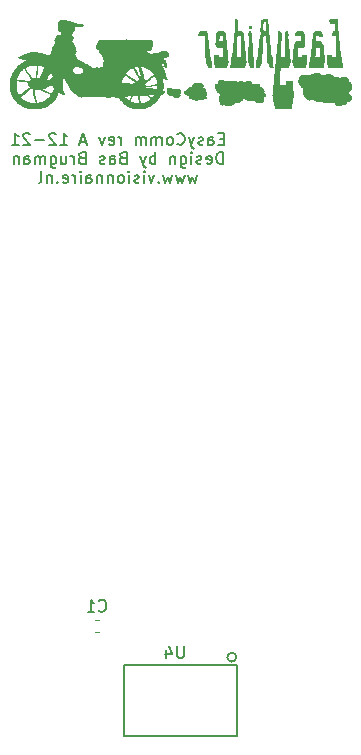
<source format=gbo>
G04 #@! TF.GenerationSoftware,KiCad,Pcbnew,(5.99.0-13294-g19fc8c6d98)*
G04 #@! TF.CreationDate,2021-12-07T19:06:38+01:00*
G04 #@! TF.ProjectId,easycomm,65617379-636f-46d6-9d2e-6b696361645f,rev?*
G04 #@! TF.SameCoordinates,Original*
G04 #@! TF.FileFunction,Legend,Bot*
G04 #@! TF.FilePolarity,Positive*
%FSLAX46Y46*%
G04 Gerber Fmt 4.6, Leading zero omitted, Abs format (unit mm)*
G04 Created by KiCad (PCBNEW (5.99.0-13294-g19fc8c6d98)) date 2021-12-07 19:06:38*
%MOMM*%
%LPD*%
G01*
G04 APERTURE LIST*
%ADD10C,0.150000*%
%ADD11C,0.120000*%
G04 APERTURE END LIST*
D10*
X143652380Y-57418571D02*
X143319047Y-57418571D01*
X143176190Y-57942380D02*
X143652380Y-57942380D01*
X143652380Y-56942380D01*
X143176190Y-56942380D01*
X142319047Y-57942380D02*
X142319047Y-57418571D01*
X142366666Y-57323333D01*
X142461904Y-57275714D01*
X142652380Y-57275714D01*
X142747619Y-57323333D01*
X142319047Y-57894761D02*
X142414285Y-57942380D01*
X142652380Y-57942380D01*
X142747619Y-57894761D01*
X142795238Y-57799523D01*
X142795238Y-57704285D01*
X142747619Y-57609047D01*
X142652380Y-57561428D01*
X142414285Y-57561428D01*
X142319047Y-57513809D01*
X141890476Y-57894761D02*
X141795238Y-57942380D01*
X141604761Y-57942380D01*
X141509523Y-57894761D01*
X141461904Y-57799523D01*
X141461904Y-57751904D01*
X141509523Y-57656666D01*
X141604761Y-57609047D01*
X141747619Y-57609047D01*
X141842857Y-57561428D01*
X141890476Y-57466190D01*
X141890476Y-57418571D01*
X141842857Y-57323333D01*
X141747619Y-57275714D01*
X141604761Y-57275714D01*
X141509523Y-57323333D01*
X141128571Y-57275714D02*
X140890476Y-57942380D01*
X140652380Y-57275714D02*
X140890476Y-57942380D01*
X140985714Y-58180476D01*
X141033333Y-58228095D01*
X141128571Y-58275714D01*
X139700000Y-57847142D02*
X139747619Y-57894761D01*
X139890476Y-57942380D01*
X139985714Y-57942380D01*
X140128571Y-57894761D01*
X140223809Y-57799523D01*
X140271428Y-57704285D01*
X140319047Y-57513809D01*
X140319047Y-57370952D01*
X140271428Y-57180476D01*
X140223809Y-57085238D01*
X140128571Y-56990000D01*
X139985714Y-56942380D01*
X139890476Y-56942380D01*
X139747619Y-56990000D01*
X139700000Y-57037619D01*
X139128571Y-57942380D02*
X139223809Y-57894761D01*
X139271428Y-57847142D01*
X139319047Y-57751904D01*
X139319047Y-57466190D01*
X139271428Y-57370952D01*
X139223809Y-57323333D01*
X139128571Y-57275714D01*
X138985714Y-57275714D01*
X138890476Y-57323333D01*
X138842857Y-57370952D01*
X138795238Y-57466190D01*
X138795238Y-57751904D01*
X138842857Y-57847142D01*
X138890476Y-57894761D01*
X138985714Y-57942380D01*
X139128571Y-57942380D01*
X138366666Y-57942380D02*
X138366666Y-57275714D01*
X138366666Y-57370952D02*
X138319047Y-57323333D01*
X138223809Y-57275714D01*
X138080952Y-57275714D01*
X137985714Y-57323333D01*
X137938095Y-57418571D01*
X137938095Y-57942380D01*
X137938095Y-57418571D02*
X137890476Y-57323333D01*
X137795238Y-57275714D01*
X137652380Y-57275714D01*
X137557142Y-57323333D01*
X137509523Y-57418571D01*
X137509523Y-57942380D01*
X137033333Y-57942380D02*
X137033333Y-57275714D01*
X137033333Y-57370952D02*
X136985714Y-57323333D01*
X136890476Y-57275714D01*
X136747619Y-57275714D01*
X136652380Y-57323333D01*
X136604761Y-57418571D01*
X136604761Y-57942380D01*
X136604761Y-57418571D02*
X136557142Y-57323333D01*
X136461904Y-57275714D01*
X136319047Y-57275714D01*
X136223809Y-57323333D01*
X136176190Y-57418571D01*
X136176190Y-57942380D01*
X134938095Y-57942380D02*
X134938095Y-57275714D01*
X134938095Y-57466190D02*
X134890476Y-57370952D01*
X134842857Y-57323333D01*
X134747619Y-57275714D01*
X134652380Y-57275714D01*
X133938095Y-57894761D02*
X134033333Y-57942380D01*
X134223809Y-57942380D01*
X134319047Y-57894761D01*
X134366666Y-57799523D01*
X134366666Y-57418571D01*
X134319047Y-57323333D01*
X134223809Y-57275714D01*
X134033333Y-57275714D01*
X133938095Y-57323333D01*
X133890476Y-57418571D01*
X133890476Y-57513809D01*
X134366666Y-57609047D01*
X133557142Y-57275714D02*
X133319047Y-57942380D01*
X133080952Y-57275714D01*
X131985714Y-57656666D02*
X131509523Y-57656666D01*
X132080952Y-57942380D02*
X131747619Y-56942380D01*
X131414285Y-57942380D01*
X129795238Y-57942380D02*
X130366666Y-57942380D01*
X130080952Y-57942380D02*
X130080952Y-56942380D01*
X130176190Y-57085238D01*
X130271428Y-57180476D01*
X130366666Y-57228095D01*
X129414285Y-57037619D02*
X129366666Y-56990000D01*
X129271428Y-56942380D01*
X129033333Y-56942380D01*
X128938095Y-56990000D01*
X128890476Y-57037619D01*
X128842857Y-57132857D01*
X128842857Y-57228095D01*
X128890476Y-57370952D01*
X129461904Y-57942380D01*
X128842857Y-57942380D01*
X128414285Y-57561428D02*
X127652380Y-57561428D01*
X127223809Y-57037619D02*
X127176190Y-56990000D01*
X127080952Y-56942380D01*
X126842857Y-56942380D01*
X126747619Y-56990000D01*
X126700000Y-57037619D01*
X126652380Y-57132857D01*
X126652380Y-57228095D01*
X126700000Y-57370952D01*
X127271428Y-57942380D01*
X126652380Y-57942380D01*
X125700000Y-57942380D02*
X126271428Y-57942380D01*
X125985714Y-57942380D02*
X125985714Y-56942380D01*
X126080952Y-57085238D01*
X126176190Y-57180476D01*
X126271428Y-57228095D01*
X143557142Y-59552380D02*
X143557142Y-58552380D01*
X143319047Y-58552380D01*
X143176190Y-58600000D01*
X143080952Y-58695238D01*
X143033333Y-58790476D01*
X142985714Y-58980952D01*
X142985714Y-59123809D01*
X143033333Y-59314285D01*
X143080952Y-59409523D01*
X143176190Y-59504761D01*
X143319047Y-59552380D01*
X143557142Y-59552380D01*
X142176190Y-59504761D02*
X142271428Y-59552380D01*
X142461904Y-59552380D01*
X142557142Y-59504761D01*
X142604761Y-59409523D01*
X142604761Y-59028571D01*
X142557142Y-58933333D01*
X142461904Y-58885714D01*
X142271428Y-58885714D01*
X142176190Y-58933333D01*
X142128571Y-59028571D01*
X142128571Y-59123809D01*
X142604761Y-59219047D01*
X141747619Y-59504761D02*
X141652380Y-59552380D01*
X141461904Y-59552380D01*
X141366666Y-59504761D01*
X141319047Y-59409523D01*
X141319047Y-59361904D01*
X141366666Y-59266666D01*
X141461904Y-59219047D01*
X141604761Y-59219047D01*
X141700000Y-59171428D01*
X141747619Y-59076190D01*
X141747619Y-59028571D01*
X141700000Y-58933333D01*
X141604761Y-58885714D01*
X141461904Y-58885714D01*
X141366666Y-58933333D01*
X140890476Y-59552380D02*
X140890476Y-58885714D01*
X140890476Y-58552380D02*
X140938095Y-58600000D01*
X140890476Y-58647619D01*
X140842857Y-58600000D01*
X140890476Y-58552380D01*
X140890476Y-58647619D01*
X139985714Y-58885714D02*
X139985714Y-59695238D01*
X140033333Y-59790476D01*
X140080952Y-59838095D01*
X140176190Y-59885714D01*
X140319047Y-59885714D01*
X140414285Y-59838095D01*
X139985714Y-59504761D02*
X140080952Y-59552380D01*
X140271428Y-59552380D01*
X140366666Y-59504761D01*
X140414285Y-59457142D01*
X140461904Y-59361904D01*
X140461904Y-59076190D01*
X140414285Y-58980952D01*
X140366666Y-58933333D01*
X140271428Y-58885714D01*
X140080952Y-58885714D01*
X139985714Y-58933333D01*
X139509523Y-58885714D02*
X139509523Y-59552380D01*
X139509523Y-58980952D02*
X139461904Y-58933333D01*
X139366666Y-58885714D01*
X139223809Y-58885714D01*
X139128571Y-58933333D01*
X139080952Y-59028571D01*
X139080952Y-59552380D01*
X137842857Y-59552380D02*
X137842857Y-58552380D01*
X137842857Y-58933333D02*
X137747619Y-58885714D01*
X137557142Y-58885714D01*
X137461904Y-58933333D01*
X137414285Y-58980952D01*
X137366666Y-59076190D01*
X137366666Y-59361904D01*
X137414285Y-59457142D01*
X137461904Y-59504761D01*
X137557142Y-59552380D01*
X137747619Y-59552380D01*
X137842857Y-59504761D01*
X137033333Y-58885714D02*
X136795238Y-59552380D01*
X136557142Y-58885714D02*
X136795238Y-59552380D01*
X136890476Y-59790476D01*
X136938095Y-59838095D01*
X137033333Y-59885714D01*
X135080952Y-59028571D02*
X134938095Y-59076190D01*
X134890476Y-59123809D01*
X134842857Y-59219047D01*
X134842857Y-59361904D01*
X134890476Y-59457142D01*
X134938095Y-59504761D01*
X135033333Y-59552380D01*
X135414285Y-59552380D01*
X135414285Y-58552380D01*
X135080952Y-58552380D01*
X134985714Y-58600000D01*
X134938095Y-58647619D01*
X134890476Y-58742857D01*
X134890476Y-58838095D01*
X134938095Y-58933333D01*
X134985714Y-58980952D01*
X135080952Y-59028571D01*
X135414285Y-59028571D01*
X133985714Y-59552380D02*
X133985714Y-59028571D01*
X134033333Y-58933333D01*
X134128571Y-58885714D01*
X134319047Y-58885714D01*
X134414285Y-58933333D01*
X133985714Y-59504761D02*
X134080952Y-59552380D01*
X134319047Y-59552380D01*
X134414285Y-59504761D01*
X134461904Y-59409523D01*
X134461904Y-59314285D01*
X134414285Y-59219047D01*
X134319047Y-59171428D01*
X134080952Y-59171428D01*
X133985714Y-59123809D01*
X133557142Y-59504761D02*
X133461904Y-59552380D01*
X133271428Y-59552380D01*
X133176190Y-59504761D01*
X133128571Y-59409523D01*
X133128571Y-59361904D01*
X133176190Y-59266666D01*
X133271428Y-59219047D01*
X133414285Y-59219047D01*
X133509523Y-59171428D01*
X133557142Y-59076190D01*
X133557142Y-59028571D01*
X133509523Y-58933333D01*
X133414285Y-58885714D01*
X133271428Y-58885714D01*
X133176190Y-58933333D01*
X131604761Y-59028571D02*
X131461904Y-59076190D01*
X131414285Y-59123809D01*
X131366666Y-59219047D01*
X131366666Y-59361904D01*
X131414285Y-59457142D01*
X131461904Y-59504761D01*
X131557142Y-59552380D01*
X131938095Y-59552380D01*
X131938095Y-58552380D01*
X131604761Y-58552380D01*
X131509523Y-58600000D01*
X131461904Y-58647619D01*
X131414285Y-58742857D01*
X131414285Y-58838095D01*
X131461904Y-58933333D01*
X131509523Y-58980952D01*
X131604761Y-59028571D01*
X131938095Y-59028571D01*
X130938095Y-59552380D02*
X130938095Y-58885714D01*
X130938095Y-59076190D02*
X130890476Y-58980952D01*
X130842857Y-58933333D01*
X130747619Y-58885714D01*
X130652380Y-58885714D01*
X129890476Y-58885714D02*
X129890476Y-59552380D01*
X130319047Y-58885714D02*
X130319047Y-59409523D01*
X130271428Y-59504761D01*
X130176190Y-59552380D01*
X130033333Y-59552380D01*
X129938095Y-59504761D01*
X129890476Y-59457142D01*
X128985714Y-58885714D02*
X128985714Y-59695238D01*
X129033333Y-59790476D01*
X129080952Y-59838095D01*
X129176190Y-59885714D01*
X129319047Y-59885714D01*
X129414285Y-59838095D01*
X128985714Y-59504761D02*
X129080952Y-59552380D01*
X129271428Y-59552380D01*
X129366666Y-59504761D01*
X129414285Y-59457142D01*
X129461904Y-59361904D01*
X129461904Y-59076190D01*
X129414285Y-58980952D01*
X129366666Y-58933333D01*
X129271428Y-58885714D01*
X129080952Y-58885714D01*
X128985714Y-58933333D01*
X128509523Y-59552380D02*
X128509523Y-58885714D01*
X128509523Y-58980952D02*
X128461904Y-58933333D01*
X128366666Y-58885714D01*
X128223809Y-58885714D01*
X128128571Y-58933333D01*
X128080952Y-59028571D01*
X128080952Y-59552380D01*
X128080952Y-59028571D02*
X128033333Y-58933333D01*
X127938095Y-58885714D01*
X127795238Y-58885714D01*
X127700000Y-58933333D01*
X127652380Y-59028571D01*
X127652380Y-59552380D01*
X126747619Y-59552380D02*
X126747619Y-59028571D01*
X126795238Y-58933333D01*
X126890476Y-58885714D01*
X127080952Y-58885714D01*
X127176190Y-58933333D01*
X126747619Y-59504761D02*
X126842857Y-59552380D01*
X127080952Y-59552380D01*
X127176190Y-59504761D01*
X127223809Y-59409523D01*
X127223809Y-59314285D01*
X127176190Y-59219047D01*
X127080952Y-59171428D01*
X126842857Y-59171428D01*
X126747619Y-59123809D01*
X126271428Y-58885714D02*
X126271428Y-59552380D01*
X126271428Y-58980952D02*
X126223809Y-58933333D01*
X126128571Y-58885714D01*
X125985714Y-58885714D01*
X125890476Y-58933333D01*
X125842857Y-59028571D01*
X125842857Y-59552380D01*
X141366666Y-60495714D02*
X141176190Y-61162380D01*
X140985714Y-60686190D01*
X140795238Y-61162380D01*
X140604761Y-60495714D01*
X140319047Y-60495714D02*
X140128571Y-61162380D01*
X139938095Y-60686190D01*
X139747619Y-61162380D01*
X139557142Y-60495714D01*
X139271428Y-60495714D02*
X139080952Y-61162380D01*
X138890476Y-60686190D01*
X138700000Y-61162380D01*
X138509523Y-60495714D01*
X138128571Y-61067142D02*
X138080952Y-61114761D01*
X138128571Y-61162380D01*
X138176190Y-61114761D01*
X138128571Y-61067142D01*
X138128571Y-61162380D01*
X137747619Y-60495714D02*
X137509523Y-61162380D01*
X137271428Y-60495714D01*
X136890476Y-61162380D02*
X136890476Y-60495714D01*
X136890476Y-60162380D02*
X136938095Y-60210000D01*
X136890476Y-60257619D01*
X136842857Y-60210000D01*
X136890476Y-60162380D01*
X136890476Y-60257619D01*
X136461904Y-61114761D02*
X136366666Y-61162380D01*
X136176190Y-61162380D01*
X136080952Y-61114761D01*
X136033333Y-61019523D01*
X136033333Y-60971904D01*
X136080952Y-60876666D01*
X136176190Y-60829047D01*
X136319047Y-60829047D01*
X136414285Y-60781428D01*
X136461904Y-60686190D01*
X136461904Y-60638571D01*
X136414285Y-60543333D01*
X136319047Y-60495714D01*
X136176190Y-60495714D01*
X136080952Y-60543333D01*
X135604761Y-61162380D02*
X135604761Y-60495714D01*
X135604761Y-60162380D02*
X135652380Y-60210000D01*
X135604761Y-60257619D01*
X135557142Y-60210000D01*
X135604761Y-60162380D01*
X135604761Y-60257619D01*
X134985714Y-61162380D02*
X135080952Y-61114761D01*
X135128571Y-61067142D01*
X135176190Y-60971904D01*
X135176190Y-60686190D01*
X135128571Y-60590952D01*
X135080952Y-60543333D01*
X134985714Y-60495714D01*
X134842857Y-60495714D01*
X134747619Y-60543333D01*
X134700000Y-60590952D01*
X134652380Y-60686190D01*
X134652380Y-60971904D01*
X134700000Y-61067142D01*
X134747619Y-61114761D01*
X134842857Y-61162380D01*
X134985714Y-61162380D01*
X134223809Y-60495714D02*
X134223809Y-61162380D01*
X134223809Y-60590952D02*
X134176190Y-60543333D01*
X134080952Y-60495714D01*
X133938095Y-60495714D01*
X133842857Y-60543333D01*
X133795238Y-60638571D01*
X133795238Y-61162380D01*
X133319047Y-60495714D02*
X133319047Y-61162380D01*
X133319047Y-60590952D02*
X133271428Y-60543333D01*
X133176190Y-60495714D01*
X133033333Y-60495714D01*
X132938095Y-60543333D01*
X132890476Y-60638571D01*
X132890476Y-61162380D01*
X131985714Y-61162380D02*
X131985714Y-60638571D01*
X132033333Y-60543333D01*
X132128571Y-60495714D01*
X132319047Y-60495714D01*
X132414285Y-60543333D01*
X131985714Y-61114761D02*
X132080952Y-61162380D01*
X132319047Y-61162380D01*
X132414285Y-61114761D01*
X132461904Y-61019523D01*
X132461904Y-60924285D01*
X132414285Y-60829047D01*
X132319047Y-60781428D01*
X132080952Y-60781428D01*
X131985714Y-60733809D01*
X131509523Y-61162380D02*
X131509523Y-60495714D01*
X131509523Y-60162380D02*
X131557142Y-60210000D01*
X131509523Y-60257619D01*
X131461904Y-60210000D01*
X131509523Y-60162380D01*
X131509523Y-60257619D01*
X131033333Y-61162380D02*
X131033333Y-60495714D01*
X131033333Y-60686190D02*
X130985714Y-60590952D01*
X130938095Y-60543333D01*
X130842857Y-60495714D01*
X130747619Y-60495714D01*
X130033333Y-61114761D02*
X130128571Y-61162380D01*
X130319047Y-61162380D01*
X130414285Y-61114761D01*
X130461904Y-61019523D01*
X130461904Y-60638571D01*
X130414285Y-60543333D01*
X130319047Y-60495714D01*
X130128571Y-60495714D01*
X130033333Y-60543333D01*
X129985714Y-60638571D01*
X129985714Y-60733809D01*
X130461904Y-60829047D01*
X129557142Y-61067142D02*
X129509523Y-61114761D01*
X129557142Y-61162380D01*
X129604761Y-61114761D01*
X129557142Y-61067142D01*
X129557142Y-61162380D01*
X129080952Y-60495714D02*
X129080952Y-61162380D01*
X129080952Y-60590952D02*
X129033333Y-60543333D01*
X128938095Y-60495714D01*
X128795238Y-60495714D01*
X128700000Y-60543333D01*
X128652380Y-60638571D01*
X128652380Y-61162380D01*
X128033333Y-61162380D02*
X128128571Y-61114761D01*
X128176190Y-61019523D01*
X128176190Y-60162380D01*
G04 #@! TO.C,U4*
X140253904Y-100388380D02*
X140253904Y-101197904D01*
X140206285Y-101293142D01*
X140158666Y-101340761D01*
X140063428Y-101388380D01*
X139872952Y-101388380D01*
X139777714Y-101340761D01*
X139730095Y-101293142D01*
X139682476Y-101197904D01*
X139682476Y-100388380D01*
X138777714Y-100721714D02*
X138777714Y-101388380D01*
X139015809Y-100340761D02*
X139253904Y-101055047D01*
X138634857Y-101055047D01*
G04 #@! TO.C,C1*
X133066666Y-97357142D02*
X133114285Y-97404761D01*
X133257142Y-97452380D01*
X133352380Y-97452380D01*
X133495238Y-97404761D01*
X133590476Y-97309523D01*
X133638095Y-97214285D01*
X133685714Y-97023809D01*
X133685714Y-96880952D01*
X133638095Y-96690476D01*
X133590476Y-96595238D01*
X133495238Y-96500000D01*
X133352380Y-96452380D01*
X133257142Y-96452380D01*
X133114285Y-96500000D01*
X133066666Y-96547619D01*
X132114285Y-97452380D02*
X132685714Y-97452380D01*
X132400000Y-97452380D02*
X132400000Y-96452380D01*
X132495238Y-96595238D01*
X132590476Y-96690476D01*
X132685714Y-96738095D01*
G04 #@! TO.C,G\u002A\u002A\u002A*
G36*
X141922431Y-53133973D02*
G01*
X141931762Y-53138423D01*
X141949642Y-53140222D01*
X141962743Y-53140724D01*
X142003268Y-53147908D01*
X142041414Y-53162159D01*
X142072998Y-53181615D01*
X142093837Y-53204414D01*
X142098766Y-53213579D01*
X142104285Y-53228690D01*
X142107577Y-53247910D01*
X142109167Y-53274866D01*
X142109581Y-53313185D01*
X142109341Y-53336524D01*
X142107949Y-53367875D01*
X142105469Y-53388101D01*
X142102079Y-53395272D01*
X142097865Y-53397753D01*
X142094578Y-53409534D01*
X142096480Y-53416627D01*
X142107955Y-53430077D01*
X142130895Y-53447025D01*
X142166540Y-53468487D01*
X142173545Y-53472887D01*
X142192618Y-53491877D01*
X142205325Y-53518939D01*
X142212406Y-53556189D01*
X142214601Y-53605742D01*
X142214447Y-53622696D01*
X142213113Y-53653263D01*
X142210591Y-53673199D01*
X142207100Y-53680328D01*
X142203917Y-53681322D01*
X142199598Y-53690778D01*
X142198647Y-53695512D01*
X142189273Y-53705190D01*
X142183493Y-53710885D01*
X142182317Y-53726771D01*
X142182329Y-53726839D01*
X142179868Y-53745025D01*
X142164511Y-53764552D01*
X142150703Y-53777829D01*
X142137339Y-53792612D01*
X142133687Y-53803039D01*
X142139034Y-53812771D01*
X142152668Y-53825469D01*
X142157217Y-53829716D01*
X142175701Y-53851552D01*
X142188700Y-53873620D01*
X142188712Y-53873648D01*
X142193473Y-53891530D01*
X142196947Y-53916894D01*
X142199051Y-53946009D01*
X142199702Y-53975147D01*
X142198815Y-54000577D01*
X142196308Y-54018570D01*
X142192097Y-54025396D01*
X142188130Y-54027397D01*
X142184596Y-54038537D01*
X142183811Y-54042165D01*
X142173194Y-54055011D01*
X142152714Y-54068564D01*
X142142503Y-54073613D01*
X142125651Y-54079685D01*
X142105696Y-54083281D01*
X142078678Y-54084997D01*
X142040635Y-54085429D01*
X142016006Y-54085756D01*
X141986002Y-54087255D01*
X141964921Y-54089729D01*
X141955800Y-54092910D01*
X141950965Y-54096966D01*
X141936604Y-54100411D01*
X141928307Y-54101757D01*
X141922044Y-54107913D01*
X141920495Y-54110154D01*
X141908419Y-54113924D01*
X141888287Y-54115414D01*
X141878199Y-54115758D01*
X141861235Y-54118442D01*
X141854531Y-54122916D01*
X141854331Y-54123587D01*
X141845122Y-54127144D01*
X141824238Y-54129540D01*
X141794519Y-54130417D01*
X141789150Y-54130392D01*
X141760687Y-54129241D01*
X141741525Y-54126630D01*
X141734507Y-54122916D01*
X141733062Y-54120734D01*
X141721171Y-54116923D01*
X141701193Y-54115414D01*
X141691979Y-54115132D01*
X141672959Y-54112470D01*
X141663243Y-54107913D01*
X141655989Y-54103132D01*
X141639982Y-54100411D01*
X141623551Y-54096613D01*
X141605265Y-54085419D01*
X141589173Y-54070426D01*
X141572425Y-54086160D01*
X141559400Y-54101444D01*
X141547254Y-54122231D01*
X141537883Y-54138174D01*
X141523059Y-54153371D01*
X141511671Y-54162497D01*
X141492821Y-54179572D01*
X141472060Y-54199806D01*
X141453579Y-54217351D01*
X141437510Y-54230436D01*
X141428138Y-54235438D01*
X141425317Y-54235802D01*
X141419445Y-54242139D01*
X141419404Y-54242340D01*
X141411379Y-54244969D01*
X141391429Y-54247277D01*
X141362416Y-54249021D01*
X141327206Y-54249958D01*
X141234966Y-54251075D01*
X141200237Y-54218270D01*
X141184513Y-54202314D01*
X141164686Y-54179174D01*
X141151214Y-54159817D01*
X141143811Y-54147461D01*
X141135952Y-54139598D01*
X141124100Y-54135064D01*
X141104592Y-54132467D01*
X141073767Y-54130417D01*
X141043160Y-54128138D01*
X141016408Y-54124090D01*
X140998881Y-54117438D01*
X140987388Y-54106860D01*
X140978736Y-54091034D01*
X140977641Y-54088562D01*
X140972800Y-54079789D01*
X140965802Y-54074425D01*
X140953436Y-54071633D01*
X140932490Y-54070572D01*
X140899753Y-54070405D01*
X140883382Y-54070211D01*
X140854403Y-54068823D01*
X140832921Y-54066391D01*
X140822688Y-54063264D01*
X140822003Y-54062664D01*
X140808996Y-54057457D01*
X140789287Y-54054354D01*
X140768814Y-54049644D01*
X140745903Y-54035240D01*
X140744255Y-54033547D01*
X140734861Y-54022438D01*
X140733658Y-54017895D01*
X140733743Y-54017892D01*
X140733501Y-54012354D01*
X140726421Y-53999405D01*
X140724834Y-53996723D01*
X140717350Y-53975301D01*
X140714306Y-53950645D01*
X140714105Y-53943685D01*
X140711485Y-53927034D01*
X140706805Y-53920376D01*
X140704102Y-53917844D01*
X140700652Y-53904264D01*
X140699303Y-53882868D01*
X140699239Y-53874193D01*
X140697787Y-53855717D01*
X140693299Y-53847336D01*
X140684300Y-53845361D01*
X140675580Y-53843954D01*
X140669297Y-53837859D01*
X140665598Y-53833140D01*
X140652419Y-53830145D01*
X140645896Y-53828987D01*
X140626697Y-53819015D01*
X140605117Y-53801873D01*
X140584974Y-53781270D01*
X140570087Y-53760917D01*
X140564277Y-53744524D01*
X140562367Y-53731770D01*
X140556775Y-53725337D01*
X140552415Y-53722524D01*
X140549274Y-53710334D01*
X140549053Y-53706379D01*
X140546040Y-53700414D01*
X140537082Y-53697087D01*
X140519162Y-53695645D01*
X140489262Y-53695331D01*
X140483893Y-53695306D01*
X140455430Y-53694155D01*
X140436269Y-53691545D01*
X140429250Y-53687830D01*
X140426949Y-53683702D01*
X140415400Y-53680328D01*
X140399621Y-53676867D01*
X140375127Y-53664959D01*
X140348528Y-53647388D01*
X140323767Y-53627115D01*
X140304789Y-53607102D01*
X140295536Y-53590311D01*
X140293801Y-53585209D01*
X140286159Y-53576558D01*
X140285380Y-53575909D01*
X140282248Y-53564948D01*
X140280050Y-53543649D01*
X140279220Y-53515823D01*
X140280117Y-53490361D01*
X140284595Y-53456565D01*
X140292158Y-53430920D01*
X140302046Y-53415702D01*
X140313498Y-53413188D01*
X140313724Y-53413269D01*
X140325119Y-53410433D01*
X140338161Y-53398682D01*
X140352728Y-53385863D01*
X140368442Y-53380269D01*
X140377925Y-53378758D01*
X140384241Y-53372768D01*
X140384243Y-53372675D01*
X140390944Y-53367439D01*
X140406746Y-53365266D01*
X140418623Y-53364577D01*
X140427391Y-53358702D01*
X140429250Y-53342762D01*
X140429644Y-53331879D01*
X140433369Y-53323851D01*
X140444317Y-53320763D01*
X140466377Y-53320258D01*
X140470187Y-53320240D01*
X140493438Y-53318309D01*
X140509800Y-53311148D01*
X140526354Y-53295878D01*
X140531966Y-53289435D01*
X140544344Y-53271011D01*
X140549352Y-53256495D01*
X140549930Y-53248235D01*
X140558245Y-53216536D01*
X140574311Y-53182855D01*
X140595415Y-53153268D01*
X140617735Y-53128970D01*
X141854531Y-53128970D01*
X141858281Y-53132721D01*
X141862032Y-53128970D01*
X141858281Y-53125219D01*
X141854531Y-53128970D01*
X140617735Y-53128970D01*
X140627265Y-53118596D01*
X140656914Y-53089199D01*
X140678784Y-53071271D01*
X140692439Y-53065207D01*
X140693664Y-53065099D01*
X140699303Y-53058461D01*
X140701358Y-53055537D01*
X140711682Y-53051643D01*
X140732150Y-53047623D01*
X140764370Y-53043177D01*
X140809950Y-53038010D01*
X140825220Y-53035847D01*
X140842577Y-53031527D01*
X140849333Y-53027006D01*
X140849351Y-53026826D01*
X140856848Y-53023480D01*
X140875329Y-53021103D01*
X140900968Y-53020198D01*
X140901360Y-53020199D01*
X140921808Y-53020123D01*
X140937196Y-53018605D01*
X140948565Y-53013731D01*
X140956954Y-53003587D01*
X140963405Y-52986260D01*
X140968958Y-52959836D01*
X140974654Y-52922402D01*
X140981532Y-52872044D01*
X140982924Y-52863594D01*
X140987594Y-52846828D01*
X140992616Y-52840163D01*
X140994160Y-52839966D01*
X140999362Y-52832747D01*
X140999373Y-52832373D01*
X141005360Y-52819305D01*
X141021010Y-52799443D01*
X141044371Y-52775279D01*
X141061743Y-52758551D01*
X141078833Y-52741994D01*
X141079332Y-52741512D01*
X141102786Y-52723397D01*
X141128453Y-52710225D01*
X141150249Y-52705136D01*
X141158151Y-52703848D01*
X141164395Y-52697635D01*
X141167651Y-52695310D01*
X141183838Y-52692541D01*
X141211969Y-52690762D01*
X141250219Y-52690133D01*
X141279529Y-52690538D01*
X141310234Y-52692064D01*
X141331552Y-52694507D01*
X141340679Y-52697635D01*
X141345625Y-52700534D01*
X141362325Y-52703847D01*
X141385688Y-52705136D01*
X141401651Y-52705722D01*
X141421164Y-52708445D01*
X141430697Y-52712638D01*
X141435339Y-52716618D01*
X141449560Y-52720139D01*
X141453905Y-52720718D01*
X141471353Y-52727351D01*
X141491597Y-52739011D01*
X141492635Y-52739708D01*
X141518291Y-52751697D01*
X141540065Y-52752235D01*
X141555167Y-52741223D01*
X141558604Y-52739849D01*
X141574595Y-52738193D01*
X141600706Y-52737362D01*
X141633873Y-52737294D01*
X141671030Y-52737926D01*
X141709113Y-52739195D01*
X141745057Y-52741039D01*
X141775797Y-52743395D01*
X141798269Y-52746200D01*
X141809672Y-52748918D01*
X141827349Y-52757256D01*
X141846723Y-52772586D01*
X141871409Y-52797441D01*
X141878549Y-52805145D01*
X141896928Y-52825884D01*
X141909735Y-52841708D01*
X141914542Y-52849679D01*
X141915184Y-52852802D01*
X141920536Y-52867044D01*
X141929545Y-52886943D01*
X141930735Y-52889498D01*
X141939228Y-52915191D01*
X141943886Y-52943316D01*
X141944567Y-52969682D01*
X141941127Y-52990094D01*
X141933423Y-53000358D01*
X141928485Y-53003866D01*
X141926432Y-53015405D01*
X141927431Y-53020903D01*
X141922555Y-53031135D01*
X141917994Y-53036751D01*
X141914542Y-53051710D01*
X141914104Y-53055197D01*
X141906370Y-53071542D01*
X141892038Y-53088840D01*
X141877676Y-53103881D01*
X141870859Y-53116554D01*
X141876855Y-53123257D01*
X141895789Y-53125219D01*
X141899234Y-53125284D01*
X141915449Y-53127762D01*
X141917056Y-53128970D01*
X141922044Y-53132721D01*
X141922431Y-53133973D01*
G37*
G36*
X147484701Y-48339277D02*
G01*
X147485114Y-48344091D01*
X147487099Y-48366859D01*
X147489031Y-48388052D01*
X147491232Y-48410970D01*
X147494026Y-48438912D01*
X147497734Y-48475176D01*
X147502681Y-48523063D01*
X147504256Y-48538431D01*
X147508254Y-48578542D01*
X147511935Y-48616866D01*
X147514665Y-48646838D01*
X147516742Y-48670311D01*
X147519614Y-48701486D01*
X147521961Y-48725603D01*
X147522816Y-48734054D01*
X147525698Y-48763446D01*
X147528506Y-48793116D01*
X147529460Y-48803143D01*
X147532392Y-48832578D01*
X147536099Y-48868622D01*
X147540006Y-48905638D01*
X147541635Y-48921034D01*
X147545733Y-48961136D01*
X147549476Y-48999449D01*
X147552215Y-49029413D01*
X147554681Y-49057975D01*
X147558074Y-49095924D01*
X147561362Y-49130348D01*
X147565139Y-49167392D01*
X147570000Y-49213199D01*
X147571632Y-49228595D01*
X147575735Y-49268697D01*
X147579480Y-49307010D01*
X147582220Y-49336973D01*
X147582634Y-49341788D01*
X147584618Y-49364556D01*
X147586550Y-49385749D01*
X147588751Y-49408666D01*
X147591545Y-49436608D01*
X147595253Y-49472873D01*
X147600200Y-49520760D01*
X147601775Y-49536128D01*
X147605773Y-49576238D01*
X147609454Y-49614562D01*
X147612184Y-49644534D01*
X147614261Y-49668007D01*
X147617133Y-49699183D01*
X147619480Y-49723299D01*
X147620336Y-49731750D01*
X147623217Y-49761143D01*
X147626025Y-49790813D01*
X147626979Y-49800839D01*
X147629911Y-49830275D01*
X147633618Y-49866318D01*
X147637525Y-49903335D01*
X147639154Y-49918730D01*
X147643252Y-49958832D01*
X147646995Y-49997146D01*
X147649734Y-50027109D01*
X147652204Y-50055711D01*
X147655602Y-50093708D01*
X147658891Y-50128130D01*
X147662670Y-50165139D01*
X147667533Y-50210895D01*
X147669093Y-50225595D01*
X147673305Y-50266625D01*
X147677227Y-50306531D01*
X147680176Y-50338421D01*
X147682652Y-50366461D01*
X147685305Y-50395919D01*
X147687278Y-50417186D01*
X147687458Y-50419077D01*
X147689254Y-50439318D01*
X147690237Y-50452818D01*
X147690425Y-50453914D01*
X147699600Y-50460009D01*
X147720871Y-50462195D01*
X147731560Y-50462548D01*
X147745085Y-50465734D01*
X147754360Y-50474256D01*
X147760624Y-50490526D01*
X147765119Y-50516958D01*
X147769084Y-50555963D01*
X147773830Y-50608140D01*
X147778475Y-50656151D01*
X147783142Y-50700245D01*
X147788443Y-50746192D01*
X147794991Y-50799761D01*
X147795415Y-50803192D01*
X147799855Y-50841205D01*
X147804035Y-50880214D01*
X147807101Y-50912283D01*
X147807631Y-50918459D01*
X147809298Y-50937509D01*
X147810904Y-50954735D01*
X147812749Y-50972925D01*
X147815134Y-50994866D01*
X147818360Y-51023346D01*
X147822726Y-51061152D01*
X147828535Y-51111073D01*
X147833163Y-51151623D01*
X147837770Y-51193541D01*
X147841656Y-51230428D01*
X147844288Y-51257351D01*
X147846489Y-51280828D01*
X147849629Y-51312002D01*
X147852298Y-51336117D01*
X147854420Y-51354922D01*
X147857587Y-51385319D01*
X147860666Y-51416913D01*
X147865415Y-51467704D01*
X147708879Y-51465673D01*
X147552342Y-51463642D01*
X147431263Y-51197384D01*
X147310185Y-50931127D01*
X147304950Y-50754797D01*
X147304422Y-50737124D01*
X147302691Y-50680130D01*
X147300928Y-50623476D01*
X147299251Y-50570828D01*
X147297775Y-50525848D01*
X147296617Y-50492201D01*
X147295915Y-50472624D01*
X147293429Y-50402824D01*
X147290789Y-50328081D01*
X147288044Y-50249819D01*
X147285242Y-50169461D01*
X147282432Y-50088431D01*
X147279663Y-50008155D01*
X147276983Y-49930055D01*
X147274441Y-49855556D01*
X147272085Y-49786083D01*
X147269964Y-49723058D01*
X147268127Y-49667907D01*
X147266623Y-49622053D01*
X147265499Y-49586921D01*
X147264806Y-49563934D01*
X147264590Y-49554516D01*
X147264546Y-49550345D01*
X147264039Y-49532493D01*
X147263063Y-49504059D01*
X147261719Y-49467929D01*
X147260109Y-49426991D01*
X147260035Y-49425132D01*
X147258769Y-49393080D01*
X147257141Y-49350954D01*
X147255216Y-49300545D01*
X147253061Y-49243642D01*
X147250743Y-49182036D01*
X147248327Y-49117518D01*
X147245881Y-49051877D01*
X147243470Y-48986906D01*
X147241162Y-48924393D01*
X147239022Y-48866130D01*
X147237117Y-48813907D01*
X147235513Y-48769515D01*
X147234278Y-48734743D01*
X147233477Y-48711382D01*
X147233177Y-48701223D01*
X147233145Y-48700804D01*
X147228067Y-48696607D01*
X147213132Y-48693839D01*
X147186633Y-48692314D01*
X147146864Y-48691846D01*
X147060638Y-48691846D01*
X147012473Y-48764986D01*
X146964308Y-48838125D01*
X146959795Y-48939395D01*
X146959310Y-48950481D01*
X146957331Y-48999109D01*
X146955230Y-49055025D01*
X146953230Y-49112159D01*
X146951554Y-49164439D01*
X146951240Y-49174814D01*
X146949531Y-49230765D01*
X146947637Y-49291856D01*
X146945769Y-49351375D01*
X146944134Y-49402610D01*
X146944130Y-49402734D01*
X146942407Y-49456170D01*
X146940444Y-49517089D01*
X146938482Y-49577998D01*
X146936763Y-49631405D01*
X146936633Y-49635435D01*
X146934911Y-49688891D01*
X146932955Y-49749568D01*
X146930994Y-49810307D01*
X146929261Y-49863950D01*
X146929127Y-49868108D01*
X146927365Y-49922644D01*
X146925396Y-49983659D01*
X146923450Y-50043996D01*
X146921760Y-50096496D01*
X146919049Y-50180687D01*
X146915635Y-50286595D01*
X146912621Y-50379840D01*
X146909965Y-50461782D01*
X146907620Y-50533782D01*
X146905544Y-50597200D01*
X146903691Y-50653396D01*
X146902016Y-50703732D01*
X146900477Y-50749566D01*
X146899027Y-50792260D01*
X146898605Y-50804753D01*
X146897042Y-50850824D01*
X146895457Y-50885647D01*
X146893231Y-50912261D01*
X146889741Y-50933705D01*
X146884368Y-50953018D01*
X146876489Y-50973238D01*
X146865483Y-50997405D01*
X146850730Y-51028556D01*
X146846373Y-51037799D01*
X146831663Y-51069111D01*
X146814583Y-51105580D01*
X146798004Y-51141079D01*
X146791965Y-51154025D01*
X146774880Y-51190609D01*
X146758399Y-51225842D01*
X146745388Y-51253601D01*
X146736380Y-51272887D01*
X146721121Y-51305774D01*
X146703699Y-51343496D01*
X146686392Y-51381126D01*
X146648534Y-51463642D01*
X146336663Y-51463642D01*
X146337891Y-51444888D01*
X146340636Y-51408709D01*
X146346074Y-51350036D01*
X146353697Y-51277333D01*
X146363544Y-51190200D01*
X146364474Y-51182191D01*
X146370766Y-51128008D01*
X146375619Y-51086182D01*
X146379292Y-51054461D01*
X146382043Y-51030590D01*
X146384133Y-51012317D01*
X146385820Y-50997388D01*
X146387364Y-50983548D01*
X146389022Y-50968545D01*
X146393122Y-50931458D01*
X146398197Y-50885718D01*
X146404421Y-50829767D01*
X146405362Y-50821173D01*
X146408677Y-50789435D01*
X146411729Y-50758503D01*
X146414897Y-50725589D01*
X146421727Y-50658511D01*
X146428200Y-50600170D01*
X146434158Y-50551812D01*
X146439440Y-50514681D01*
X146443890Y-50490020D01*
X146447348Y-50479073D01*
X146447512Y-50478873D01*
X146459976Y-50472385D01*
X146479143Y-50469696D01*
X146492015Y-50469119D01*
X146500567Y-50464855D01*
X146505242Y-50453165D01*
X146508859Y-50430314D01*
X146510316Y-50419144D01*
X146514323Y-50384877D01*
X146517468Y-50353423D01*
X146518180Y-50345533D01*
X146520984Y-50316668D01*
X146524632Y-50281061D01*
X146528520Y-50244652D01*
X146531699Y-50215426D01*
X146536103Y-50174058D01*
X146539675Y-50138825D01*
X146542972Y-50104190D01*
X146546546Y-50064617D01*
X146547040Y-50059166D01*
X146550302Y-50025713D01*
X146554418Y-49986300D01*
X146558618Y-49948344D01*
X146560882Y-49928500D01*
X146565256Y-49889171D01*
X146568896Y-49854304D01*
X146572465Y-49817427D01*
X146576622Y-49772069D01*
X146576864Y-49769417D01*
X146579547Y-49741649D01*
X146583343Y-49704148D01*
X146587784Y-49661500D01*
X146592399Y-49618289D01*
X146593075Y-49612049D01*
X146597992Y-49566521D01*
X146601749Y-49531329D01*
X146604769Y-49502375D01*
X146607471Y-49475564D01*
X146610278Y-49446801D01*
X146613610Y-49411988D01*
X146614400Y-49403821D01*
X146617806Y-49370017D01*
X146621941Y-49330410D01*
X146626083Y-49291965D01*
X146628844Y-49266767D01*
X146631737Y-49239978D01*
X146634200Y-49216383D01*
X146636694Y-49191448D01*
X146639679Y-49160641D01*
X146643616Y-49119431D01*
X146644405Y-49111268D01*
X146647802Y-49077463D01*
X146651919Y-49037855D01*
X146656037Y-48999407D01*
X146662044Y-48943455D01*
X146668239Y-48882890D01*
X146673573Y-48826873D01*
X146674758Y-48813854D01*
X146678883Y-48768444D01*
X146682417Y-48734425D01*
X146686234Y-48708966D01*
X146691205Y-48689235D01*
X146698202Y-48672399D01*
X146708098Y-48655626D01*
X146721764Y-48636084D01*
X146740074Y-48610942D01*
X146760056Y-48583551D01*
X146781314Y-48554835D01*
X146798836Y-48531613D01*
X146810118Y-48517234D01*
X146810972Y-48516205D01*
X146818149Y-48507008D01*
X146822142Y-48498472D01*
X146822251Y-48488310D01*
X146817774Y-48474237D01*
X146808012Y-48453965D01*
X146792264Y-48425207D01*
X146769831Y-48385677D01*
X146769769Y-48385569D01*
X146749367Y-48348982D01*
X146735852Y-48322465D01*
X146728157Y-48303376D01*
X146725217Y-48289070D01*
X146725966Y-48276906D01*
X146728315Y-48261457D01*
X146731517Y-48234082D01*
X146734268Y-48204250D01*
X146735161Y-48193422D01*
X146736327Y-48180525D01*
X146981761Y-48180525D01*
X146982300Y-48182836D01*
X146989363Y-48194812D01*
X147002762Y-48214401D01*
X147020641Y-48238822D01*
X147062373Y-48294268D01*
X147139605Y-48294268D01*
X147158975Y-48294070D01*
X147190063Y-48292663D01*
X147211007Y-48290103D01*
X147219386Y-48286620D01*
X147219971Y-48278652D01*
X147219818Y-48258285D01*
X147218845Y-48229190D01*
X147217133Y-48194727D01*
X147216693Y-48186411D01*
X147215255Y-48152942D01*
X147213662Y-48108075D01*
X147211996Y-48054501D01*
X147210337Y-47994906D01*
X147208765Y-47931979D01*
X147207361Y-47868409D01*
X147206804Y-47842791D01*
X147205210Y-47781118D01*
X147203358Y-47722340D01*
X147201344Y-47668878D01*
X147199265Y-47623153D01*
X147197216Y-47587586D01*
X147195293Y-47564600D01*
X147194146Y-47554604D01*
X147191097Y-47527841D01*
X147188959Y-47508766D01*
X147188137Y-47500987D01*
X147188132Y-47500968D01*
X147180758Y-47500246D01*
X147161354Y-47499656D01*
X147132821Y-47499258D01*
X147098063Y-47499112D01*
X147074812Y-47499155D01*
X147044171Y-47499604D01*
X147024651Y-47500867D01*
X147013774Y-47503342D01*
X147009064Y-47507423D01*
X147008045Y-47513507D01*
X147008042Y-47514117D01*
X147007720Y-47528082D01*
X147006935Y-47553335D01*
X147005799Y-47586488D01*
X147004422Y-47624154D01*
X147004347Y-47626169D01*
X147002641Y-47672359D01*
X147000681Y-47726612D01*
X146998705Y-47782333D01*
X146996948Y-47832927D01*
X146994419Y-47906194D01*
X146991862Y-47978467D01*
X146989677Y-48037741D01*
X146987818Y-48085089D01*
X146986237Y-48121584D01*
X146984888Y-48148302D01*
X146983723Y-48166315D01*
X146982697Y-48176698D01*
X146981761Y-48180525D01*
X146736327Y-48180525D01*
X146738250Y-48159252D01*
X146742123Y-48119417D01*
X146746149Y-48080476D01*
X146749329Y-48050649D01*
X146753391Y-48011561D01*
X146756778Y-47977085D01*
X146760102Y-47940901D01*
X146763977Y-47896690D01*
X146764936Y-47885885D01*
X146768139Y-47851712D01*
X146772040Y-47811867D01*
X146776001Y-47772916D01*
X146779394Y-47740283D01*
X146783277Y-47702650D01*
X146786140Y-47674253D01*
X146788301Y-47651710D01*
X146790082Y-47631638D01*
X146791804Y-47610655D01*
X146793787Y-47585379D01*
X146794219Y-47579932D01*
X146796939Y-47549147D01*
X146799681Y-47522983D01*
X146801911Y-47506613D01*
X146804101Y-47490903D01*
X146806845Y-47465133D01*
X146809410Y-47435751D01*
X146809536Y-47434130D01*
X146811757Y-47408446D01*
X146813753Y-47389886D01*
X146815105Y-47382371D01*
X146817015Y-47380733D01*
X146827880Y-47371231D01*
X146846060Y-47355261D01*
X146868978Y-47335085D01*
X146921199Y-47289070D01*
X147162968Y-47289070D01*
X147197808Y-47289133D01*
X147253876Y-47289515D01*
X147303969Y-47290205D01*
X147346283Y-47291156D01*
X147379012Y-47292326D01*
X147400349Y-47293669D01*
X147408490Y-47295141D01*
X147408992Y-47296149D01*
X147412344Y-47310733D01*
X147416265Y-47339542D01*
X147420676Y-47381924D01*
X147425499Y-47437224D01*
X147425878Y-47441939D01*
X147427520Y-47468321D01*
X147426885Y-47483326D01*
X147423479Y-47490056D01*
X147416805Y-47491610D01*
X147411792Y-47492340D01*
X147407852Y-47496845D01*
X147406332Y-47507937D01*
X147406932Y-47528395D01*
X147409355Y-47560999D01*
X147411524Y-47587423D01*
X147414649Y-47624554D01*
X147417474Y-47656306D01*
X147420543Y-47688737D01*
X147424404Y-47727907D01*
X147426287Y-47746967D01*
X147429309Y-47778095D01*
X147431660Y-47802921D01*
X147432538Y-47812084D01*
X147435195Y-47838501D01*
X147438682Y-47872143D01*
X147442475Y-47907942D01*
X147444106Y-47923338D01*
X147448210Y-47963440D01*
X147451955Y-48001753D01*
X147454695Y-48031716D01*
X147457162Y-48060279D01*
X147460555Y-48098228D01*
X147463843Y-48132652D01*
X147467620Y-48169695D01*
X147472481Y-48215503D01*
X147474112Y-48230899D01*
X147478216Y-48271001D01*
X147478964Y-48278652D01*
X147481961Y-48309314D01*
X147484701Y-48339277D01*
G37*
G36*
X143456520Y-52420137D02*
G01*
X143502294Y-52420870D01*
X143536333Y-52422397D01*
X143557553Y-52424656D01*
X143564867Y-52427582D01*
X143567439Y-52431838D01*
X143579334Y-52435083D01*
X143589086Y-52436926D01*
X143605054Y-52446335D01*
X143613662Y-52452441D01*
X143631845Y-52457588D01*
X143641107Y-52459647D01*
X143647383Y-52467965D01*
X143649410Y-52474220D01*
X143660511Y-52483088D01*
X143677471Y-52490590D01*
X143704933Y-52507948D01*
X143728800Y-52528773D01*
X143745684Y-52549918D01*
X143752196Y-52568234D01*
X143754496Y-52578690D01*
X143763656Y-52585113D01*
X143771331Y-52589307D01*
X143775147Y-52605742D01*
X143775494Y-52614825D01*
X143778003Y-52620921D01*
X143784524Y-52614871D01*
X143788428Y-52611230D01*
X143805150Y-52601498D01*
X143827419Y-52592691D01*
X143837606Y-52589122D01*
X143856829Y-52580253D01*
X143867174Y-52572310D01*
X143872179Y-52567363D01*
X143887001Y-52562608D01*
X143894897Y-52560926D01*
X143905146Y-52551356D01*
X143913693Y-52543667D01*
X143931668Y-52540104D01*
X143949595Y-52537145D01*
X143965125Y-52528852D01*
X143970747Y-52524913D01*
X143991614Y-52519384D01*
X144025672Y-52517600D01*
X144049768Y-52516688D01*
X144068071Y-52514008D01*
X144074968Y-52510098D01*
X144076673Y-52508884D01*
X144091061Y-52506673D01*
X144119635Y-52504919D01*
X144161850Y-52503642D01*
X144217157Y-52502861D01*
X144285009Y-52502597D01*
X144318996Y-52502657D01*
X144380916Y-52503171D01*
X144430028Y-52504192D01*
X144465787Y-52505699D01*
X144487643Y-52507675D01*
X144495050Y-52510098D01*
X144495263Y-52510788D01*
X144504539Y-52514338D01*
X144525493Y-52516725D01*
X144555298Y-52517600D01*
X144575667Y-52517819D01*
X144600161Y-52519404D01*
X144613990Y-52522925D01*
X144619863Y-52528852D01*
X144621514Y-52531690D01*
X144634430Y-52538082D01*
X144660083Y-52540104D01*
X144669206Y-52540280D01*
X144690860Y-52543559D01*
X144700303Y-52551356D01*
X144710808Y-52559649D01*
X144734862Y-52562608D01*
X144737902Y-52562617D01*
X144755817Y-52563935D01*
X144763483Y-52569314D01*
X144765103Y-52581362D01*
X144765572Y-52589075D01*
X144771287Y-52598000D01*
X144787165Y-52600116D01*
X144803722Y-52598019D01*
X144813863Y-52592614D01*
X144817613Y-52590083D01*
X144833192Y-52586514D01*
X144855564Y-52585113D01*
X144874549Y-52584423D01*
X144888571Y-52580974D01*
X144892629Y-52573861D01*
X144892632Y-52573665D01*
X144894560Y-52570061D01*
X144901204Y-52567318D01*
X144914278Y-52565324D01*
X144935496Y-52563968D01*
X144966574Y-52563138D01*
X145009224Y-52562722D01*
X145065163Y-52562608D01*
X145068161Y-52562609D01*
X145123425Y-52562734D01*
X145165484Y-52563168D01*
X145196052Y-52564020D01*
X145216843Y-52565404D01*
X145229571Y-52567431D01*
X145235951Y-52570212D01*
X145237697Y-52573861D01*
X145241231Y-52581102D01*
X145255906Y-52585113D01*
X145271840Y-52589727D01*
X145288867Y-52603866D01*
X145302922Y-52618101D01*
X145317300Y-52621440D01*
X145332537Y-52611368D01*
X145345788Y-52603823D01*
X145365757Y-52600116D01*
X145381220Y-52597930D01*
X145387726Y-52592614D01*
X145388160Y-52591647D01*
X145398447Y-52588224D01*
X145420437Y-52585942D01*
X145451489Y-52585113D01*
X145482910Y-52584651D01*
X145502620Y-52582929D01*
X145512529Y-52579486D01*
X145515251Y-52573861D01*
X145515255Y-52573672D01*
X145517062Y-52570447D01*
X145523210Y-52567903D01*
X145535222Y-52565962D01*
X145554620Y-52564548D01*
X145582929Y-52563583D01*
X145621670Y-52562990D01*
X145672368Y-52562691D01*
X145736545Y-52562608D01*
X145740245Y-52562609D01*
X145803682Y-52562700D01*
X145853719Y-52563013D01*
X145891880Y-52563624D01*
X145919686Y-52564610D01*
X145938662Y-52566050D01*
X145950331Y-52568020D01*
X145956215Y-52570597D01*
X145957838Y-52573861D01*
X145961654Y-52581299D01*
X145977169Y-52585113D01*
X145997572Y-52591316D01*
X146018175Y-52607079D01*
X146034019Y-52627656D01*
X146040355Y-52648298D01*
X146042576Y-52661077D01*
X146051607Y-52667629D01*
X146058304Y-52671196D01*
X146061849Y-52684006D01*
X146062859Y-52708887D01*
X146062859Y-52750145D01*
X146340414Y-52750145D01*
X146361286Y-52750158D01*
X146438177Y-52750457D01*
X146501917Y-52751149D01*
X146552135Y-52752224D01*
X146588463Y-52753672D01*
X146610530Y-52755483D01*
X146617968Y-52757647D01*
X146618733Y-52759328D01*
X146629184Y-52763485D01*
X146647974Y-52765148D01*
X146654704Y-52765350D01*
X146671326Y-52768098D01*
X146677980Y-52773040D01*
X146677997Y-52773352D01*
X146684882Y-52781120D01*
X146700484Y-52788777D01*
X146722989Y-52796622D01*
X146722989Y-52882155D01*
X146722822Y-52911906D01*
X146721930Y-52939826D01*
X146719991Y-52956868D01*
X146716696Y-52965374D01*
X146711737Y-52967688D01*
X146704104Y-52972876D01*
X146700036Y-52986555D01*
X146702360Y-53001972D01*
X146700946Y-53005869D01*
X146690950Y-53013686D01*
X146688577Y-53015129D01*
X146681561Y-53024485D01*
X146687501Y-53032073D01*
X146704678Y-53035201D01*
X146716492Y-53037389D01*
X146722989Y-53046454D01*
X146726556Y-53053151D01*
X146739366Y-53056696D01*
X146764247Y-53057706D01*
X146788804Y-53058679D01*
X146801801Y-53062172D01*
X146805505Y-53068958D01*
X146806050Y-53072193D01*
X146814647Y-53078352D01*
X146835511Y-53080210D01*
X146842237Y-53080402D01*
X146858862Y-53083014D01*
X146865517Y-53087712D01*
X146867507Y-53091697D01*
X146878645Y-53095387D01*
X146879232Y-53095417D01*
X146892423Y-53100889D01*
X146910240Y-53113230D01*
X146928342Y-53128742D01*
X146942387Y-53143728D01*
X146948033Y-53154488D01*
X146949309Y-53158287D01*
X146959285Y-53162726D01*
X146966417Y-53166119D01*
X146970538Y-53180358D01*
X146975865Y-53196745D01*
X146991669Y-53214185D01*
X146992460Y-53214803D01*
X147009996Y-53233836D01*
X147023075Y-53256565D01*
X147024855Y-53260774D01*
X147034312Y-53276419D01*
X147043202Y-53282750D01*
X147048517Y-53284883D01*
X147053054Y-53296161D01*
X147053845Y-53300629D01*
X147061701Y-53316881D01*
X147075253Y-53335544D01*
X147082932Y-53345194D01*
X147094466Y-53367849D01*
X147097758Y-53395624D01*
X147096595Y-53417326D01*
X147090276Y-53433540D01*
X147075876Y-53448135D01*
X147072260Y-53451255D01*
X147058927Y-53465387D01*
X147053372Y-53475913D01*
X147051241Y-53480961D01*
X147039926Y-53486160D01*
X147036008Y-53486435D01*
X147030681Y-53487610D01*
X147039926Y-53490461D01*
X147046875Y-53493337D01*
X147053054Y-53500843D01*
X147053090Y-53501226D01*
X147060470Y-53505878D01*
X147076804Y-53507794D01*
X147096626Y-53510864D01*
X147112436Y-53518698D01*
X147138785Y-53543660D01*
X147170260Y-53576939D01*
X147189232Y-53602583D01*
X147195582Y-53620446D01*
X147197668Y-53629079D01*
X147206834Y-53635320D01*
X147210182Y-53635908D01*
X147216257Y-53644608D01*
X147218086Y-53665561D01*
X147220811Y-53688894D01*
X147229339Y-53700120D01*
X147233673Y-53703428D01*
X147237815Y-53714257D01*
X147239972Y-53734686D01*
X147240591Y-53767398D01*
X147240151Y-53797794D01*
X147238443Y-53817635D01*
X147234995Y-53827615D01*
X147229339Y-53830358D01*
X147224150Y-53831294D01*
X147218086Y-53838610D01*
X147217049Y-53842024D01*
X147208354Y-53854927D01*
X147193707Y-53871240D01*
X147189351Y-53875444D01*
X147172345Y-53888445D01*
X147151827Y-53897681D01*
X147123966Y-53904528D01*
X147084935Y-53910363D01*
X147080757Y-53910946D01*
X147060236Y-53916598D01*
X147053054Y-53924882D01*
X147051042Y-53930484D01*
X147039926Y-53935607D01*
X147034804Y-53935755D01*
X147030799Y-53937474D01*
X147039926Y-53943481D01*
X147040867Y-53944062D01*
X147045520Y-53948789D01*
X147048827Y-53957364D01*
X147051011Y-53972019D01*
X147052295Y-53994984D01*
X147052901Y-54028489D01*
X147053054Y-54074764D01*
X147052955Y-54109646D01*
X147052395Y-54147116D01*
X147051181Y-54173106D01*
X147049131Y-54189667D01*
X147046064Y-54198854D01*
X147041802Y-54202719D01*
X147033882Y-54211908D01*
X147030549Y-54232103D01*
X147027733Y-54250481D01*
X147011796Y-54277405D01*
X147009745Y-54279695D01*
X146997884Y-54296732D01*
X146993042Y-54310673D01*
X146989889Y-54319295D01*
X146977284Y-54327826D01*
X146968532Y-54332162D01*
X146966475Y-54339953D01*
X146967689Y-54343376D01*
X146962097Y-54347960D01*
X146961680Y-54347968D01*
X146948116Y-54351429D01*
X146929110Y-54359479D01*
X146909521Y-54369616D01*
X146894206Y-54379337D01*
X146888021Y-54386136D01*
X146887257Y-54387667D01*
X146876807Y-54391453D01*
X146858015Y-54392969D01*
X146851289Y-54393160D01*
X146834665Y-54395773D01*
X146828010Y-54400470D01*
X146825984Y-54402031D01*
X146811199Y-54404551D01*
X146782904Y-54406416D01*
X146742072Y-54407574D01*
X146689675Y-54407972D01*
X146657655Y-54407819D01*
X146612789Y-54406949D01*
X146578319Y-54405381D01*
X146555780Y-54403195D01*
X146546704Y-54400470D01*
X146546663Y-54400406D01*
X146537147Y-54396657D01*
X146517004Y-54393987D01*
X146490536Y-54392969D01*
X146468170Y-54392398D01*
X146442056Y-54388832D01*
X146427752Y-54381716D01*
X146419144Y-54375611D01*
X146400961Y-54370464D01*
X146391728Y-54368363D01*
X146385422Y-54359212D01*
X146382458Y-54352462D01*
X146369601Y-54347960D01*
X146358060Y-54345351D01*
X146339500Y-54333747D01*
X146324370Y-54317275D01*
X146318039Y-54300840D01*
X146316402Y-54293447D01*
X146306657Y-54283159D01*
X146306546Y-54283116D01*
X146298174Y-54271947D01*
X146295405Y-54247138D01*
X146295249Y-54239579D01*
X146293281Y-54220249D01*
X146289779Y-54209808D01*
X146288897Y-54208855D01*
X146283215Y-54197305D01*
X146283166Y-54196951D01*
X146281339Y-54185907D01*
X146280412Y-54185528D01*
X146272704Y-54191340D01*
X146259978Y-54204660D01*
X146256945Y-54207940D01*
X146238818Y-54222282D01*
X146222470Y-54227936D01*
X146211752Y-54229607D01*
X146205387Y-54235438D01*
X146202632Y-54236933D01*
X146186345Y-54239049D01*
X146155882Y-54240725D01*
X146111752Y-54241943D01*
X146054467Y-54242687D01*
X145984536Y-54242939D01*
X145937299Y-54242823D01*
X145876535Y-54242235D01*
X145827513Y-54241176D01*
X145791050Y-54239672D01*
X145767957Y-54237750D01*
X145759049Y-54235438D01*
X145757104Y-54233688D01*
X145743572Y-54229528D01*
X145722974Y-54227800D01*
X145691783Y-54222795D01*
X145650955Y-54205296D01*
X145631681Y-54195398D01*
X145610750Y-54186398D01*
X145597688Y-54182927D01*
X145580528Y-54180671D01*
X145560290Y-54174040D01*
X145544270Y-54165297D01*
X145537756Y-54156752D01*
X145532731Y-54148990D01*
X145518363Y-54142179D01*
X145508058Y-54138648D01*
X145483340Y-54121661D01*
X145467655Y-54097824D01*
X145462453Y-54089591D01*
X145447700Y-54080070D01*
X145439011Y-54076007D01*
X145432735Y-54066582D01*
X145427684Y-54057437D01*
X145414602Y-54048937D01*
X145400854Y-54046710D01*
X145397272Y-54043695D01*
X145394999Y-54031022D01*
X145394806Y-54024451D01*
X145392896Y-54019131D01*
X145387125Y-54027272D01*
X145380473Y-54034440D01*
X145364313Y-54040399D01*
X145354240Y-54042222D01*
X145337895Y-54051651D01*
X145324644Y-54059197D01*
X145304674Y-54062904D01*
X145282705Y-54062904D01*
X145282705Y-54126575D01*
X145282470Y-54157500D01*
X145280903Y-54177694D01*
X145276714Y-54191401D01*
X145268610Y-54202863D01*
X145255299Y-54216323D01*
X145245241Y-54225299D01*
X145227201Y-54237966D01*
X145214041Y-54242939D01*
X145206369Y-54244836D01*
X145200189Y-54254191D01*
X145199566Y-54257156D01*
X145194041Y-54261301D01*
X145180791Y-54263833D01*
X145157392Y-54265099D01*
X145121424Y-54265444D01*
X145092329Y-54265631D01*
X145065399Y-54266705D01*
X145047782Y-54269189D01*
X145036271Y-54273599D01*
X145027655Y-54280447D01*
X145017626Y-54293438D01*
X145012652Y-54306937D01*
X145011379Y-54312717D01*
X145001400Y-54322743D01*
X144993752Y-54331186D01*
X144990148Y-54348762D01*
X144987852Y-54363794D01*
X144978896Y-54370464D01*
X144973648Y-54371771D01*
X144967643Y-54381716D01*
X144966676Y-54386909D01*
X144959127Y-54392969D01*
X144958468Y-54393017D01*
X144947383Y-54398934D01*
X144933230Y-54411722D01*
X144931805Y-54413249D01*
X144924293Y-54420334D01*
X144915644Y-54425150D01*
X144903086Y-54428136D01*
X144883845Y-54429727D01*
X144855148Y-54430362D01*
X144814221Y-54430476D01*
X144802257Y-54430463D01*
X144764164Y-54430088D01*
X144738331Y-54429018D01*
X144722579Y-54427011D01*
X144714726Y-54423827D01*
X144712593Y-54419224D01*
X144709728Y-54412575D01*
X144697218Y-54407972D01*
X144679992Y-54404651D01*
X144659710Y-54396527D01*
X144657654Y-54395492D01*
X144643252Y-54390440D01*
X144637578Y-54392776D01*
X144635605Y-54399359D01*
X144624712Y-54413185D01*
X144609338Y-54425288D01*
X144595305Y-54430476D01*
X144582116Y-54435299D01*
X144566857Y-54447354D01*
X144565375Y-54448854D01*
X144546603Y-54464401D01*
X144524738Y-54478649D01*
X144520450Y-54481120D01*
X144502958Y-54493078D01*
X144492802Y-54503029D01*
X144487793Y-54508113D01*
X144472976Y-54512992D01*
X144465080Y-54514674D01*
X144454830Y-54524245D01*
X144447499Y-54531524D01*
X144431523Y-54535497D01*
X144427653Y-54535593D01*
X144415582Y-54540034D01*
X144412534Y-54554250D01*
X144412136Y-54561459D01*
X144406604Y-54570776D01*
X144390948Y-54573004D01*
X144374029Y-54575933D01*
X144360024Y-54584256D01*
X144349464Y-54591479D01*
X144330975Y-54595623D01*
X144317366Y-54596608D01*
X144299555Y-54604558D01*
X144285868Y-54623639D01*
X144281951Y-54629974D01*
X144274862Y-54635682D01*
X144262659Y-54638855D01*
X144242047Y-54640224D01*
X144209730Y-54640517D01*
X144198773Y-54640598D01*
X144169149Y-54641855D01*
X144149560Y-54644420D01*
X144142481Y-54648019D01*
X144135805Y-54650541D01*
X144114857Y-54652670D01*
X144080363Y-54654231D01*
X144033062Y-54655193D01*
X143973698Y-54655520D01*
X143916959Y-54655224D01*
X143869052Y-54654293D01*
X143833915Y-54652760D01*
X143812288Y-54650657D01*
X143804914Y-54648019D01*
X143802721Y-54643946D01*
X143791315Y-54640517D01*
X143789657Y-54640407D01*
X143774091Y-54633255D01*
X143756951Y-54618461D01*
X143743099Y-54600968D01*
X143737401Y-54585721D01*
X143737370Y-54584647D01*
X143734731Y-54578633D01*
X143725784Y-54575097D01*
X143707634Y-54573425D01*
X143677389Y-54573004D01*
X143672021Y-54572979D01*
X143643558Y-54571828D01*
X143624396Y-54569218D01*
X143617378Y-54565503D01*
X143616729Y-54563328D01*
X143607255Y-54558916D01*
X143590979Y-54558405D01*
X143573712Y-54561532D01*
X143561262Y-54568036D01*
X143554728Y-54577696D01*
X143548670Y-54596167D01*
X143546811Y-54604322D01*
X143540855Y-54611126D01*
X143527478Y-54614629D01*
X143502889Y-54616515D01*
X143501284Y-54616596D01*
X143475735Y-54616830D01*
X143461485Y-54613895D01*
X143455202Y-54607138D01*
X143450203Y-54600680D01*
X143435861Y-54595509D01*
X143423516Y-54590207D01*
X143405499Y-54576605D01*
X143385341Y-54558171D01*
X143366574Y-54538370D01*
X143352725Y-54520670D01*
X143347324Y-54508538D01*
X143346595Y-54504013D01*
X143339823Y-54497989D01*
X143336640Y-54496996D01*
X143332321Y-54487540D01*
X143331039Y-54482217D01*
X143321069Y-54472772D01*
X143316805Y-54469557D01*
X143312622Y-54458813D01*
X143310443Y-54438475D01*
X143309817Y-54405860D01*
X143309672Y-54381914D01*
X143308456Y-54359180D01*
X143305058Y-54344315D01*
X143298378Y-54333197D01*
X143287313Y-54321705D01*
X143264808Y-54300144D01*
X143264808Y-54067899D01*
X143264906Y-54003353D01*
X143265230Y-53952185D01*
X143265853Y-53912867D01*
X143266850Y-53883871D01*
X143268295Y-53863671D01*
X143270263Y-53850740D01*
X143272826Y-53843549D01*
X143276060Y-53840572D01*
X143282670Y-53834944D01*
X143287313Y-53820154D01*
X143287727Y-53816691D01*
X143295438Y-53800125D01*
X143309817Y-53782813D01*
X143314341Y-53778278D01*
X143327167Y-53761689D01*
X143332321Y-53748559D01*
X143332330Y-53748162D01*
X143338017Y-53734287D01*
X143351075Y-53719238D01*
X143353319Y-53717249D01*
X143366992Y-53701625D01*
X143368113Y-53691459D01*
X143356495Y-53687830D01*
X143345293Y-53685645D01*
X143328018Y-53677223D01*
X143312577Y-53669629D01*
X143290717Y-53664096D01*
X143282495Y-53662775D01*
X143270607Y-53655733D01*
X143266083Y-53639070D01*
X143264680Y-53631228D01*
X143253364Y-53607144D01*
X143234889Y-53589597D01*
X143213223Y-53582809D01*
X143203505Y-53580665D01*
X143184706Y-53570409D01*
X143165590Y-53555142D01*
X143150752Y-53538739D01*
X143144785Y-53525077D01*
X143144221Y-53521296D01*
X143137283Y-53514358D01*
X143136322Y-53514239D01*
X143121675Y-53512483D01*
X143115166Y-53509478D01*
X143103970Y-53498418D01*
X143096824Y-53490726D01*
X143086398Y-53485290D01*
X143080258Y-53483821D01*
X143064853Y-53472750D01*
X143049233Y-53454750D01*
X143037127Y-53434537D01*
X143032262Y-53416827D01*
X143032217Y-53414672D01*
X143028617Y-53394039D01*
X143020870Y-53373073D01*
X143011259Y-53356804D01*
X143002064Y-53350263D01*
X143000400Y-53349470D01*
X142996368Y-53338946D01*
X142994755Y-53320097D01*
X142994075Y-53305350D01*
X142989111Y-53290595D01*
X142977259Y-53281958D01*
X142972365Y-53279426D01*
X142964173Y-53271238D01*
X142959950Y-53256713D01*
X142958046Y-53231525D01*
X142957282Y-53219451D01*
X142953012Y-53194969D01*
X142945906Y-53183231D01*
X142943685Y-53181985D01*
X142934330Y-53176268D01*
X142927042Y-53169734D01*
X142921565Y-53160608D01*
X142917639Y-53147118D01*
X142915006Y-53127491D01*
X142913408Y-53099954D01*
X142912586Y-53062734D01*
X142912283Y-53014056D01*
X142912239Y-52952149D01*
X142912239Y-52750145D01*
X142978276Y-52750145D01*
X143014834Y-52751227D01*
X143040504Y-52754309D01*
X143053267Y-52759147D01*
X143060054Y-52764366D01*
X143062268Y-52759147D01*
X143065093Y-52753906D01*
X143077271Y-52750145D01*
X143096239Y-52746006D01*
X143111058Y-52730914D01*
X143119562Y-52703798D01*
X143122280Y-52663643D01*
X143122404Y-52649031D01*
X143123878Y-52623477D01*
X143127418Y-52608987D01*
X143133532Y-52602828D01*
X143136342Y-52601200D01*
X143142755Y-52588304D01*
X143144785Y-52562663D01*
X143145585Y-52543978D01*
X143152078Y-52515541D01*
X143167090Y-52489976D01*
X143192995Y-52462342D01*
X143206151Y-52450514D01*
X143221854Y-52440330D01*
X143239602Y-52435992D01*
X143265857Y-52435083D01*
X143285275Y-52434315D01*
X143303002Y-52431599D01*
X143309817Y-52427582D01*
X143310784Y-52426454D01*
X143323238Y-52423761D01*
X143349207Y-52421759D01*
X143387603Y-52420511D01*
X143437342Y-52420080D01*
X143456520Y-52420137D01*
G37*
G36*
X139042791Y-53095449D02*
G01*
X139074107Y-53096838D01*
X139094320Y-53099320D01*
X139101489Y-53102715D01*
X139104339Y-53107090D01*
X139116573Y-53110216D01*
X139123817Y-53110982D01*
X139147248Y-53118087D01*
X139175175Y-53130581D01*
X139202316Y-53145924D01*
X139223388Y-53161576D01*
X139225659Y-53163769D01*
X139238696Y-53181397D01*
X139244017Y-53197887D01*
X139245720Y-53208863D01*
X139251518Y-53215237D01*
X139253277Y-53215061D01*
X139259020Y-53208939D01*
X139259273Y-53206997D01*
X139269152Y-53197808D01*
X139292588Y-53190969D01*
X139328485Y-53186703D01*
X139375747Y-53185231D01*
X139377598Y-53185232D01*
X139417300Y-53185922D01*
X139445993Y-53188565D01*
X139467490Y-53194131D01*
X139485606Y-53203590D01*
X139504153Y-53217912D01*
X139515363Y-53225608D01*
X139525767Y-53225904D01*
X139538635Y-53217255D01*
X139557523Y-53198359D01*
X139562872Y-53193962D01*
X139572133Y-53190180D01*
X139586881Y-53187655D01*
X139609494Y-53186149D01*
X139642350Y-53185420D01*
X139687828Y-53185231D01*
X139702828Y-53185278D01*
X139745604Y-53186026D01*
X139779046Y-53187594D01*
X139801266Y-53189868D01*
X139810378Y-53192732D01*
X139815283Y-53196816D01*
X139829693Y-53200234D01*
X139840551Y-53201255D01*
X139860768Y-53205702D01*
X139881486Y-53212174D01*
X139897636Y-53219014D01*
X139904147Y-53224565D01*
X139904228Y-53225027D01*
X139912048Y-53228724D01*
X139928735Y-53230240D01*
X139933774Y-53230368D01*
X139955267Y-53235642D01*
X139969269Y-53249955D01*
X139976870Y-53275093D01*
X139979161Y-53312842D01*
X139979319Y-53327896D01*
X139981148Y-53352765D01*
X139985783Y-53368813D01*
X139994164Y-53380269D01*
X139996375Y-53382599D01*
X140002943Y-53392636D01*
X140006833Y-53406971D01*
X140008692Y-53429167D01*
X140009167Y-53462786D01*
X140009084Y-53473954D01*
X140007824Y-53503615D01*
X140005260Y-53523217D01*
X140001666Y-53530299D01*
X139996445Y-53536355D01*
X139994164Y-53551651D01*
X139994164Y-53551703D01*
X139990688Y-53573716D01*
X139982363Y-53596660D01*
X139975949Y-53607804D01*
X139963412Y-53618173D01*
X139942980Y-53621338D01*
X139935374Y-53621743D01*
X139926563Y-53623337D01*
X139932128Y-53625591D01*
X139947662Y-53631195D01*
X139965398Y-53649218D01*
X139975780Y-53679239D01*
X139979161Y-53721985D01*
X139979130Y-53730694D01*
X139977946Y-53764419D01*
X139974657Y-53785826D01*
X139968724Y-53797082D01*
X139959605Y-53800352D01*
X139953981Y-53802464D01*
X139949155Y-53813699D01*
X139945292Y-53824942D01*
X139932915Y-53838079D01*
X139920616Y-53846989D01*
X139904151Y-53860364D01*
X139894902Y-53868069D01*
X139868013Y-53884394D01*
X139844237Y-53890370D01*
X139834421Y-53892850D01*
X139829132Y-53905373D01*
X139827725Y-53914093D01*
X139821630Y-53920376D01*
X139818609Y-53921228D01*
X139814129Y-53930388D01*
X139813024Y-53934410D01*
X139803715Y-53947672D01*
X139788861Y-53962801D01*
X139773253Y-53975229D01*
X139761683Y-53980387D01*
X139759834Y-53980616D01*
X139754117Y-53987889D01*
X139750090Y-53990414D01*
X139732849Y-53993083D01*
X139703614Y-53994790D01*
X139664099Y-53995390D01*
X139633799Y-53995055D01*
X139601766Y-53993618D01*
X139581289Y-53991182D01*
X139574082Y-53987889D01*
X139571372Y-53983572D01*
X139559307Y-53980387D01*
X139556255Y-53980147D01*
X139538438Y-53975003D01*
X139517606Y-53965264D01*
X139513181Y-53962886D01*
X139490857Y-53953292D01*
X139472369Y-53948625D01*
X139460488Y-53946230D01*
X139454058Y-53941244D01*
X139451615Y-53937965D01*
X139439858Y-53935379D01*
X139431600Y-53933735D01*
X139421654Y-53924947D01*
X139415300Y-53918008D01*
X139398562Y-53906467D01*
X139375843Y-53894061D01*
X139372876Y-53892607D01*
X139351124Y-53881207D01*
X139339515Y-53871894D01*
X139334876Y-53860906D01*
X139334034Y-53844481D01*
X139334034Y-53815355D01*
X139249643Y-53814467D01*
X139219636Y-53814211D01*
X139190074Y-53814101D01*
X139168981Y-53814186D01*
X139159625Y-53814467D01*
X139158226Y-53814451D01*
X139153999Y-53807853D01*
X139153817Y-53806963D01*
X139145364Y-53802266D01*
X139128186Y-53800352D01*
X139125891Y-53800323D01*
X139107713Y-53797924D01*
X139097738Y-53792851D01*
X139091808Y-53788375D01*
X139076666Y-53785112D01*
X139075992Y-53785091D01*
X139058662Y-53779414D01*
X139039998Y-53766673D01*
X139025075Y-53751105D01*
X139018972Y-53736949D01*
X139014730Y-53728888D01*
X138997620Y-53725337D01*
X138977235Y-53722374D01*
X138954487Y-53714316D01*
X138936197Y-53702711D01*
X138914451Y-53685274D01*
X138893706Y-53665879D01*
X138877721Y-53648052D01*
X138870256Y-53635320D01*
X138868520Y-53630218D01*
X138860879Y-53621567D01*
X138860239Y-53620910D01*
X138857770Y-53609737D01*
X138855770Y-53587078D01*
X138854429Y-53555770D01*
X138853940Y-53518650D01*
X138853925Y-53506719D01*
X138853468Y-53467553D01*
X138852104Y-53439530D01*
X138849470Y-53419571D01*
X138845202Y-53404595D01*
X138838937Y-53391522D01*
X138833366Y-53380186D01*
X138828591Y-53364622D01*
X138825715Y-53344146D01*
X138824307Y-53315399D01*
X138823934Y-53275020D01*
X138824267Y-53244923D01*
X138825702Y-53212908D01*
X138828140Y-53192437D01*
X138831435Y-53185231D01*
X138835698Y-53182646D01*
X138838937Y-53170733D01*
X138841747Y-53161420D01*
X138853940Y-53151474D01*
X138862761Y-53147434D01*
X138868943Y-53140266D01*
X138869741Y-53137941D01*
X138879485Y-53129468D01*
X138895548Y-53120808D01*
X138911877Y-53114870D01*
X138922417Y-53114563D01*
X138926539Y-53114974D01*
X138933561Y-53106941D01*
X138935508Y-53103739D01*
X138943023Y-53099488D01*
X138957871Y-53096882D01*
X138982604Y-53095572D01*
X139019775Y-53095213D01*
X139042791Y-53095449D01*
G37*
G36*
X145947861Y-48357472D02*
G01*
X145974524Y-48389265D01*
X146009237Y-48440512D01*
X146032083Y-48491464D01*
X146044378Y-48545396D01*
X146047433Y-48605579D01*
X146047414Y-48607106D01*
X146047601Y-48626544D01*
X146048326Y-48658759D01*
X146049527Y-48701798D01*
X146051145Y-48753709D01*
X146053118Y-48812539D01*
X146055387Y-48876336D01*
X146057891Y-48943146D01*
X146058472Y-48958278D01*
X146060917Y-49022526D01*
X146063146Y-49081920D01*
X146065097Y-49134772D01*
X146066709Y-49179391D01*
X146067920Y-49214088D01*
X146068670Y-49237173D01*
X146068897Y-49246956D01*
X146068899Y-49248891D01*
X146069307Y-49264058D01*
X146070243Y-49290221D01*
X146071594Y-49324303D01*
X146073243Y-49363229D01*
X146074947Y-49403011D01*
X146077257Y-49458787D01*
X146079718Y-49519954D01*
X146082270Y-49584815D01*
X146084849Y-49651670D01*
X146087392Y-49718822D01*
X146089838Y-49784571D01*
X146092124Y-49847219D01*
X146094187Y-49905067D01*
X146095965Y-49956417D01*
X146097396Y-49999570D01*
X146098416Y-50032828D01*
X146098964Y-50054492D01*
X146098977Y-50062863D01*
X146098801Y-50069501D01*
X146099304Y-50090610D01*
X146100572Y-50125193D01*
X146102571Y-50172413D01*
X146105264Y-50231437D01*
X146108615Y-50301429D01*
X146112590Y-50381554D01*
X146117027Y-50469696D01*
X146142011Y-50469696D01*
X146143718Y-50469710D01*
X146161387Y-50471599D01*
X146170707Y-50475704D01*
X146171060Y-50476657D01*
X146172835Y-50489085D01*
X146174872Y-50512856D01*
X146176948Y-50545014D01*
X146178838Y-50582600D01*
X146182906Y-50675739D01*
X146186654Y-50762036D01*
X146189765Y-50834296D01*
X146192261Y-50893012D01*
X146194161Y-50938678D01*
X146195486Y-50971786D01*
X146196258Y-50992829D01*
X146196496Y-51002301D01*
X146196537Y-51004927D01*
X146197093Y-51021014D01*
X146198195Y-51047949D01*
X146199719Y-51082722D01*
X146201538Y-51122325D01*
X146202858Y-51150552D01*
X146206560Y-51231027D01*
X146209517Y-51297786D01*
X146211763Y-51351792D01*
X146213332Y-51394011D01*
X146214258Y-51425404D01*
X146214574Y-51446938D01*
X146214315Y-51459574D01*
X146213514Y-51464277D01*
X146212997Y-51464478D01*
X146202089Y-51465404D01*
X146178950Y-51466204D01*
X146145877Y-51466834D01*
X146105170Y-51467245D01*
X146059126Y-51467393D01*
X146022617Y-51467377D01*
X145980501Y-51467193D01*
X145949965Y-51466627D01*
X145928978Y-51465462D01*
X145915506Y-51463484D01*
X145907517Y-51460477D01*
X145902979Y-51456226D01*
X145899859Y-51450514D01*
X145882977Y-51413419D01*
X145871592Y-51384218D01*
X145867821Y-51367307D01*
X145867142Y-51361916D01*
X145860896Y-51351477D01*
X145860603Y-51351278D01*
X145854286Y-51340997D01*
X145848690Y-51323150D01*
X145843343Y-51302948D01*
X145837736Y-51287604D01*
X145836781Y-51285636D01*
X145827576Y-51265077D01*
X145816833Y-51239302D01*
X145807809Y-51216093D01*
X145807119Y-51214221D01*
X145794294Y-51181729D01*
X145775433Y-51137328D01*
X145772679Y-51130872D01*
X145761935Y-51104459D01*
X145751466Y-51077316D01*
X145751454Y-51077284D01*
X145744632Y-51059031D01*
X145738856Y-51043895D01*
X145732453Y-51027624D01*
X145723746Y-51005962D01*
X145711064Y-50974655D01*
X145708202Y-50967576D01*
X145705630Y-50960640D01*
X145703360Y-50953102D01*
X145701404Y-50944204D01*
X145699770Y-50933188D01*
X145698468Y-50919297D01*
X145697507Y-50901774D01*
X145696898Y-50879860D01*
X145696649Y-50852799D01*
X145696770Y-50819833D01*
X145697272Y-50780204D01*
X145698163Y-50733155D01*
X145699453Y-50677929D01*
X145701152Y-50613767D01*
X145703269Y-50539913D01*
X145705814Y-50455609D01*
X145708796Y-50360097D01*
X145712226Y-50252621D01*
X145716112Y-50132421D01*
X145720464Y-49998742D01*
X145725293Y-49850825D01*
X145727835Y-49772538D01*
X145731578Y-49655778D01*
X145735159Y-49542304D01*
X145738547Y-49433179D01*
X145741711Y-49329470D01*
X145744620Y-49232239D01*
X145747243Y-49142552D01*
X145749548Y-49061473D01*
X145751505Y-48990066D01*
X145753083Y-48929396D01*
X145754251Y-48880527D01*
X145754978Y-48844524D01*
X145755233Y-48822451D01*
X145755298Y-48709258D01*
X145735695Y-48700326D01*
X145733548Y-48699337D01*
X145723855Y-48693575D01*
X145719236Y-48685309D01*
X145718582Y-48670407D01*
X145720786Y-48644736D01*
X145722170Y-48629299D01*
X145724671Y-48595155D01*
X145727113Y-48555312D01*
X145729120Y-48515562D01*
X145730145Y-48493705D01*
X145732453Y-48450208D01*
X145734971Y-48408391D01*
X145737309Y-48374909D01*
X145741857Y-48316773D01*
X145911629Y-48316773D01*
X145947861Y-48357472D01*
G37*
G36*
X146020487Y-47902316D02*
G01*
X146021643Y-47913192D01*
X146023513Y-47935297D01*
X146024019Y-47949200D01*
X146023997Y-47950237D01*
X146024367Y-47963989D01*
X146025464Y-47988963D01*
X146027138Y-48021976D01*
X146029237Y-48059847D01*
X146034968Y-48159242D01*
X145783847Y-48159242D01*
X145786970Y-48026090D01*
X145788061Y-47988846D01*
X145789774Y-47948559D01*
X145791780Y-47915153D01*
X145793912Y-47891335D01*
X145796002Y-47879812D01*
X145798505Y-47875879D01*
X145804866Y-47871835D01*
X145816743Y-47869169D01*
X145836506Y-47867605D01*
X145866527Y-47866868D01*
X145909177Y-47866684D01*
X146016442Y-47866684D01*
X146020487Y-47902316D01*
G37*
G36*
X148546509Y-48481945D02*
G01*
X148537793Y-48720047D01*
X148536679Y-48750642D01*
X148534649Y-48807215D01*
X148532855Y-48858269D01*
X148531363Y-48901910D01*
X148530237Y-48936242D01*
X148529540Y-48959370D01*
X148529337Y-48969401D01*
X148529163Y-48978672D01*
X148528549Y-49001487D01*
X148527540Y-49036289D01*
X148526182Y-49081561D01*
X148524521Y-49135782D01*
X148522604Y-49197437D01*
X148520476Y-49265007D01*
X148518183Y-49336973D01*
X148515929Y-49407661D01*
X148513790Y-49475325D01*
X148511858Y-49537101D01*
X148510178Y-49591472D01*
X148508797Y-49636920D01*
X148507761Y-49671927D01*
X148507117Y-49694975D01*
X148506912Y-49704546D01*
X148506824Y-49710192D01*
X148506340Y-49729564D01*
X148505484Y-49760676D01*
X148504310Y-49801746D01*
X148502871Y-49850991D01*
X148501223Y-49906628D01*
X148499420Y-49966876D01*
X148497516Y-50029952D01*
X148495565Y-50094073D01*
X148493621Y-50157457D01*
X148491739Y-50218322D01*
X148489974Y-50274885D01*
X148488379Y-50325364D01*
X148487009Y-50367976D01*
X148485918Y-50400938D01*
X148485160Y-50422470D01*
X148484790Y-50430787D01*
X148483539Y-50440301D01*
X148483919Y-50447712D01*
X148487608Y-50453228D01*
X148496279Y-50457131D01*
X148511600Y-50459698D01*
X148535242Y-50461209D01*
X148568877Y-50461943D01*
X148614173Y-50462178D01*
X148672802Y-50462195D01*
X148859768Y-50462195D01*
X148856778Y-50370302D01*
X148856128Y-50350124D01*
X148854674Y-50304086D01*
X148853020Y-50250893D01*
X148851324Y-50195631D01*
X148849744Y-50143382D01*
X148849059Y-50120551D01*
X148847301Y-50062130D01*
X148845440Y-50000542D01*
X148843660Y-49941842D01*
X148842144Y-49892083D01*
X148841636Y-49875455D01*
X148839983Y-49821140D01*
X148838138Y-49760359D01*
X148836293Y-49699395D01*
X148834639Y-49644534D01*
X148834056Y-49625235D01*
X148832309Y-49568027D01*
X148830437Y-49507462D01*
X148828630Y-49449660D01*
X148827078Y-49400736D01*
X148826886Y-49394732D01*
X148825841Y-49361641D01*
X148824412Y-49315958D01*
X148822660Y-49259614D01*
X148820644Y-49194537D01*
X148818424Y-49122658D01*
X148816059Y-49045905D01*
X148813609Y-48966208D01*
X148811135Y-48885495D01*
X148798803Y-48482777D01*
X148856991Y-48392049D01*
X148915179Y-48301322D01*
X149097155Y-48305520D01*
X149113571Y-48466802D01*
X149119753Y-48528016D01*
X149124561Y-48577647D01*
X149127835Y-48615500D01*
X149129594Y-48643164D01*
X149129860Y-48662232D01*
X149128653Y-48674292D01*
X149125994Y-48680938D01*
X149121904Y-48683758D01*
X149116403Y-48684345D01*
X149107818Y-48685434D01*
X149097678Y-48691083D01*
X149097138Y-48693769D01*
X149097078Y-48709183D01*
X149098405Y-48735428D01*
X149100957Y-48769710D01*
X149104570Y-48809232D01*
X149105712Y-48820768D01*
X149110058Y-48865145D01*
X149114151Y-48907599D01*
X149117574Y-48943796D01*
X149119913Y-48969401D01*
X149122015Y-48992879D01*
X149124898Y-49024052D01*
X149127232Y-49048167D01*
X149127766Y-49053442D01*
X149130084Y-49076310D01*
X149133421Y-49109190D01*
X149137414Y-49148509D01*
X149141700Y-49190695D01*
X149142981Y-49203340D01*
X149147434Y-49247862D01*
X149151604Y-49290337D01*
X149155072Y-49326472D01*
X149157421Y-49351976D01*
X149159526Y-49375454D01*
X149162426Y-49406627D01*
X149164784Y-49430742D01*
X149165640Y-49439193D01*
X149168521Y-49468585D01*
X149171330Y-49498255D01*
X149172283Y-49508282D01*
X149175215Y-49537717D01*
X149178923Y-49573761D01*
X149182829Y-49610777D01*
X149184458Y-49626172D01*
X149188557Y-49666275D01*
X149192299Y-49704588D01*
X149195038Y-49734552D01*
X149197096Y-49758022D01*
X149199951Y-49789199D01*
X149202292Y-49813317D01*
X149203147Y-49821768D01*
X149206028Y-49851160D01*
X149208837Y-49880830D01*
X149209791Y-49890857D01*
X149212723Y-49920293D01*
X149216430Y-49956336D01*
X149220337Y-49993353D01*
X149221965Y-50008748D01*
X149226064Y-50048850D01*
X149229806Y-50087164D01*
X149232545Y-50117127D01*
X149234604Y-50140598D01*
X149237458Y-50171774D01*
X149239799Y-50195892D01*
X149240664Y-50204363D01*
X149243632Y-50233748D01*
X149246594Y-50263406D01*
X149247162Y-50269115D01*
X149249698Y-50294404D01*
X149253232Y-50329454D01*
X149257373Y-50370415D01*
X149261735Y-50413435D01*
X149263014Y-50426080D01*
X149267463Y-50470602D01*
X149271630Y-50513077D01*
X149275097Y-50549213D01*
X149277444Y-50574717D01*
X149279549Y-50598195D01*
X149282446Y-50629368D01*
X149284800Y-50653483D01*
X149285585Y-50661244D01*
X149288014Y-50685587D01*
X149291391Y-50719676D01*
X149295380Y-50760116D01*
X149299645Y-50803512D01*
X149311420Y-50923536D01*
X149134202Y-51463642D01*
X148792121Y-51465592D01*
X148450040Y-51467543D01*
X148444050Y-51596868D01*
X148442518Y-51631416D01*
X148440978Y-51670143D01*
X148439930Y-51701601D01*
X148439458Y-51723218D01*
X148439645Y-51732422D01*
X148439772Y-51734792D01*
X148439644Y-51749970D01*
X148439019Y-51777403D01*
X148437952Y-51815231D01*
X148436496Y-51861592D01*
X148434707Y-51914625D01*
X148432638Y-51972469D01*
X148431656Y-51999324D01*
X148429630Y-52055629D01*
X148427843Y-52106512D01*
X148426359Y-52150058D01*
X148425244Y-52184355D01*
X148424561Y-52207487D01*
X148424374Y-52217540D01*
X148424366Y-52220196D01*
X148424026Y-52236195D01*
X148423282Y-52264430D01*
X148422191Y-52302983D01*
X148420808Y-52349932D01*
X148419187Y-52403358D01*
X148417383Y-52461338D01*
X148416896Y-52476871D01*
X148414995Y-52538316D01*
X148413199Y-52597736D01*
X148411582Y-52652536D01*
X148410221Y-52700123D01*
X148409191Y-52737902D01*
X148408567Y-52763280D01*
X148407070Y-52832677D01*
X148671324Y-52832669D01*
X148935578Y-52832662D01*
X148937627Y-52699510D01*
X148939675Y-52566359D01*
X149203355Y-52564389D01*
X149467034Y-52562418D01*
X149471794Y-52605647D01*
X149473494Y-52621573D01*
X149476935Y-52656096D01*
X149479681Y-52686383D01*
X149480321Y-52693782D01*
X149483017Y-52722522D01*
X149486549Y-52758040D01*
X149490324Y-52794321D01*
X149492136Y-52811748D01*
X149494844Y-52839963D01*
X149496497Y-52860337D01*
X149496789Y-52869336D01*
X149496748Y-52873328D01*
X149498115Y-52889030D01*
X149500875Y-52911427D01*
X149503848Y-52936455D01*
X149507217Y-52970686D01*
X149510011Y-53004829D01*
X149510177Y-53007114D01*
X149512609Y-53036512D01*
X149515163Y-53061219D01*
X149517312Y-53076093D01*
X149517662Y-53077916D01*
X149519888Y-53094881D01*
X149522477Y-53121019D01*
X149524937Y-53151474D01*
X149525842Y-53163940D01*
X149529509Y-53211734D01*
X149533149Y-53253205D01*
X149537417Y-53295406D01*
X149542970Y-53345391D01*
X149544503Y-53359147D01*
X149547368Y-53387089D01*
X149549111Y-53407483D01*
X149549401Y-53416655D01*
X149549463Y-53423608D01*
X149550964Y-53441876D01*
X149553656Y-53466536D01*
X149555648Y-53483986D01*
X149559450Y-53520959D01*
X149562431Y-53554329D01*
X149562633Y-53556847D01*
X149565344Y-53586941D01*
X149569025Y-53623750D01*
X149572940Y-53659885D01*
X149575835Y-53688273D01*
X149577765Y-53719219D01*
X149577763Y-53749290D01*
X149575556Y-53781063D01*
X149570870Y-53817109D01*
X149563429Y-53860005D01*
X149552960Y-53912323D01*
X149539189Y-53976637D01*
X149536322Y-53990005D01*
X149529586Y-54024702D01*
X149524649Y-54057101D01*
X149523404Y-54065644D01*
X149519646Y-54087294D01*
X149513816Y-54116969D01*
X149505474Y-54156867D01*
X149494180Y-54209182D01*
X149488991Y-54233593D01*
X149483422Y-54262820D01*
X149478900Y-54291699D01*
X149476878Y-54304495D01*
X149470428Y-54339585D01*
X149461051Y-54386038D01*
X149449171Y-54441728D01*
X149443982Y-54466139D01*
X149438413Y-54495366D01*
X149433892Y-54524245D01*
X149431146Y-54541223D01*
X149424500Y-54576813D01*
X149415308Y-54622132D01*
X149404147Y-54674274D01*
X149401478Y-54686921D01*
X149397265Y-54708031D01*
X149394465Y-54722304D01*
X149389731Y-54745538D01*
X149389728Y-54745551D01*
X149385915Y-54766506D01*
X149382275Y-54790547D01*
X149381924Y-54793104D01*
X149377887Y-54818218D01*
X149372594Y-54846434D01*
X149366974Y-54873278D01*
X149361960Y-54894273D01*
X149358482Y-54904944D01*
X149356973Y-54905218D01*
X149343322Y-54905847D01*
X149316526Y-54906454D01*
X149277865Y-54907037D01*
X149228617Y-54907593D01*
X149170064Y-54908117D01*
X149103483Y-54908608D01*
X149030154Y-54909060D01*
X148951358Y-54909472D01*
X148868373Y-54909839D01*
X148782478Y-54910159D01*
X148694953Y-54910428D01*
X148607078Y-54910643D01*
X148520132Y-54910801D01*
X148435394Y-54910898D01*
X148354144Y-54910930D01*
X148277662Y-54910896D01*
X148207225Y-54910791D01*
X148144115Y-54910612D01*
X148089611Y-54910356D01*
X148044992Y-54910019D01*
X148011536Y-54909598D01*
X147990525Y-54909091D01*
X147983237Y-54908493D01*
X147982881Y-54906518D01*
X147980090Y-54892206D01*
X147974753Y-54865210D01*
X147967139Y-54826886D01*
X147957519Y-54778590D01*
X147946162Y-54721677D01*
X147933340Y-54657502D01*
X147919321Y-54587421D01*
X147904377Y-54512790D01*
X147897687Y-54479366D01*
X147882901Y-54405272D01*
X147869060Y-54335609D01*
X147856451Y-54271846D01*
X147845363Y-54215451D01*
X147836084Y-54167892D01*
X147828901Y-54130637D01*
X147824104Y-54105153D01*
X147821980Y-54092910D01*
X147821977Y-54092889D01*
X147818325Y-54068846D01*
X147814511Y-54047901D01*
X147809268Y-54022382D01*
X147799495Y-53972886D01*
X147796677Y-53958620D01*
X147791949Y-53935379D01*
X147789035Y-53921111D01*
X147784448Y-53897871D01*
X147768005Y-53819106D01*
X147767902Y-53818637D01*
X147765381Y-53799448D01*
X147763531Y-53771382D01*
X147762747Y-53740340D01*
X147762732Y-53729756D01*
X147762915Y-53711632D01*
X147763510Y-53693191D01*
X147764680Y-53672345D01*
X147766590Y-53647008D01*
X147769405Y-53615095D01*
X147773289Y-53574520D01*
X147778407Y-53523195D01*
X147784922Y-53459035D01*
X147786385Y-53444691D01*
X147791603Y-53393496D01*
X147795589Y-53354284D01*
X147798576Y-53324680D01*
X147800797Y-53302313D01*
X147802486Y-53284809D01*
X147803876Y-53269794D01*
X147805200Y-53254896D01*
X147806693Y-53237741D01*
X147807229Y-53231699D01*
X147809949Y-53202678D01*
X147813698Y-53164271D01*
X147818052Y-53120768D01*
X147822589Y-53076460D01*
X147824110Y-53061761D01*
X147828502Y-53019018D01*
X147832505Y-52979648D01*
X147835730Y-52947503D01*
X147837786Y-52926430D01*
X147838741Y-52916372D01*
X147841730Y-52885562D01*
X147844395Y-52858917D01*
X147846092Y-52841609D01*
X147848889Y-52811422D01*
X147851649Y-52780151D01*
X147852606Y-52769329D01*
X147855833Y-52735158D01*
X147859800Y-52695320D01*
X147863857Y-52656377D01*
X147865699Y-52639055D01*
X147869583Y-52601797D01*
X147872994Y-52568186D01*
X147875357Y-52543855D01*
X147876296Y-52533802D01*
X147879251Y-52502989D01*
X147881902Y-52476341D01*
X147883610Y-52459028D01*
X147886447Y-52428843D01*
X147889266Y-52397576D01*
X147889806Y-52391545D01*
X147892521Y-52362526D01*
X147896235Y-52324116D01*
X147900530Y-52280608D01*
X147904987Y-52236294D01*
X147906609Y-52220329D01*
X147910827Y-52178801D01*
X147914616Y-52141484D01*
X147917613Y-52111948D01*
X147919454Y-52093766D01*
X147921138Y-52076455D01*
X147923935Y-52046269D01*
X147926717Y-52015001D01*
X147927252Y-52008959D01*
X147929973Y-51979938D01*
X147933722Y-51941530D01*
X147938076Y-51898027D01*
X147942612Y-51853719D01*
X147944133Y-51839021D01*
X147948525Y-51796277D01*
X147952529Y-51756908D01*
X147955753Y-51724762D01*
X147957810Y-51703689D01*
X147958764Y-51693631D01*
X147961754Y-51662821D01*
X147964418Y-51636176D01*
X147966115Y-51618869D01*
X147968912Y-51588681D01*
X147971672Y-51557410D01*
X147972629Y-51546588D01*
X147975857Y-51512418D01*
X147979823Y-51472580D01*
X147983881Y-51433636D01*
X147985722Y-51416314D01*
X147989606Y-51379056D01*
X147993018Y-51345445D01*
X147995381Y-51321114D01*
X147996319Y-51311061D01*
X147999274Y-51280249D01*
X148001926Y-51253601D01*
X148003634Y-51236287D01*
X148006470Y-51206102D01*
X148009290Y-51174835D01*
X148009829Y-51168804D01*
X148012544Y-51139785D01*
X148016259Y-51101375D01*
X148020554Y-51057867D01*
X148025011Y-51013553D01*
X148026633Y-50997588D01*
X148030851Y-50956061D01*
X148034640Y-50918743D01*
X148037636Y-50889207D01*
X148039478Y-50871025D01*
X148041167Y-50853712D01*
X148043985Y-50823527D01*
X148046797Y-50792260D01*
X148047336Y-50786230D01*
X148050050Y-50757210D01*
X148053762Y-50718801D01*
X148058054Y-50675292D01*
X148062507Y-50630978D01*
X148063996Y-50616304D01*
X148068326Y-50573554D01*
X148072303Y-50534177D01*
X148075540Y-50502025D01*
X148077647Y-50480949D01*
X148078649Y-50470874D01*
X148081738Y-50440072D01*
X148084442Y-50413435D01*
X148086139Y-50396128D01*
X148088936Y-50365941D01*
X148091696Y-50334670D01*
X148092653Y-50323848D01*
X148095881Y-50289677D01*
X148099847Y-50249839D01*
X148103904Y-50210895D01*
X148105746Y-50193573D01*
X148109630Y-50156316D01*
X148113041Y-50122704D01*
X148115404Y-50098373D01*
X148116343Y-50088320D01*
X148119298Y-50057508D01*
X148121949Y-50030860D01*
X148123657Y-50013547D01*
X148126494Y-49983362D01*
X148129313Y-49952094D01*
X148129853Y-49946064D01*
X148132568Y-49917044D01*
X148136282Y-49878635D01*
X148140577Y-49835127D01*
X148145034Y-49790813D01*
X148146657Y-49774847D01*
X148150875Y-49733320D01*
X148154663Y-49696002D01*
X148157660Y-49666467D01*
X148159502Y-49648285D01*
X148161191Y-49630971D01*
X148164008Y-49600786D01*
X148166821Y-49569519D01*
X148167360Y-49563489D01*
X148170074Y-49534470D01*
X148173786Y-49496060D01*
X148178077Y-49452552D01*
X148182530Y-49408237D01*
X148184019Y-49393563D01*
X148188349Y-49350813D01*
X148192327Y-49311437D01*
X148195564Y-49279285D01*
X148197671Y-49258208D01*
X148198673Y-49248133D01*
X148201762Y-49217331D01*
X148204466Y-49190695D01*
X148206163Y-49173387D01*
X148208959Y-49143200D01*
X148211720Y-49111929D01*
X148212677Y-49101107D01*
X148215904Y-49066936D01*
X148219870Y-49027098D01*
X148223928Y-48988155D01*
X148225770Y-48970833D01*
X148229654Y-48933575D01*
X148233065Y-48899964D01*
X148235428Y-48875633D01*
X148236367Y-48865580D01*
X148239322Y-48834767D01*
X148241973Y-48808119D01*
X148243559Y-48792192D01*
X148246431Y-48762194D01*
X148249296Y-48731229D01*
X148253541Y-48684345D01*
X148229777Y-48684345D01*
X148214145Y-48683165D01*
X148209080Y-48676573D01*
X148210977Y-48659965D01*
X148212723Y-48649342D01*
X148216451Y-48622843D01*
X148219901Y-48594327D01*
X148221661Y-48578371D01*
X148224549Y-48552507D01*
X148226627Y-48534315D01*
X148226846Y-48532381D01*
X148228682Y-48513930D01*
X148231176Y-48486598D01*
X148233853Y-48455550D01*
X148234260Y-48450795D01*
X148237383Y-48419146D01*
X148240756Y-48391379D01*
X148243717Y-48373034D01*
X148246574Y-48354391D01*
X148246895Y-48338550D01*
X148247204Y-48329370D01*
X148255009Y-48318404D01*
X148273065Y-48310737D01*
X148302928Y-48305814D01*
X148346151Y-48303080D01*
X148422073Y-48300333D01*
X148546509Y-48481945D01*
G37*
G36*
X152188794Y-50534353D02*
G01*
X152194001Y-50586835D01*
X152198822Y-50635977D01*
X152202681Y-50675987D01*
X152203321Y-50682557D01*
X152205700Y-50706203D01*
X152209127Y-50739710D01*
X152213247Y-50779604D01*
X152217703Y-50822409D01*
X152229872Y-50938825D01*
X152143159Y-51193732D01*
X152124381Y-51248915D01*
X152105620Y-51304006D01*
X152088845Y-51353221D01*
X152074625Y-51394896D01*
X152063528Y-51427364D01*
X152056122Y-51448959D01*
X152052977Y-51458016D01*
X152050452Y-51459496D01*
X152041797Y-51461074D01*
X152026244Y-51462442D01*
X152002981Y-51463614D01*
X151971198Y-51464601D01*
X151930085Y-51465416D01*
X151878832Y-51466072D01*
X151816628Y-51466581D01*
X151742663Y-51466955D01*
X151656126Y-51467206D01*
X151556207Y-51467348D01*
X151442096Y-51467393D01*
X151399385Y-51467379D01*
X151307109Y-51467252D01*
X151219718Y-51467001D01*
X151138336Y-51466636D01*
X151064086Y-51466168D01*
X150998094Y-51465607D01*
X150941483Y-51464963D01*
X150895377Y-51464246D01*
X150860902Y-51463468D01*
X150839181Y-51462638D01*
X150831339Y-51461767D01*
X150831268Y-51461422D01*
X150831758Y-51451031D01*
X150833742Y-51427612D01*
X150837047Y-51392785D01*
X150841500Y-51348169D01*
X150846928Y-51295386D01*
X150853158Y-51236056D01*
X150860019Y-51171798D01*
X150867336Y-51104233D01*
X150874937Y-51034981D01*
X150882650Y-50965662D01*
X150890301Y-50897896D01*
X150897719Y-50833304D01*
X150904729Y-50773506D01*
X150906017Y-50762583D01*
X150908389Y-50742068D01*
X150911244Y-50716805D01*
X150914964Y-50683405D01*
X150919931Y-50638480D01*
X150920896Y-50629800D01*
X150924786Y-50595662D01*
X150928564Y-50563465D01*
X150929949Y-50550980D01*
X150931984Y-50527370D01*
X150932565Y-50511634D01*
X150934495Y-50494589D01*
X150946622Y-50477654D01*
X150969243Y-50471328D01*
X150969791Y-50471311D01*
X150987142Y-50469816D01*
X150996295Y-50467231D01*
X150998552Y-50462196D01*
X150998552Y-50462195D01*
X151401628Y-50462195D01*
X151778984Y-50462195D01*
X151778958Y-50332794D01*
X151778904Y-50316496D01*
X151778138Y-50259089D01*
X151776602Y-50197450D01*
X151774480Y-50137990D01*
X151771955Y-50087121D01*
X151771819Y-50084844D01*
X151768728Y-50030854D01*
X151765453Y-49969921D01*
X151762376Y-49909352D01*
X151759880Y-49856451D01*
X151754781Y-49742053D01*
X151594791Y-49742053D01*
X151577687Y-49742091D01*
X151531783Y-49742585D01*
X151491885Y-49743580D01*
X151460241Y-49744986D01*
X151439101Y-49746712D01*
X151430714Y-49748667D01*
X151429945Y-49751188D01*
X151428246Y-49765343D01*
X151426454Y-49791818D01*
X151424549Y-49831059D01*
X151422514Y-49883513D01*
X151420331Y-49949629D01*
X151417981Y-50029851D01*
X151415447Y-50124628D01*
X151414870Y-50145867D01*
X151413136Y-50201660D01*
X151411082Y-50259598D01*
X151408915Y-50313966D01*
X151406847Y-50359050D01*
X151401628Y-50462195D01*
X150998552Y-50462195D01*
X151002130Y-50443637D01*
X151005984Y-50411340D01*
X151010201Y-50364676D01*
X151010225Y-50364383D01*
X151012275Y-50341199D01*
X151015531Y-50306453D01*
X151019676Y-50263451D01*
X151024391Y-50215494D01*
X151029357Y-50165887D01*
X151029666Y-50162823D01*
X151034568Y-50114286D01*
X151039181Y-50068535D01*
X151043200Y-50028605D01*
X151046320Y-49997531D01*
X151048235Y-49978350D01*
X151049236Y-49968275D01*
X151052323Y-49937473D01*
X151055027Y-49910836D01*
X151056737Y-49893522D01*
X151059583Y-49863337D01*
X151062417Y-49832071D01*
X151062443Y-49831781D01*
X151064592Y-49808598D01*
X151067934Y-49773852D01*
X151072145Y-49730849D01*
X151076901Y-49682890D01*
X151081880Y-49633282D01*
X151082189Y-49630220D01*
X151087087Y-49581682D01*
X151091696Y-49535931D01*
X151095713Y-49496000D01*
X151098831Y-49464927D01*
X151100745Y-49445745D01*
X151101746Y-49435670D01*
X151104834Y-49404868D01*
X151107537Y-49378232D01*
X151109240Y-49360921D01*
X151112055Y-49330735D01*
X151114844Y-49299466D01*
X151115380Y-49293423D01*
X151118102Y-49264403D01*
X151121853Y-49225995D01*
X151126211Y-49182492D01*
X151130751Y-49138184D01*
X151132408Y-49122195D01*
X151136685Y-49080675D01*
X151140496Y-49043365D01*
X151143477Y-49013835D01*
X151145264Y-48995656D01*
X151147926Y-48967896D01*
X151152003Y-48926164D01*
X151156290Y-48882940D01*
X151160056Y-48845627D01*
X151161755Y-48828316D01*
X151164567Y-48798130D01*
X151167355Y-48766861D01*
X151167845Y-48761322D01*
X151170537Y-48732481D01*
X151174254Y-48694205D01*
X151178573Y-48650826D01*
X151183068Y-48606674D01*
X151194550Y-48495246D01*
X151267059Y-48401895D01*
X151339567Y-48308544D01*
X151592591Y-48310783D01*
X151845616Y-48313022D01*
X151874187Y-48346377D01*
X151893215Y-48368957D01*
X151923726Y-48406782D01*
X151950151Y-48441556D01*
X151971019Y-48471240D01*
X151984859Y-48493793D01*
X151990200Y-48507176D01*
X151991986Y-48529515D01*
X151994473Y-48554289D01*
X151997963Y-48582265D01*
X152003124Y-48619250D01*
X152007321Y-48654526D01*
X152010367Y-48691782D01*
X152011530Y-48722395D01*
X152011530Y-48766861D01*
X151741105Y-48766861D01*
X151733045Y-48746232D01*
X151727155Y-48729454D01*
X151723145Y-48714351D01*
X151721015Y-48710692D01*
X151713644Y-48707385D01*
X151699142Y-48704969D01*
X151675542Y-48703242D01*
X151640876Y-48702002D01*
X151593176Y-48701049D01*
X151465045Y-48698998D01*
X151460798Y-48738556D01*
X151459954Y-48748963D01*
X151458496Y-48775838D01*
X151456948Y-48813390D01*
X151455405Y-48858985D01*
X151453960Y-48909992D01*
X151452708Y-48963775D01*
X151448865Y-49149436D01*
X151905175Y-49149436D01*
X151991864Y-49284005D01*
X152078554Y-49418574D01*
X152093663Y-49567186D01*
X152098614Y-49616232D01*
X152103375Y-49664042D01*
X152107583Y-49706921D01*
X152110910Y-49741536D01*
X152113030Y-49764558D01*
X152115123Y-49788034D01*
X152118009Y-49819207D01*
X152120358Y-49843323D01*
X152121833Y-49857854D01*
X152124825Y-49887676D01*
X152127871Y-49918338D01*
X152128788Y-49927630D01*
X152130437Y-49944290D01*
X152132058Y-49960604D01*
X152133873Y-49978752D01*
X152136099Y-50000917D01*
X152138957Y-50029282D01*
X152142666Y-50066027D01*
X152147445Y-50113335D01*
X152153513Y-50173388D01*
X152153603Y-50174275D01*
X152158584Y-50223883D01*
X152163337Y-50271781D01*
X152167537Y-50314665D01*
X152170862Y-50349232D01*
X152172988Y-50372177D01*
X152175105Y-50395657D01*
X152178016Y-50426828D01*
X152180378Y-50450943D01*
X152181522Y-50462195D01*
X152183773Y-50484324D01*
X152188794Y-50534353D01*
G37*
G36*
X145531705Y-50515628D02*
G01*
X145535928Y-50558096D01*
X145539422Y-50594226D01*
X145541765Y-50619726D01*
X145543847Y-50643200D01*
X145546727Y-50674375D01*
X145549080Y-50698491D01*
X145550540Y-50713005D01*
X145553446Y-50742835D01*
X145556350Y-50773506D01*
X145559140Y-50801438D01*
X145563217Y-50838962D01*
X145567392Y-50874776D01*
X145574249Y-50931037D01*
X145393363Y-51467393D01*
X144172782Y-51467393D01*
X144176171Y-51435511D01*
X144177991Y-51417680D01*
X144181000Y-51386601D01*
X144183931Y-51354871D01*
X144186435Y-51329126D01*
X144190278Y-51292514D01*
X144194864Y-51250691D01*
X144199664Y-51208592D01*
X144200120Y-51204678D01*
X144205611Y-51157527D01*
X144209718Y-51122174D01*
X144212774Y-51095725D01*
X144215108Y-51075284D01*
X144217052Y-51057956D01*
X144218936Y-51040844D01*
X144221091Y-51021055D01*
X144223215Y-51001593D01*
X144226452Y-50972196D01*
X144228952Y-50949791D01*
X144230659Y-50933578D01*
X144233413Y-50905141D01*
X144236163Y-50874776D01*
X144238635Y-50849016D01*
X144242479Y-50812406D01*
X144247101Y-50770590D01*
X144251970Y-50728497D01*
X144253920Y-50712051D01*
X144259032Y-50668872D01*
X144262876Y-50636226D01*
X144265836Y-50610801D01*
X144268294Y-50589281D01*
X144270635Y-50568356D01*
X144273243Y-50544711D01*
X144275510Y-50524040D01*
X144278820Y-50498452D01*
X144282703Y-50483230D01*
X144288722Y-50475515D01*
X144298440Y-50472445D01*
X144313418Y-50471160D01*
X144315186Y-50471040D01*
X144325186Y-50470529D01*
X144332896Y-50469226D01*
X144338809Y-50465365D01*
X144340595Y-50462195D01*
X144750228Y-50462195D01*
X145125978Y-50462195D01*
X145121651Y-50336545D01*
X145120058Y-50290214D01*
X145116319Y-50180991D01*
X145113064Y-50085053D01*
X145110299Y-50002643D01*
X145108032Y-49934005D01*
X145106273Y-49879385D01*
X145105028Y-49839025D01*
X145104305Y-49813170D01*
X145104114Y-49802065D01*
X145104117Y-49801624D01*
X145103852Y-49789855D01*
X145103101Y-49765359D01*
X145101934Y-49730168D01*
X145100419Y-49686318D01*
X145098626Y-49635841D01*
X145096622Y-49580771D01*
X145096386Y-49574348D01*
X145094403Y-49519698D01*
X145092637Y-49469871D01*
X145091156Y-49426903D01*
X145090031Y-49392825D01*
X145089329Y-49369672D01*
X145089121Y-49359478D01*
X145089124Y-49358919D01*
X145088815Y-49346829D01*
X145087984Y-49322052D01*
X145086704Y-49286612D01*
X145085051Y-49242534D01*
X145083098Y-49191842D01*
X145080921Y-49136561D01*
X145080573Y-49127777D01*
X145078489Y-49073464D01*
X145076720Y-49024348D01*
X145075327Y-48982386D01*
X145074372Y-48949538D01*
X145073918Y-48927763D01*
X145074026Y-48919019D01*
X145074178Y-48917248D01*
X145074039Y-48903281D01*
X145073167Y-48878223D01*
X145071670Y-48844927D01*
X145069660Y-48806244D01*
X145063765Y-48699348D01*
X144804957Y-48699348D01*
X144799927Y-48862505D01*
X144798201Y-48917416D01*
X144796158Y-48980443D01*
X144794060Y-49043450D01*
X144792075Y-49101445D01*
X144790368Y-49149436D01*
X144789331Y-49178267D01*
X144787974Y-49217581D01*
X144786918Y-49250237D01*
X144786250Y-49273457D01*
X144786059Y-49284463D01*
X144786061Y-49284760D01*
X144785841Y-49295715D01*
X144785207Y-49320053D01*
X144784205Y-49356308D01*
X144782878Y-49403011D01*
X144781270Y-49458695D01*
X144779425Y-49521890D01*
X144777387Y-49591130D01*
X144775199Y-49664945D01*
X144772907Y-49741868D01*
X144770554Y-49820431D01*
X144768184Y-49899166D01*
X144765840Y-49976604D01*
X144763567Y-50051277D01*
X144761409Y-50121718D01*
X144759410Y-50186458D01*
X144757614Y-50244030D01*
X144756064Y-50292964D01*
X144754804Y-50331793D01*
X144753880Y-50359050D01*
X144750228Y-50462195D01*
X144340595Y-50462195D01*
X144343420Y-50457181D01*
X144347224Y-50442910D01*
X144350714Y-50420787D01*
X144354384Y-50389048D01*
X144358729Y-50345927D01*
X144364243Y-50289661D01*
X144366168Y-50270177D01*
X144370315Y-50228266D01*
X144374026Y-50190843D01*
X144376955Y-50161388D01*
X144378757Y-50143382D01*
X144380435Y-50126074D01*
X144383214Y-50095887D01*
X144385966Y-50064617D01*
X144386924Y-50053794D01*
X144390154Y-50019623D01*
X144394124Y-49979786D01*
X144398186Y-49940842D01*
X144401853Y-49906427D01*
X144405601Y-49870233D01*
X144408828Y-49837327D01*
X144412124Y-49801627D01*
X144416082Y-49757056D01*
X144416622Y-49751025D01*
X144419337Y-49722006D01*
X144423051Y-49683596D01*
X144427346Y-49640088D01*
X144431803Y-49595774D01*
X144433426Y-49579809D01*
X144437644Y-49538282D01*
X144441432Y-49500964D01*
X144444429Y-49471428D01*
X144446271Y-49453246D01*
X144447949Y-49435938D01*
X144450727Y-49405751D01*
X144453480Y-49374481D01*
X144454437Y-49363658D01*
X144457667Y-49329487D01*
X144461637Y-49289650D01*
X144465700Y-49250706D01*
X144469366Y-49216291D01*
X144473115Y-49180098D01*
X144476341Y-49147191D01*
X144479637Y-49111491D01*
X144483596Y-49066920D01*
X144484135Y-49060890D01*
X144486850Y-49031870D01*
X144490565Y-48993460D01*
X144494860Y-48949952D01*
X144499317Y-48905638D01*
X144500939Y-48889673D01*
X144505157Y-48848146D01*
X144508946Y-48810828D01*
X144511942Y-48781292D01*
X144513784Y-48763110D01*
X144515462Y-48745803D01*
X144518240Y-48715615D01*
X144520993Y-48684345D01*
X144521950Y-48673522D01*
X144525180Y-48639351D01*
X144529150Y-48599514D01*
X144533213Y-48560571D01*
X144536879Y-48526155D01*
X144540628Y-48489962D01*
X144543854Y-48457055D01*
X144547151Y-48421355D01*
X144551109Y-48376784D01*
X144551648Y-48370754D01*
X144554364Y-48341734D01*
X144558078Y-48303325D01*
X144562373Y-48259817D01*
X144566830Y-48215503D01*
X144568452Y-48199537D01*
X144572670Y-48158010D01*
X144576459Y-48120692D01*
X144579455Y-48091157D01*
X144581297Y-48072975D01*
X144582975Y-48055667D01*
X144585753Y-48025480D01*
X144588506Y-47994209D01*
X144589463Y-47983387D01*
X144592691Y-47949216D01*
X144596657Y-47909378D01*
X144600715Y-47870435D01*
X144602559Y-47853115D01*
X144606467Y-47815857D01*
X144609920Y-47782244D01*
X144612338Y-47757913D01*
X144613422Y-47746611D01*
X144616060Y-47719211D01*
X144618126Y-47697901D01*
X144619286Y-47684282D01*
X144621288Y-47658084D01*
X144623725Y-47624407D01*
X144626301Y-47587254D01*
X144627192Y-47573897D01*
X144629118Y-47540421D01*
X144629532Y-47518662D01*
X144628257Y-47506162D01*
X144625114Y-47500465D01*
X144619926Y-47499112D01*
X144610995Y-47494755D01*
X144607936Y-47478483D01*
X144609050Y-47460124D01*
X144611921Y-47432330D01*
X144615976Y-47400217D01*
X144620660Y-47367634D01*
X144625417Y-47338427D01*
X144629692Y-47316443D01*
X144632928Y-47305530D01*
X144640978Y-47301169D01*
X144663115Y-47297755D01*
X144697434Y-47296572D01*
X144756404Y-47296572D01*
X144797823Y-47343071D01*
X144810326Y-47357288D01*
X144826450Y-47377547D01*
X144835921Y-47394588D01*
X144841144Y-47413335D01*
X144844524Y-47438714D01*
X144844951Y-47443376D01*
X144846169Y-47470859D01*
X144846616Y-47510604D01*
X144846344Y-47560433D01*
X144845406Y-47618168D01*
X144843850Y-47681631D01*
X144841730Y-47748644D01*
X144839097Y-47817028D01*
X144836001Y-47884606D01*
X144832495Y-47949200D01*
X144832065Y-47956673D01*
X144829518Y-48010888D01*
X144827413Y-48072048D01*
X144825958Y-48133195D01*
X144825361Y-48187372D01*
X144825115Y-48309271D01*
X145010777Y-48309597D01*
X145196438Y-48309923D01*
X145263285Y-48401821D01*
X145274532Y-48417445D01*
X145296778Y-48449392D01*
X145314936Y-48476876D01*
X145327370Y-48497382D01*
X145332449Y-48508392D01*
X145333210Y-48513943D01*
X145335624Y-48534377D01*
X145339014Y-48565024D01*
X145343058Y-48602775D01*
X145347429Y-48644525D01*
X145351806Y-48687165D01*
X145355865Y-48727590D01*
X145359280Y-48762693D01*
X145361730Y-48789366D01*
X145363811Y-48812840D01*
X145366688Y-48844015D01*
X145369037Y-48868131D01*
X145369895Y-48876587D01*
X145372798Y-48905977D01*
X145375646Y-48935644D01*
X145376193Y-48941364D01*
X145378693Y-48966655D01*
X145382228Y-49001704D01*
X145386408Y-49042660D01*
X145390843Y-49085674D01*
X145392151Y-49098341D01*
X145396679Y-49142858D01*
X145400901Y-49185326D01*
X145404395Y-49221456D01*
X145406739Y-49246956D01*
X145408820Y-49270430D01*
X145411697Y-49301605D01*
X145414046Y-49325721D01*
X145414904Y-49334177D01*
X145417807Y-49363567D01*
X145420655Y-49393234D01*
X145421202Y-49398954D01*
X145423702Y-49424246D01*
X145427237Y-49459294D01*
X145431417Y-49500250D01*
X145435852Y-49543264D01*
X145437160Y-49555931D01*
X145441688Y-49600448D01*
X145445910Y-49642916D01*
X145449404Y-49679046D01*
X145451748Y-49704546D01*
X145453829Y-49728020D01*
X145456706Y-49759195D01*
X145459055Y-49783311D01*
X145459913Y-49791767D01*
X145462816Y-49821157D01*
X145465664Y-49850825D01*
X145466211Y-49856544D01*
X145468711Y-49881836D01*
X145472245Y-49916884D01*
X145476425Y-49957840D01*
X145480861Y-50000854D01*
X145482169Y-50013521D01*
X145486697Y-50058038D01*
X145490919Y-50100506D01*
X145494413Y-50136636D01*
X145496757Y-50162136D01*
X145498838Y-50185610D01*
X145501715Y-50216785D01*
X145504064Y-50240901D01*
X145504922Y-50249357D01*
X145507825Y-50278747D01*
X145510673Y-50308415D01*
X145511220Y-50314134D01*
X145513720Y-50339426D01*
X145517254Y-50374474D01*
X145521434Y-50415430D01*
X145525870Y-50458444D01*
X145526257Y-50462195D01*
X145527178Y-50471111D01*
X145531705Y-50515628D01*
G37*
G36*
X138543489Y-52860881D02*
G01*
X138544338Y-52914544D01*
X138544448Y-52949960D01*
X138544490Y-52963530D01*
X138543848Y-53005195D01*
X138543074Y-53029909D01*
X138540372Y-53091103D01*
X138536459Y-53144386D01*
X138530786Y-53194982D01*
X138522806Y-53248114D01*
X138511971Y-53309005D01*
X138510669Y-53317625D01*
X138512308Y-53328459D01*
X138521708Y-53336784D01*
X138542002Y-53346513D01*
X138553998Y-53352125D01*
X138570010Y-53361164D01*
X138576314Y-53367142D01*
X138576314Y-53367149D01*
X138582907Y-53371117D01*
X138598626Y-53372768D01*
X138610992Y-53374261D01*
X138624435Y-53382690D01*
X138633157Y-53400236D01*
X138637958Y-53428801D01*
X138639640Y-53470287D01*
X138639551Y-53491476D01*
X138637590Y-53522276D01*
X138632564Y-53546309D01*
X138623615Y-53568866D01*
X138615555Y-53583864D01*
X138595582Y-53610505D01*
X138573805Y-53628630D01*
X138553312Y-53635320D01*
X138545805Y-53636246D01*
X138535726Y-53641852D01*
X138526299Y-53647763D01*
X138509028Y-53652917D01*
X138493127Y-53659085D01*
X138486368Y-53668889D01*
X138484881Y-53673977D01*
X138474743Y-53678898D01*
X138452611Y-53680328D01*
X138443545Y-53680594D01*
X138425675Y-53683423D01*
X138418854Y-53688585D01*
X138418362Y-53690252D01*
X138407982Y-53694250D01*
X138385755Y-53694210D01*
X138352656Y-53691577D01*
X138333157Y-53727223D01*
X138305465Y-53777846D01*
X138301288Y-53785376D01*
X138280731Y-53820760D01*
X138254343Y-53864305D01*
X138224203Y-53912658D01*
X138192395Y-53962471D01*
X138160998Y-54010393D01*
X138143251Y-54036873D01*
X138132082Y-54053538D01*
X138102599Y-54096209D01*
X138076426Y-54131920D01*
X138051039Y-54163817D01*
X138023914Y-54195048D01*
X137992528Y-54228760D01*
X137954357Y-54268102D01*
X137916933Y-54305204D01*
X137867988Y-54351775D01*
X137815365Y-54400235D01*
X137792365Y-54420755D01*
X137763314Y-54446674D01*
X137716086Y-54487185D01*
X137587181Y-54594838D01*
X137397274Y-54690938D01*
X137392982Y-54693110D01*
X137342426Y-54718582D01*
X137294983Y-54742309D01*
X137252704Y-54763278D01*
X137217639Y-54780475D01*
X137191841Y-54792890D01*
X137177360Y-54799507D01*
X137173377Y-54801170D01*
X137149698Y-54811195D01*
X137119160Y-54824265D01*
X137087342Y-54837997D01*
X137079961Y-54841122D01*
X137047311Y-54853459D01*
X137016579Y-54863030D01*
X136993574Y-54867979D01*
X136984665Y-54869108D01*
X136962666Y-54872584D01*
X136948565Y-54875800D01*
X136945233Y-54876764D01*
X136927730Y-54880314D01*
X136904967Y-54883707D01*
X136896791Y-54884827D01*
X136877148Y-54888381D01*
X136866297Y-54891663D01*
X136863727Y-54892532D01*
X136848649Y-54895028D01*
X136824011Y-54897772D01*
X136793623Y-54900312D01*
X136779997Y-54901359D01*
X136752239Y-54904002D01*
X136732205Y-54906630D01*
X136723521Y-54908804D01*
X136723406Y-54908888D01*
X136714000Y-54909967D01*
X136691656Y-54910575D01*
X136658311Y-54910756D01*
X136615900Y-54910552D01*
X136566358Y-54910007D01*
X136511622Y-54909162D01*
X136453627Y-54908061D01*
X136394310Y-54906746D01*
X136335605Y-54905259D01*
X136279449Y-54903645D01*
X136227777Y-54901945D01*
X136182525Y-54900202D01*
X136145630Y-54898459D01*
X136119025Y-54896759D01*
X136104649Y-54895144D01*
X136095399Y-54893338D01*
X136061505Y-54887614D01*
X136029634Y-54883275D01*
X136016339Y-54881645D01*
X135997094Y-54878668D01*
X135987571Y-54876290D01*
X135981115Y-54874597D01*
X135963221Y-54871758D01*
X135938811Y-54868801D01*
X135919042Y-54866475D01*
X135899521Y-54863600D01*
X135890272Y-54861436D01*
X135885263Y-54860014D01*
X135868602Y-54857186D01*
X135845263Y-54854185D01*
X135839085Y-54853320D01*
X135821805Y-54849271D01*
X135800523Y-54841893D01*
X135773424Y-54830384D01*
X135738691Y-54813940D01*
X135694507Y-54791759D01*
X135639056Y-54763037D01*
X135602307Y-54743682D01*
X135555873Y-54718575D01*
X135514472Y-54695091D01*
X135475272Y-54671449D01*
X135435442Y-54645869D01*
X135392150Y-54616569D01*
X135342563Y-54581770D01*
X135283851Y-54539690D01*
X135094179Y-54402905D01*
X134979860Y-54266685D01*
X134970548Y-54255542D01*
X134942965Y-54221929D01*
X135747962Y-54221929D01*
X135751951Y-54227098D01*
X135769557Y-54237944D01*
X135800583Y-54254359D01*
X135844833Y-54276241D01*
X135902109Y-54303483D01*
X135906177Y-54305387D01*
X135944898Y-54322797D01*
X135976468Y-54335123D01*
X136006390Y-54344311D01*
X136040171Y-54352308D01*
X136053274Y-54355952D01*
X136072053Y-54363584D01*
X136080434Y-54367282D01*
X136085895Y-54367163D01*
X136085896Y-54367133D01*
X136092008Y-54366814D01*
X136106524Y-54371316D01*
X136123791Y-54377292D01*
X136142156Y-54382256D01*
X136156996Y-54385283D01*
X136178375Y-54389816D01*
X136186422Y-54391522D01*
X136200141Y-54394109D01*
X136216488Y-54396617D01*
X136239554Y-54399647D01*
X136273432Y-54403801D01*
X136285418Y-54405290D01*
X136316714Y-54409344D01*
X136354184Y-54414341D01*
X136392123Y-54419527D01*
X136415987Y-54422971D01*
X136445010Y-54427578D01*
X136465974Y-54431422D01*
X136475469Y-54433916D01*
X136477840Y-54435190D01*
X136485052Y-54433729D01*
X136485187Y-54420755D01*
X136478134Y-54397745D01*
X136474939Y-54389734D01*
X136466500Y-54370461D01*
X136460453Y-54359212D01*
X136459271Y-54357218D01*
X136454168Y-54342609D01*
X136449410Y-54321705D01*
X136448314Y-54316137D01*
X136442636Y-54295432D01*
X136436601Y-54282362D01*
X136433155Y-54274637D01*
X136433124Y-54257990D01*
X136434134Y-54248454D01*
X136430259Y-54238753D01*
X136428342Y-54236193D01*
X136424847Y-54222007D01*
X136423461Y-54200772D01*
X136421190Y-54174513D01*
X136414250Y-54138942D01*
X136404358Y-54103933D01*
X136393269Y-54076701D01*
X136391975Y-54073302D01*
X136388280Y-54055829D01*
X136384615Y-54029285D01*
X136381610Y-53997936D01*
X136380577Y-53985620D01*
X136377252Y-53955567D01*
X136373518Y-53931931D01*
X136370002Y-53918993D01*
X136365360Y-53902819D01*
X136363367Y-53881486D01*
X136363359Y-53880347D01*
X136361852Y-53854746D01*
X136359257Y-53833666D01*
X136513479Y-53833666D01*
X136514084Y-53850057D01*
X136516808Y-53869594D01*
X136520981Y-53879118D01*
X136524272Y-53885700D01*
X136527310Y-53903750D01*
X136528482Y-53928320D01*
X136529267Y-53948262D01*
X136531979Y-53966060D01*
X136535984Y-53972886D01*
X136536296Y-53972927D01*
X136540012Y-53980895D01*
X136542548Y-54000520D01*
X136543485Y-54028704D01*
X136543505Y-54032810D01*
X136544695Y-54059759D01*
X136547359Y-54079908D01*
X136550987Y-54089159D01*
X136551545Y-54089574D01*
X136556467Y-54100637D01*
X136558488Y-54119165D01*
X136558509Y-54121066D01*
X136560880Y-54139178D01*
X136565989Y-54149171D01*
X136566548Y-54149586D01*
X136571470Y-54160649D01*
X136573491Y-54179177D01*
X136573511Y-54181159D01*
X136575626Y-54199057D01*
X136580164Y-54208670D01*
X136582377Y-54210966D01*
X136588575Y-54227413D01*
X136594732Y-54258667D01*
X136600870Y-54304826D01*
X136602608Y-54316650D01*
X136607006Y-54333741D01*
X136611722Y-54340458D01*
X136614344Y-54343543D01*
X136617335Y-54357837D01*
X136618500Y-54379841D01*
X136618835Y-54401536D01*
X136621322Y-54413882D01*
X136628180Y-54418518D01*
X136641629Y-54419224D01*
X136642155Y-54419224D01*
X136658514Y-54418864D01*
X136666009Y-54418028D01*
X136667901Y-54417508D01*
X136680599Y-54415588D01*
X136701016Y-54413148D01*
X136708054Y-54412258D01*
X136735149Y-54407131D01*
X136757277Y-54400689D01*
X136758532Y-54400202D01*
X136774177Y-54394539D01*
X136781691Y-54392576D01*
X136789255Y-54391808D01*
X136807349Y-54387694D01*
X136831210Y-54381242D01*
X136856307Y-54373605D01*
X136863156Y-54371425D01*
X136886973Y-54364349D01*
X136905066Y-54359665D01*
X136939030Y-54351558D01*
X136969243Y-54342158D01*
X137001093Y-54329500D01*
X137040305Y-54311548D01*
X137057660Y-54303364D01*
X137083187Y-54291569D01*
X137101426Y-54283462D01*
X137109261Y-54280447D01*
X137111672Y-54279906D01*
X137125945Y-54273306D01*
X137149703Y-54260285D01*
X137180733Y-54242220D01*
X137216826Y-54220484D01*
X137255770Y-54196450D01*
X137295353Y-54171493D01*
X137333365Y-54146987D01*
X137367595Y-54124306D01*
X137395831Y-54104824D01*
X137415862Y-54089916D01*
X137482107Y-54036873D01*
X137459610Y-54031044D01*
X137442622Y-54023046D01*
X137432787Y-54011583D01*
X137429500Y-54006180D01*
X137415290Y-53993549D01*
X137394803Y-53981141D01*
X137382980Y-53974789D01*
X137367291Y-53964432D01*
X137361146Y-53957357D01*
X137360873Y-53955532D01*
X137353341Y-53950382D01*
X137343592Y-53946861D01*
X137324900Y-53935099D01*
X137301549Y-53917353D01*
X137276875Y-53895996D01*
X137272342Y-53891994D01*
X137255915Y-53880137D01*
X137244080Y-53875367D01*
X137239659Y-53874787D01*
X137233621Y-53869216D01*
X137231083Y-53862934D01*
X137220813Y-53849014D01*
X137206583Y-53833379D01*
X137192682Y-53820627D01*
X137183396Y-53815355D01*
X137176904Y-53812861D01*
X137161160Y-53803264D01*
X137141158Y-53788930D01*
X137108226Y-53763784D01*
X137277535Y-53763784D01*
X137279296Y-53767398D01*
X137284915Y-53772579D01*
X137297929Y-53777848D01*
X137302549Y-53778696D01*
X137313889Y-53787427D01*
X137324376Y-53799189D01*
X137342305Y-53814432D01*
X137362859Y-53829412D01*
X137381488Y-53840823D01*
X137393644Y-53845361D01*
X137397419Y-53846108D01*
X137412282Y-53854047D01*
X137429868Y-53867865D01*
X137432119Y-53869864D01*
X137454479Y-53884711D01*
X137474726Y-53890370D01*
X137492103Y-53891492D01*
X137511789Y-53898057D01*
X137518677Y-53909926D01*
X137522116Y-53916329D01*
X137534965Y-53920376D01*
X137545825Y-53922094D01*
X137563095Y-53930841D01*
X137568949Y-53934773D01*
X137577040Y-53934158D01*
X137588310Y-53925281D01*
X137605824Y-53906391D01*
X137612919Y-53898007D01*
X137633258Y-53871710D01*
X137656053Y-53839928D01*
X137677577Y-53807783D01*
X137682177Y-53800612D01*
X137702752Y-53768469D01*
X137716473Y-53746756D01*
X137724411Y-53733623D01*
X137727636Y-53727223D01*
X137727218Y-53725707D01*
X137724227Y-53727228D01*
X137722664Y-53727765D01*
X137708908Y-53729748D01*
X137684003Y-53731988D01*
X137650868Y-53734247D01*
X137612421Y-53736289D01*
X137571170Y-53738207D01*
X137496756Y-53741764D01*
X137435565Y-53744884D01*
X137386407Y-53747676D01*
X137348093Y-53750252D01*
X137319433Y-53752724D01*
X137299237Y-53755201D01*
X137286315Y-53757797D01*
X137279478Y-53760621D01*
X137277535Y-53763784D01*
X137108226Y-53763784D01*
X137106550Y-53762504D01*
X137025682Y-53766528D01*
X137007324Y-53767466D01*
X136968744Y-53769510D01*
X136920486Y-53772127D01*
X136865763Y-53775141D01*
X136807789Y-53778376D01*
X136749776Y-53781655D01*
X136703471Y-53784260D01*
X136653151Y-53787015D01*
X136608804Y-53789364D01*
X136572680Y-53791189D01*
X136547031Y-53792375D01*
X136534108Y-53792805D01*
X136523071Y-53793505D01*
X136516493Y-53798076D01*
X136513921Y-53810226D01*
X136513479Y-53833666D01*
X136359257Y-53833666D01*
X136358568Y-53828074D01*
X136353852Y-53799534D01*
X136315518Y-53803609D01*
X136312752Y-53803887D01*
X136288656Y-53805764D01*
X136254421Y-53807853D01*
X136214205Y-53809920D01*
X136172162Y-53811729D01*
X136109700Y-53814248D01*
X136045787Y-53817134D01*
X135994323Y-53819841D01*
X135955945Y-53822334D01*
X135931291Y-53824573D01*
X135923596Y-53826031D01*
X135920999Y-53826523D01*
X135919167Y-53828711D01*
X135912908Y-53841781D01*
X135905634Y-53861863D01*
X135902539Y-53870607D01*
X135893587Y-53889741D01*
X135885398Y-53900208D01*
X135881205Y-53903866D01*
X135879521Y-53912738D01*
X135878754Y-53920527D01*
X135872119Y-53937897D01*
X135860925Y-53960323D01*
X135850752Y-53980150D01*
X135841795Y-54000809D01*
X135838346Y-54013430D01*
X135837385Y-54019273D01*
X135830845Y-54025396D01*
X135827600Y-54026449D01*
X135823343Y-54036023D01*
X135822592Y-54040562D01*
X135814557Y-54049579D01*
X135809401Y-54053603D01*
X135803791Y-54067083D01*
X135803703Y-54067699D01*
X135799138Y-54086565D01*
X135790971Y-54111291D01*
X135781147Y-54136808D01*
X135771610Y-54158050D01*
X135764306Y-54169950D01*
X135758765Y-54180480D01*
X135755830Y-54198805D01*
X135753883Y-54213211D01*
X135748436Y-54221685D01*
X135747962Y-54221929D01*
X134942965Y-54221929D01*
X134932718Y-54209442D01*
X134894429Y-54161617D01*
X134858246Y-54115340D01*
X134826735Y-54073879D01*
X134802460Y-54040507D01*
X134791154Y-54024464D01*
X134768407Y-53993098D01*
X134751539Y-53971799D01*
X134738914Y-53958784D01*
X134728893Y-53952267D01*
X134719840Y-53950465D01*
X134719831Y-53950465D01*
X134704899Y-53949840D01*
X134678710Y-53948203D01*
X134644953Y-53945802D01*
X134607318Y-53942886D01*
X134572087Y-53940069D01*
X134530315Y-53936779D01*
X134493074Y-53933895D01*
X134465576Y-53931825D01*
X134441898Y-53929885D01*
X134412400Y-53926960D01*
X134390561Y-53924225D01*
X134365361Y-53920433D01*
X134338051Y-53916451D01*
X134312880Y-53912861D01*
X134285541Y-53908950D01*
X134284260Y-53908767D01*
X134257544Y-53905032D01*
X134230077Y-53901306D01*
X134224739Y-53900552D01*
X134205777Y-53897117D01*
X134195325Y-53893998D01*
X134193242Y-53893667D01*
X134179771Y-53895947D01*
X134158136Y-53901779D01*
X134132586Y-53909854D01*
X134107375Y-53918858D01*
X134086751Y-53927483D01*
X134077220Y-53930508D01*
X134054773Y-53935576D01*
X134024193Y-53941338D01*
X133989232Y-53947041D01*
X133988259Y-53947188D01*
X133950755Y-53952176D01*
X133916244Y-53955018D01*
X133881780Y-53955565D01*
X133844413Y-53953671D01*
X133801197Y-53949187D01*
X133749182Y-53941968D01*
X133685422Y-53931865D01*
X133639686Y-53924528D01*
X133589385Y-53916889D01*
X133545634Y-53910715D01*
X133510490Y-53906281D01*
X133486013Y-53903860D01*
X133474260Y-53903728D01*
X133472030Y-53903807D01*
X133457731Y-53902880D01*
X133433783Y-53900643D01*
X133403891Y-53897428D01*
X133367436Y-53893413D01*
X133333624Y-53890064D01*
X133300447Y-53887299D01*
X133264777Y-53884908D01*
X133223491Y-53882683D01*
X133173460Y-53880415D01*
X133111559Y-53877895D01*
X133092194Y-53877214D01*
X133038760Y-53875885D01*
X132973546Y-53874848D01*
X132898226Y-53874092D01*
X132814475Y-53873605D01*
X132723966Y-53873378D01*
X132628373Y-53873399D01*
X132529370Y-53873658D01*
X132428631Y-53874143D01*
X132327829Y-53874843D01*
X132228639Y-53875749D01*
X132132734Y-53876848D01*
X132041789Y-53878131D01*
X131957476Y-53879586D01*
X131881471Y-53881203D01*
X131815447Y-53882970D01*
X131761077Y-53884877D01*
X131720036Y-53886913D01*
X131695867Y-53888344D01*
X131672304Y-53889591D01*
X131658259Y-53890153D01*
X131656781Y-53890190D01*
X131650078Y-53891946D01*
X131651095Y-53898915D01*
X131660106Y-53914750D01*
X131662529Y-53918798D01*
X131671397Y-53935225D01*
X131674999Y-53944755D01*
X131668806Y-53947505D01*
X131651389Y-53949586D01*
X131626680Y-53950382D01*
X131614126Y-53950066D01*
X131593931Y-53947848D01*
X131572727Y-53942840D01*
X131548870Y-53934257D01*
X131520714Y-53921320D01*
X131486617Y-53903245D01*
X131444931Y-53879252D01*
X131407377Y-53856613D01*
X135269911Y-53856613D01*
X135291043Y-53897871D01*
X135293227Y-53902063D01*
X135309346Y-53927608D01*
X135329330Y-53947958D01*
X135358240Y-53968424D01*
X135376607Y-53980546D01*
X135406042Y-54000695D01*
X135442030Y-54025823D01*
X135481637Y-54053879D01*
X135521931Y-54082815D01*
X135525047Y-54085067D01*
X135561791Y-54111260D01*
X135594584Y-54134003D01*
X135621394Y-54151935D01*
X135640188Y-54163694D01*
X135648934Y-54167918D01*
X135652898Y-54166945D01*
X135658311Y-54157584D01*
X135658626Y-54155468D01*
X135663783Y-54141176D01*
X135673951Y-54118722D01*
X135687428Y-54091946D01*
X135690029Y-54086963D01*
X135705000Y-54056681D01*
X135717753Y-54028438D01*
X135725762Y-54007776D01*
X135732533Y-53990182D01*
X135745288Y-53962599D01*
X135760000Y-53934637D01*
X135760479Y-53933788D01*
X135772413Y-53911883D01*
X135780097Y-53896302D01*
X135781889Y-53890370D01*
X135781875Y-53888344D01*
X135786591Y-53876716D01*
X135795861Y-53858201D01*
X135812966Y-53826031D01*
X135763769Y-53831196D01*
X135761379Y-53831440D01*
X135733494Y-53833761D01*
X135695799Y-53836275D01*
X135652937Y-53838695D01*
X135609551Y-53840734D01*
X135566158Y-53842625D01*
X135510306Y-53845225D01*
X135454819Y-53847957D01*
X135407011Y-53850468D01*
X135403204Y-53850677D01*
X135364898Y-53852720D01*
X135330824Y-53854443D01*
X135304564Y-53855668D01*
X135289702Y-53856221D01*
X135269911Y-53856613D01*
X131407377Y-53856613D01*
X131394014Y-53848557D01*
X131332221Y-53810379D01*
X131286112Y-53782027D01*
X131233883Y-53750548D01*
X131182011Y-53719849D01*
X131134595Y-53692353D01*
X131095737Y-53670487D01*
X131092691Y-53668807D01*
X131048349Y-53642954D01*
X131000946Y-53613197D01*
X130955970Y-53583084D01*
X130918911Y-53556163D01*
X130890821Y-53534011D01*
X130865400Y-53512245D01*
X130843263Y-53490467D01*
X130821505Y-53465560D01*
X130797220Y-53434412D01*
X130767500Y-53393908D01*
X130744514Y-53360972D01*
X130715055Y-53316853D01*
X130681753Y-53265523D01*
X130646489Y-53209914D01*
X130611143Y-53152961D01*
X130577596Y-53097599D01*
X130577291Y-53097089D01*
X137019813Y-53097089D01*
X137019975Y-53099026D01*
X137021806Y-53106095D01*
X137027478Y-53110607D01*
X137039783Y-53113248D01*
X137061511Y-53114702D01*
X137095450Y-53115653D01*
X137126460Y-53116710D01*
X137172417Y-53119002D01*
X137221538Y-53122057D01*
X137267378Y-53125504D01*
X137267912Y-53125549D01*
X137308607Y-53128943D01*
X137347512Y-53132166D01*
X137380240Y-53134855D01*
X137402404Y-53136649D01*
X137424789Y-53138485D01*
X137458785Y-53141380D01*
X137492422Y-53144337D01*
X137492613Y-53144354D01*
X137520529Y-53146719D01*
X137543362Y-53148407D01*
X137556184Y-53149053D01*
X137558032Y-53149139D01*
X137573349Y-53151048D01*
X137597946Y-53154950D01*
X137627448Y-53160163D01*
X137633578Y-53161296D01*
X137664105Y-53166904D01*
X137690004Y-53171612D01*
X137706214Y-53174499D01*
X137706385Y-53174529D01*
X137727306Y-53178237D01*
X137751223Y-53182600D01*
X137753017Y-53182931D01*
X137773905Y-53186675D01*
X137788730Y-53189146D01*
X137806008Y-53191634D01*
X137841201Y-53195577D01*
X137867718Y-53196094D01*
X137889827Y-53193094D01*
X137911797Y-53186483D01*
X137917646Y-53184251D01*
X137942331Y-53171098D01*
X137954580Y-53156985D01*
X137957278Y-53143511D01*
X137960237Y-53118562D01*
X137963086Y-53085743D01*
X137965465Y-53048624D01*
X137965561Y-53046840D01*
X137967717Y-53011194D01*
X137969977Y-52981241D01*
X137972079Y-52960081D01*
X137973760Y-52950810D01*
X137973971Y-52949960D01*
X137967231Y-52946561D01*
X137950897Y-52945184D01*
X137948206Y-52945222D01*
X137929963Y-52947647D01*
X137920006Y-52952685D01*
X137916257Y-52955217D01*
X137900677Y-52958785D01*
X137878305Y-52960187D01*
X137865201Y-52960674D01*
X137847983Y-52963387D01*
X137841241Y-52967688D01*
X137841199Y-52968001D01*
X137833231Y-52971717D01*
X137813606Y-52974252D01*
X137785422Y-52975190D01*
X137781317Y-52975210D01*
X137754367Y-52976400D01*
X137734218Y-52979063D01*
X137724968Y-52982691D01*
X137722089Y-52984401D01*
X137706879Y-52987373D01*
X137682084Y-52989426D01*
X137651315Y-52990193D01*
X137631496Y-52990286D01*
X137605109Y-52991188D01*
X137588709Y-52993560D01*
X137579061Y-52998023D01*
X137572928Y-53005195D01*
X137569774Y-53009535D01*
X137562088Y-53015130D01*
X137549087Y-53018377D01*
X137527544Y-53019897D01*
X137494234Y-53020308D01*
X137467889Y-53020887D01*
X137423730Y-53024912D01*
X137391152Y-53032463D01*
X137370459Y-53037642D01*
X137337262Y-53042923D01*
X137295544Y-53047622D01*
X137248624Y-53051302D01*
X137222714Y-53052934D01*
X137164991Y-53056719D01*
X137120205Y-53059955D01*
X137086878Y-53062796D01*
X137063531Y-53065399D01*
X137048685Y-53067918D01*
X137040862Y-53070508D01*
X137038583Y-53073324D01*
X137037739Y-53076085D01*
X137028584Y-53080210D01*
X137022580Y-53083695D01*
X137019813Y-53097089D01*
X130577291Y-53097089D01*
X130575530Y-53094143D01*
X130543369Y-53040388D01*
X130511109Y-52986578D01*
X130504268Y-52975190D01*
X137006829Y-52975190D01*
X137089776Y-52975190D01*
X137116690Y-52974821D01*
X137147039Y-52973304D01*
X137168236Y-52970843D01*
X137177360Y-52967688D01*
X137184715Y-52964247D01*
X137203345Y-52961336D01*
X137228438Y-52960236D01*
X137244442Y-52959887D01*
X137275071Y-52957896D01*
X137307773Y-52954561D01*
X137339140Y-52950359D01*
X137365763Y-52945770D01*
X137384237Y-52941275D01*
X137391152Y-52937351D01*
X137393203Y-52935318D01*
X137406051Y-52931022D01*
X137426784Y-52927150D01*
X137437129Y-52925362D01*
X137460805Y-52918875D01*
X137476977Y-52911180D01*
X137488488Y-52904559D01*
X137505108Y-52900175D01*
X137512462Y-52898969D01*
X137518677Y-52892673D01*
X137519490Y-52890948D01*
X137530060Y-52886822D01*
X137548947Y-52885172D01*
X137553227Y-52885065D01*
X137577663Y-52881239D01*
X137596834Y-52873629D01*
X137610508Y-52866306D01*
X137620950Y-52863970D01*
X137630494Y-52862374D01*
X137646202Y-52855249D01*
X137654402Y-52851535D01*
X137681426Y-52843721D01*
X137720045Y-52836074D01*
X137767962Y-52828957D01*
X137822879Y-52822735D01*
X137882499Y-52817773D01*
X137882536Y-52817770D01*
X137917927Y-52815310D01*
X137947768Y-52813188D01*
X137968919Y-52811632D01*
X137978241Y-52810868D01*
X137978693Y-52810732D01*
X137980725Y-52805627D01*
X137980986Y-52792275D01*
X137979358Y-52769363D01*
X137975723Y-52735575D01*
X137969962Y-52689599D01*
X137961956Y-52630122D01*
X137957338Y-52595886D01*
X137942556Y-52474213D01*
X137939989Y-52454120D01*
X137932488Y-52414208D01*
X137923320Y-52384448D01*
X137918209Y-52372110D01*
X137909501Y-52350692D01*
X137907029Y-52344625D01*
X137898343Y-52323909D01*
X137888126Y-52300057D01*
X137887641Y-52298934D01*
X137877344Y-52274167D01*
X137864606Y-52242337D01*
X137852068Y-52210039D01*
X137838358Y-52176880D01*
X137822076Y-52144541D01*
X137807141Y-52122271D01*
X137794547Y-52111503D01*
X137785285Y-52113668D01*
X137780924Y-52118265D01*
X137765086Y-52130054D01*
X137738891Y-52145452D01*
X137700588Y-52165529D01*
X137690340Y-52171078D01*
X137674818Y-52181345D01*
X137668707Y-52188361D01*
X137668511Y-52189884D01*
X137661294Y-52195036D01*
X137661129Y-52195039D01*
X137650109Y-52199324D01*
X137632232Y-52209834D01*
X137611448Y-52223789D01*
X137591704Y-52238407D01*
X137576952Y-52250910D01*
X137571140Y-52258515D01*
X137571037Y-52259301D01*
X137563792Y-52268412D01*
X137548636Y-52279079D01*
X137546742Y-52280196D01*
X137532157Y-52292032D01*
X137526179Y-52302953D01*
X137523496Y-52310180D01*
X137511504Y-52318706D01*
X137501490Y-52325136D01*
X137483429Y-52340406D01*
X137460261Y-52362067D01*
X137434614Y-52387760D01*
X137392044Y-52431600D01*
X137356625Y-52467444D01*
X137328137Y-52495337D01*
X137304913Y-52516818D01*
X137285283Y-52533429D01*
X137267582Y-52546710D01*
X137250141Y-52558202D01*
X137239238Y-52565533D01*
X137221980Y-52579794D01*
X137213053Y-52591059D01*
X137202844Y-52608630D01*
X137179235Y-52624680D01*
X137172190Y-52628648D01*
X137168765Y-52633872D01*
X137166108Y-52637924D01*
X137161550Y-52649289D01*
X137149395Y-52661901D01*
X137136402Y-52667629D01*
X137131181Y-52669693D01*
X137123158Y-52680757D01*
X137118137Y-52690985D01*
X137105266Y-52706368D01*
X137092054Y-52712638D01*
X137085316Y-52715614D01*
X137074517Y-52726808D01*
X137072845Y-52728918D01*
X137057629Y-52741401D01*
X137037072Y-52752477D01*
X137020079Y-52761075D01*
X137010714Y-52772798D01*
X137007189Y-52792692D01*
X137007033Y-52794854D01*
X137007387Y-52823144D01*
X137010869Y-52851226D01*
X137012890Y-52867470D01*
X137013639Y-52897303D01*
X137011870Y-52928116D01*
X137006829Y-52975190D01*
X130504268Y-52975190D01*
X130480307Y-52935300D01*
X130452518Y-52889144D01*
X130429299Y-52850697D01*
X130412207Y-52822548D01*
X130397945Y-52798004D01*
X130376743Y-52759354D01*
X130351068Y-52710992D01*
X130336973Y-52683879D01*
X135010078Y-52683879D01*
X135011043Y-52696686D01*
X135020076Y-52703045D01*
X135039427Y-52705883D01*
X135071349Y-52708127D01*
X135075262Y-52708417D01*
X135108902Y-52710764D01*
X135147969Y-52713283D01*
X135189065Y-52715780D01*
X135228789Y-52718059D01*
X135263744Y-52719923D01*
X135290527Y-52721177D01*
X135305741Y-52721625D01*
X135305890Y-52721626D01*
X135317464Y-52722039D01*
X135341846Y-52723168D01*
X135376936Y-52724904D01*
X135420635Y-52727138D01*
X135470846Y-52729762D01*
X135525469Y-52732667D01*
X135582406Y-52735744D01*
X135639557Y-52738886D01*
X135669581Y-52740478D01*
X135719620Y-52742839D01*
X135768459Y-52744821D01*
X135813802Y-52746358D01*
X135853350Y-52747385D01*
X135884807Y-52747836D01*
X135905876Y-52747646D01*
X135914259Y-52746747D01*
X135914881Y-52746192D01*
X135918497Y-52744337D01*
X135926457Y-52742039D01*
X135941361Y-52738701D01*
X135965804Y-52733726D01*
X136002384Y-52726519D01*
X136005412Y-52725922D01*
X136030994Y-52719956D01*
X136048246Y-52712238D01*
X136062774Y-52699226D01*
X136080183Y-52677383D01*
X136090691Y-52663090D01*
X136101528Y-52645738D01*
X136104494Y-52634562D01*
X136104191Y-52633872D01*
X137038583Y-52633872D01*
X137039273Y-52634562D01*
X137042333Y-52637623D01*
X137046084Y-52633872D01*
X137042333Y-52630122D01*
X137038583Y-52633872D01*
X136104191Y-52633872D01*
X136100889Y-52626360D01*
X136094094Y-52620546D01*
X136077980Y-52615119D01*
X136069191Y-52612303D01*
X136059640Y-52600116D01*
X136054167Y-52591427D01*
X136040145Y-52585113D01*
X136031296Y-52583233D01*
X136021094Y-52573861D01*
X136016854Y-52568019D01*
X136003110Y-52562608D01*
X135996840Y-52561054D01*
X135980299Y-52551579D01*
X135961605Y-52536353D01*
X135961430Y-52536202D01*
X136132507Y-52536202D01*
X136133404Y-52545105D01*
X136135661Y-52546279D01*
X136138405Y-52540104D01*
X136137864Y-52536133D01*
X136133404Y-52535103D01*
X136132507Y-52536202D01*
X135961430Y-52536202D01*
X135952247Y-52528297D01*
X135932083Y-52515198D01*
X135916062Y-52510098D01*
X135903035Y-52507096D01*
X135898358Y-52495095D01*
X135896036Y-52485640D01*
X135883861Y-52480092D01*
X135874548Y-52477282D01*
X135864601Y-52465089D01*
X135859128Y-52456401D01*
X135845107Y-52450086D01*
X135836258Y-52448206D01*
X135826056Y-52438834D01*
X135822583Y-52433530D01*
X135809413Y-52427343D01*
X135798957Y-52424935D01*
X135782527Y-52416091D01*
X135770987Y-52409472D01*
X135754161Y-52405077D01*
X135746105Y-52403075D01*
X135735430Y-52391950D01*
X135728483Y-52379739D01*
X135711425Y-52364711D01*
X135682691Y-52348713D01*
X135679606Y-52347126D01*
X135664471Y-52336178D01*
X135658311Y-52325960D01*
X135658291Y-52325176D01*
X135651533Y-52315306D01*
X135633931Y-52314171D01*
X135631309Y-52313280D01*
X135628305Y-52303807D01*
X135627039Y-52298567D01*
X135617372Y-52292555D01*
X135613683Y-52291595D01*
X135600529Y-52282293D01*
X135585491Y-52266300D01*
X135585178Y-52265909D01*
X135565273Y-52246850D01*
X135546962Y-52240045D01*
X135535508Y-52237663D01*
X135525458Y-52225042D01*
X135521251Y-52216323D01*
X135511258Y-52210039D01*
X135509937Y-52209858D01*
X135500137Y-52201762D01*
X135490670Y-52185362D01*
X135479456Y-52163561D01*
X135460079Y-52142326D01*
X135438262Y-52135024D01*
X135422810Y-52129695D01*
X135407741Y-52116271D01*
X135407558Y-52116027D01*
X135395714Y-52102946D01*
X135386880Y-52097517D01*
X135385766Y-52097342D01*
X135374897Y-52091123D01*
X135359876Y-52078763D01*
X135357559Y-52076687D01*
X135340662Y-52064843D01*
X135326983Y-52060009D01*
X135318861Y-52058473D01*
X135303843Y-52049538D01*
X135299946Y-52045995D01*
X135291990Y-52044433D01*
X135283153Y-52055164D01*
X135282458Y-52056259D01*
X135281616Y-52057587D01*
X135247908Y-52111277D01*
X135215923Y-52163250D01*
X135186728Y-52211690D01*
X135161393Y-52254781D01*
X135140983Y-52290709D01*
X135126569Y-52317658D01*
X135119216Y-52333813D01*
X135117798Y-52337920D01*
X135108271Y-52363899D01*
X135099295Y-52386324D01*
X135095658Y-52395108D01*
X135086106Y-52419716D01*
X135076362Y-52446335D01*
X135071155Y-52460484D01*
X135062999Y-52480461D01*
X135057345Y-52491577D01*
X135052910Y-52500478D01*
X135047770Y-52517833D01*
X135044708Y-52532111D01*
X135039439Y-52555107D01*
X135036109Y-52569480D01*
X135031117Y-52592614D01*
X135030512Y-52595539D01*
X135025760Y-52616982D01*
X135020014Y-52641374D01*
X135014931Y-52661696D01*
X135010078Y-52683879D01*
X130336973Y-52683879D01*
X130321940Y-52654960D01*
X130290378Y-52593301D01*
X130257402Y-52528056D01*
X130224032Y-52461269D01*
X130191288Y-52394982D01*
X130160190Y-52331236D01*
X130131757Y-52272076D01*
X130107010Y-52219542D01*
X130086968Y-52175678D01*
X130072651Y-52142526D01*
X130060302Y-52113470D01*
X130049861Y-52091014D01*
X130042742Y-52078139D01*
X130040036Y-52077033D01*
X130040057Y-52079030D01*
X130040810Y-52094394D01*
X130042480Y-52121548D01*
X130042514Y-52122064D01*
X130044909Y-52158074D01*
X130047937Y-52201553D01*
X130051405Y-52249567D01*
X130053205Y-52274907D01*
X130057278Y-52345193D01*
X130059114Y-52407601D01*
X130058709Y-52467387D01*
X130056059Y-52529807D01*
X130051161Y-52600116D01*
X130051009Y-52602252D01*
X130050081Y-52621135D01*
X130048902Y-52652317D01*
X130047541Y-52693554D01*
X130046072Y-52742604D01*
X130044563Y-52797222D01*
X130043087Y-52855166D01*
X130042798Y-52867175D01*
X130041371Y-52935169D01*
X130040680Y-52991310D01*
X130040783Y-53038305D01*
X130041739Y-53078863D01*
X130043608Y-53115690D01*
X130046447Y-53151494D01*
X130047512Y-53161814D01*
X130050315Y-53188982D01*
X130054770Y-53228577D01*
X130059768Y-53272536D01*
X130063717Y-53306470D01*
X130066953Y-53333219D01*
X130069816Y-53355622D01*
X130072643Y-53376519D01*
X130075759Y-53386944D01*
X130085269Y-53409737D01*
X130099706Y-53440777D01*
X130117681Y-53477388D01*
X130137804Y-53516894D01*
X130158685Y-53556618D01*
X130178936Y-53593885D01*
X130197166Y-53626018D01*
X130211985Y-53650341D01*
X130222005Y-53664178D01*
X130229032Y-53671068D01*
X130248978Y-53687961D01*
X130271595Y-53704829D01*
X130304695Y-53727736D01*
X130260342Y-53742027D01*
X130237605Y-53748618D01*
X130214749Y-53752386D01*
X130189615Y-53752436D01*
X130155978Y-53749196D01*
X130124339Y-53745209D01*
X130090809Y-53740028D01*
X130068699Y-53735040D01*
X130055924Y-53729839D01*
X130044722Y-53725925D01*
X130026419Y-53721889D01*
X130022851Y-53721003D01*
X130004323Y-53713987D01*
X129976778Y-53701606D01*
X129943313Y-53685297D01*
X129907027Y-53666498D01*
X129907011Y-53666489D01*
X129863406Y-53643255D01*
X129815731Y-53617909D01*
X129769753Y-53593513D01*
X129731238Y-53573130D01*
X129651566Y-53531054D01*
X129639345Y-53560682D01*
X129632974Y-53576350D01*
X129613753Y-53625602D01*
X129593367Y-53680328D01*
X129589226Y-53690904D01*
X129556067Y-53775589D01*
X129509995Y-53875050D01*
X129458211Y-53968245D01*
X129398329Y-54059817D01*
X129361339Y-54110943D01*
X129252265Y-54244963D01*
X129133875Y-54367273D01*
X129006250Y-54477794D01*
X128869474Y-54576443D01*
X128807900Y-54616080D01*
X128723443Y-54667843D01*
X128645194Y-54712653D01*
X128574447Y-54749805D01*
X128512499Y-54778598D01*
X128460644Y-54798329D01*
X128445651Y-54803190D01*
X128402563Y-54817343D01*
X128358807Y-54831928D01*
X128321867Y-54844456D01*
X128307561Y-54849188D01*
X128286560Y-54855279D01*
X128263781Y-54860622D01*
X128237341Y-54865481D01*
X128205357Y-54870119D01*
X128165944Y-54874801D01*
X128117219Y-54879790D01*
X128057299Y-54885351D01*
X127984300Y-54891746D01*
X127966940Y-54893178D01*
X127893004Y-54898107D01*
X127813263Y-54901774D01*
X127729452Y-54904220D01*
X127643301Y-54905484D01*
X127556544Y-54905607D01*
X127470911Y-54904628D01*
X127388136Y-54902587D01*
X127309951Y-54899523D01*
X127238087Y-54895476D01*
X127174277Y-54890487D01*
X127120253Y-54884594D01*
X127077747Y-54877838D01*
X127048491Y-54870259D01*
X127038757Y-54866896D01*
X127022879Y-54862338D01*
X127016610Y-54862034D01*
X127013472Y-54862122D01*
X126999914Y-54858207D01*
X126979277Y-54850628D01*
X126965628Y-54845480D01*
X126941107Y-54837248D01*
X126923286Y-54832529D01*
X126894110Y-54825107D01*
X126854751Y-54811869D01*
X126809382Y-54794322D01*
X126761644Y-54773876D01*
X126715183Y-54751941D01*
X126694082Y-54741493D01*
X126650789Y-54720304D01*
X126607244Y-54699251D01*
X126570272Y-54681646D01*
X126545149Y-54668691D01*
X126497370Y-54639859D01*
X126441518Y-54602016D01*
X126379036Y-54556263D01*
X126311364Y-54503700D01*
X126239945Y-54445427D01*
X126166220Y-54382547D01*
X126091630Y-54316158D01*
X125937845Y-54176334D01*
X125840870Y-54020224D01*
X125834322Y-54009649D01*
X125801291Y-53955288D01*
X125770809Y-53903473D01*
X125761060Y-53886300D01*
X126446460Y-53886300D01*
X126515868Y-53956582D01*
X126546239Y-53985236D01*
X126595623Y-54026551D01*
X126652663Y-54069851D01*
X126714278Y-54113075D01*
X126777388Y-54154160D01*
X126838915Y-54191042D01*
X126895779Y-54221659D01*
X126944899Y-54243948D01*
X126967019Y-54252752D01*
X127001561Y-54266793D01*
X127031507Y-54279300D01*
X127052160Y-54288328D01*
X127061804Y-54292607D01*
X127080665Y-54300019D01*
X127091644Y-54302951D01*
X127097625Y-54303942D01*
X127112355Y-54309577D01*
X127120849Y-54313833D01*
X127155110Y-54329062D01*
X127181642Y-54336941D01*
X127195871Y-54339713D01*
X127219150Y-54344209D01*
X127233428Y-54347015D01*
X127256657Y-54351769D01*
X127256738Y-54351786D01*
X127277678Y-54355829D01*
X127301666Y-54359984D01*
X127316582Y-54362669D01*
X127345499Y-54368439D01*
X127379451Y-54375602D01*
X127412933Y-54382988D01*
X127440443Y-54389432D01*
X127455731Y-54392851D01*
X127477319Y-54397123D01*
X127493715Y-54400354D01*
X127503574Y-54402754D01*
X127508442Y-54402926D01*
X127525655Y-54402603D01*
X127552043Y-54401768D01*
X127584270Y-54400563D01*
X127618995Y-54399125D01*
X127652882Y-54397596D01*
X127682590Y-54396115D01*
X127704783Y-54394821D01*
X127716122Y-54393855D01*
X127720557Y-54390593D01*
X127721666Y-54378610D01*
X127716661Y-54363193D01*
X127706746Y-54349970D01*
X127706550Y-54349801D01*
X127695233Y-54332603D01*
X127691743Y-54305660D01*
X127691537Y-54297925D01*
X127689140Y-54280031D01*
X127684918Y-54271695D01*
X127678979Y-54263365D01*
X127674217Y-54246690D01*
X127669630Y-54224124D01*
X127662892Y-54195972D01*
X127655154Y-54166566D01*
X127647506Y-54139876D01*
X127641037Y-54119871D01*
X127636837Y-54110519D01*
X127633494Y-54102321D01*
X127631731Y-54085658D01*
X127629989Y-54071136D01*
X127624444Y-54058617D01*
X127620207Y-54052501D01*
X127614652Y-54036488D01*
X127609446Y-54019403D01*
X127600437Y-53999141D01*
X127599266Y-53996796D01*
X127590049Y-53972715D01*
X127583393Y-53946631D01*
X127581695Y-53937786D01*
X127574551Y-53907318D01*
X127565607Y-53875362D01*
X127556452Y-53847319D01*
X127548673Y-53828584D01*
X127544155Y-53815379D01*
X127541474Y-53794828D01*
X127538787Y-53778280D01*
X127530222Y-53759536D01*
X127523656Y-53747859D01*
X127519209Y-53729888D01*
X127518714Y-53725346D01*
X127514392Y-53706835D01*
X127506579Y-53680204D01*
X127496445Y-53649581D01*
X127491330Y-53634649D01*
X127482574Y-53607520D01*
X127476825Y-53587449D01*
X127475132Y-53577959D01*
X127475143Y-53573214D01*
X127471194Y-53559359D01*
X127470913Y-53558507D01*
X127469442Y-53545275D01*
X127468381Y-53519943D01*
X127467777Y-53484995D01*
X127467677Y-53442917D01*
X127468128Y-53396193D01*
X127468273Y-53386194D01*
X127468713Y-53341383D01*
X127468749Y-53307130D01*
X127616728Y-53307130D01*
X127618785Y-53321286D01*
X127624229Y-53327759D01*
X127624649Y-53327876D01*
X127627619Y-53336940D01*
X127629846Y-53359551D01*
X127631245Y-53394425D01*
X127631731Y-53440281D01*
X127631739Y-53446571D01*
X127632343Y-53491124D01*
X127633850Y-53524535D01*
X127636175Y-53545523D01*
X127639232Y-53552803D01*
X127642168Y-53555885D01*
X127645642Y-53570179D01*
X127647181Y-53592186D01*
X127647950Y-53613903D01*
X127650852Y-53646832D01*
X127655294Y-53676248D01*
X127660648Y-53698323D01*
X127666290Y-53709229D01*
X127669105Y-53712156D01*
X127674255Y-53725337D01*
X127675221Y-53733882D01*
X127677558Y-53754483D01*
X127680479Y-53780188D01*
X127682629Y-53795179D01*
X127688610Y-53817752D01*
X127696091Y-53827875D01*
X127697737Y-53828733D01*
X127704515Y-53841600D01*
X127706746Y-53868315D01*
X127707005Y-53879010D01*
X127709374Y-53903981D01*
X127713414Y-53921898D01*
X127714345Y-53924416D01*
X127720275Y-53942381D01*
X127728427Y-53968879D01*
X127737326Y-53999141D01*
X127739925Y-54008082D01*
X127748283Y-54035494D01*
X127755220Y-54056332D01*
X127759442Y-54066654D01*
X127764200Y-54077026D01*
X127772098Y-54097262D01*
X127781393Y-54122916D01*
X127790527Y-54148298D01*
X127800896Y-54175712D01*
X127808870Y-54195313D01*
X127809564Y-54196911D01*
X127816440Y-54215131D01*
X127819268Y-54227195D01*
X127819605Y-54229635D01*
X127826769Y-54235438D01*
X127830738Y-54237432D01*
X127834317Y-54248565D01*
X127834326Y-54249042D01*
X127838159Y-54264864D01*
X127846830Y-54284197D01*
X127850435Y-54291856D01*
X127858452Y-54316853D01*
X127863662Y-54344209D01*
X127865344Y-54357309D01*
X127869200Y-54373489D01*
X127874030Y-54378610D01*
X127875885Y-54380577D01*
X127887856Y-54382462D01*
X127903060Y-54381416D01*
X127919737Y-54376464D01*
X127926493Y-54373442D01*
X127931790Y-54374106D01*
X127934649Y-54375238D01*
X127945632Y-54371085D01*
X127957082Y-54366046D01*
X127977514Y-54359809D01*
X127994194Y-54355941D01*
X128024266Y-54348303D01*
X128066816Y-54336997D01*
X128072180Y-54335481D01*
X128090508Y-54330033D01*
X128113701Y-54322945D01*
X128126523Y-54319199D01*
X128142919Y-54315314D01*
X128149333Y-54315201D01*
X128152162Y-54315668D01*
X128163175Y-54311074D01*
X128174931Y-54306050D01*
X128195469Y-54300319D01*
X128196752Y-54300020D01*
X128211177Y-54294790D01*
X128236311Y-54284256D01*
X128269786Y-54269462D01*
X128309233Y-54251450D01*
X128352285Y-54231263D01*
X128359896Y-54227639D01*
X128417750Y-54199191D01*
X128468849Y-54172021D01*
X128517801Y-54143456D01*
X128569214Y-54110820D01*
X128627696Y-54071440D01*
X128764743Y-53977327D01*
X128854313Y-53856219D01*
X128859341Y-53849419D01*
X128894517Y-53801611D01*
X128921570Y-53764204D01*
X128941329Y-53735813D01*
X128954627Y-53715055D01*
X128962297Y-53700547D01*
X128965169Y-53690904D01*
X128964076Y-53684743D01*
X128959850Y-53680680D01*
X128953664Y-53677770D01*
X128942972Y-53677515D01*
X128941012Y-53678287D01*
X128936988Y-53673270D01*
X128934453Y-53668779D01*
X128922610Y-53665325D01*
X128914314Y-53664353D01*
X128905732Y-53659424D01*
X128900904Y-53654452D01*
X128884825Y-53644689D01*
X128862050Y-53633684D01*
X128837084Y-53623397D01*
X128814431Y-53615787D01*
X128798596Y-53612815D01*
X128777269Y-53609692D01*
X128754335Y-53602032D01*
X128726925Y-53589944D01*
X128699577Y-53578833D01*
X128679574Y-53571795D01*
X128670021Y-53570007D01*
X128666277Y-53568480D01*
X128658533Y-53558429D01*
X128651888Y-53551170D01*
X128635814Y-53545302D01*
X128635510Y-53545300D01*
X128617763Y-53542165D01*
X128596804Y-53534853D01*
X128580927Y-53527992D01*
X128556719Y-53518065D01*
X128539409Y-53511611D01*
X128537872Y-53511196D01*
X128525357Y-53508369D01*
X128505653Y-53504220D01*
X128490728Y-53500538D01*
X128463936Y-53492433D01*
X128434195Y-53482303D01*
X128405839Y-53471714D01*
X128383205Y-53462234D01*
X128370626Y-53455429D01*
X128365525Y-53451696D01*
X128344842Y-53439233D01*
X128318028Y-53425147D01*
X128290724Y-53412304D01*
X128268570Y-53403571D01*
X128249945Y-53394340D01*
X128225679Y-53377718D01*
X128201605Y-53357542D01*
X128199639Y-53355716D01*
X128179023Y-53337782D01*
X128162106Y-53325080D01*
X128152382Y-53320258D01*
X128149219Y-53319950D01*
X128140581Y-53314631D01*
X128138166Y-53311603D01*
X128126423Y-53301006D01*
X128108823Y-53287135D01*
X128077228Y-53269621D01*
X128043215Y-53265072D01*
X128006805Y-53274904D01*
X128000535Y-53277279D01*
X127986935Y-53280539D01*
X127967854Y-53282968D01*
X127941387Y-53284673D01*
X127905631Y-53285759D01*
X127858683Y-53286333D01*
X127798639Y-53286501D01*
X127616728Y-53286501D01*
X127616728Y-53307130D01*
X127468749Y-53307130D01*
X127468754Y-53302575D01*
X127468418Y-53272019D01*
X127467726Y-53251964D01*
X127466698Y-53244660D01*
X127458308Y-53243168D01*
X127440789Y-53237945D01*
X127420562Y-53228320D01*
X127392839Y-53212188D01*
X127384332Y-53207294D01*
X128271351Y-53207294D01*
X128272145Y-53210749D01*
X128282722Y-53219427D01*
X128299793Y-53231230D01*
X128320045Y-53244060D01*
X128340169Y-53255822D01*
X128356854Y-53264416D01*
X128366789Y-53267747D01*
X128371467Y-53269593D01*
X128381878Y-53278999D01*
X128388892Y-53284842D01*
X128406004Y-53290252D01*
X128415077Y-53292742D01*
X128424714Y-53305255D01*
X128431435Y-53315853D01*
X128449255Y-53320258D01*
X128468722Y-53324405D01*
X128488946Y-53335260D01*
X128506673Y-53345758D01*
X128523272Y-53350263D01*
X128532627Y-53351562D01*
X128543160Y-53357765D01*
X128543459Y-53358186D01*
X128554272Y-53363201D01*
X128572597Y-53365266D01*
X128594729Y-53369154D01*
X128615288Y-53379201D01*
X128617928Y-53381148D01*
X128638649Y-53393192D01*
X128662482Y-53403581D01*
X128668841Y-53406105D01*
X128686385Y-53416192D01*
X128694995Y-53426224D01*
X128700316Y-53435181D01*
X128714451Y-53445850D01*
X128731833Y-53453822D01*
X128753202Y-53463657D01*
X128756118Y-53465042D01*
X128778746Y-53477219D01*
X128801842Y-53491398D01*
X128805179Y-53493578D01*
X128828920Y-53507749D01*
X128850602Y-53518913D01*
X128860159Y-53523200D01*
X128884561Y-53534134D01*
X128910733Y-53545848D01*
X128925937Y-53552207D01*
X128945918Y-53559082D01*
X128957617Y-53561137D01*
X128961256Y-53561129D01*
X128966994Y-53566881D01*
X128966996Y-53566997D01*
X128973697Y-53573501D01*
X128989412Y-53579040D01*
X129006338Y-53584478D01*
X129016110Y-53590888D01*
X129017554Y-53592969D01*
X129024047Y-53596928D01*
X129032691Y-53593458D01*
X129044472Y-53581398D01*
X129060374Y-53559588D01*
X129081383Y-53526869D01*
X129108482Y-53482081D01*
X129123198Y-53457199D01*
X129152299Y-53406827D01*
X129174480Y-53366586D01*
X129189424Y-53337087D01*
X129196815Y-53318941D01*
X129196336Y-53312756D01*
X129196071Y-53312411D01*
X129197673Y-53303225D01*
X129203136Y-53284074D01*
X129211508Y-53258370D01*
X129223082Y-53213329D01*
X129226606Y-53161814D01*
X129218663Y-53116314D01*
X129216829Y-53107620D01*
X129213938Y-53087244D01*
X129211122Y-53061457D01*
X129210463Y-53054503D01*
X129207433Y-53025814D01*
X129203689Y-53005721D01*
X129197346Y-52988942D01*
X129186524Y-52970193D01*
X129169340Y-52944192D01*
X129136066Y-52894441D01*
X129060907Y-52887894D01*
X128985747Y-52881347D01*
X128933237Y-52925871D01*
X128917546Y-52938708D01*
X128883118Y-52965076D01*
X128844919Y-52992653D01*
X128808706Y-53017218D01*
X128777960Y-53036580D01*
X128741002Y-53058807D01*
X128717649Y-53072383D01*
X128701309Y-53081882D01*
X128661471Y-53104365D01*
X128624083Y-53124815D01*
X128591736Y-53141791D01*
X128567023Y-53153854D01*
X128552537Y-53159562D01*
X128544959Y-53161402D01*
X128520707Y-53167369D01*
X128498151Y-53173000D01*
X128491476Y-53174869D01*
X128475647Y-53179769D01*
X128463039Y-53183375D01*
X128441890Y-53188252D01*
X128423104Y-53192556D01*
X128400008Y-53198916D01*
X128386453Y-53201844D01*
X128359810Y-53205006D01*
X128330619Y-53206412D01*
X128309111Y-53206649D01*
X128285583Y-53206988D01*
X128271351Y-53207294D01*
X127384332Y-53207294D01*
X127372358Y-53200406D01*
X127346005Y-53188317D01*
X127329734Y-53185700D01*
X127324170Y-53192732D01*
X127323506Y-53195497D01*
X127314790Y-53200234D01*
X127308444Y-53202590D01*
X127293123Y-53212806D01*
X127274391Y-53228364D01*
X127253673Y-53247040D01*
X127229575Y-53268181D01*
X127213241Y-53281436D01*
X127202794Y-53288296D01*
X127196353Y-53290252D01*
X127191439Y-53292324D01*
X127183702Y-53303379D01*
X127178763Y-53313481D01*
X127165818Y-53328965D01*
X127152436Y-53335260D01*
X127146032Y-53338383D01*
X127136633Y-53350263D01*
X127129213Y-53359260D01*
X127115644Y-53365266D01*
X127105748Y-53369110D01*
X127095279Y-53382145D01*
X127087701Y-53393639D01*
X127072239Y-53405893D01*
X127062175Y-53412545D01*
X127049734Y-53428397D01*
X127042545Y-53438967D01*
X127026448Y-53451238D01*
X127015611Y-53457980D01*
X127005699Y-53469992D01*
X126997965Y-53487287D01*
X126981704Y-53511159D01*
X126964329Y-53524180D01*
X126954501Y-53530189D01*
X126942978Y-53545531D01*
X126936564Y-53556107D01*
X126916248Y-53573226D01*
X126887209Y-53587315D01*
X126880139Y-53590837D01*
X126874082Y-53598161D01*
X126871882Y-53601420D01*
X126859669Y-53610351D01*
X126840325Y-53621120D01*
X126828343Y-53627469D01*
X126812694Y-53637302D01*
X126806568Y-53643555D01*
X126800389Y-53648816D01*
X126785100Y-53653846D01*
X126769392Y-53660858D01*
X126755552Y-53676295D01*
X126746990Y-53688565D01*
X126732011Y-53698937D01*
X126722734Y-53703047D01*
X126716551Y-53709636D01*
X126710690Y-53716367D01*
X126696245Y-53724679D01*
X126680326Y-53734307D01*
X126666304Y-53747689D01*
X126655152Y-53756771D01*
X126634037Y-53768120D01*
X126607843Y-53778957D01*
X126606905Y-53779295D01*
X126582746Y-53789310D01*
X126565562Y-53798857D01*
X126559020Y-53805911D01*
X126558588Y-53809398D01*
X126552942Y-53815355D01*
X126551191Y-53815812D01*
X126540133Y-53823007D01*
X126524812Y-53836164D01*
X126522394Y-53838383D01*
X126499240Y-53856380D01*
X126474609Y-53871637D01*
X126446460Y-53886300D01*
X125761060Y-53886300D01*
X125743795Y-53855889D01*
X125721169Y-53814220D01*
X125703848Y-53780151D01*
X125692753Y-53755365D01*
X125688802Y-53741547D01*
X125688801Y-53741500D01*
X125685549Y-53731857D01*
X125677907Y-53715792D01*
X125671519Y-53702759D01*
X125659738Y-53677022D01*
X125645782Y-53645360D01*
X125631328Y-53611690D01*
X125618052Y-53579929D01*
X125607631Y-53553994D01*
X125601739Y-53537800D01*
X125598642Y-53527651D01*
X125595446Y-53516867D01*
X125592127Y-53504965D01*
X125587780Y-53488594D01*
X125581499Y-53464399D01*
X125572379Y-53429029D01*
X125569738Y-53418780D01*
X125560338Y-53382287D01*
X125553805Y-53356903D01*
X125549430Y-53339850D01*
X125546501Y-53328349D01*
X125544305Y-53319619D01*
X125542131Y-53310881D01*
X125538924Y-53298093D01*
X125535872Y-53286528D01*
X125531585Y-53271096D01*
X125524628Y-53246516D01*
X125524579Y-53246343D01*
X125519490Y-53222080D01*
X125514984Y-53189820D01*
X125512030Y-53156498D01*
X125509952Y-53121597D01*
X125507325Y-53078234D01*
X125504906Y-53038952D01*
X125500847Y-52968140D01*
X125497894Y-52898623D01*
X125496728Y-52838334D01*
X125497121Y-52803678D01*
X126090412Y-52803678D01*
X126090543Y-52884126D01*
X126091332Y-52971537D01*
X126092800Y-53064768D01*
X126093386Y-53092133D01*
X126094846Y-53136673D01*
X126096919Y-53170226D01*
X126099874Y-53195463D01*
X126103978Y-53215056D01*
X126109497Y-53231676D01*
X126114661Y-53245460D01*
X126119701Y-53261498D01*
X126120183Y-53267747D01*
X126120021Y-53270944D01*
X126123871Y-53284566D01*
X126131435Y-53305255D01*
X126137075Y-53320373D01*
X126142073Y-53336501D01*
X126142478Y-53342762D01*
X126141931Y-53343456D01*
X126143842Y-53352996D01*
X126150183Y-53370158D01*
X126151154Y-53372530D01*
X126159875Y-53397611D01*
X126165653Y-53420390D01*
X126166263Y-53422854D01*
X126172611Y-53439463D01*
X126184595Y-53466314D01*
X126201103Y-53501057D01*
X126221028Y-53541339D01*
X126243259Y-53584811D01*
X126249629Y-53597057D01*
X126272674Y-53641010D01*
X126290162Y-53673421D01*
X126303076Y-53695784D01*
X126312397Y-53709591D01*
X126319107Y-53716337D01*
X126324189Y-53717513D01*
X126328624Y-53714614D01*
X126336607Y-53707514D01*
X126344749Y-53702833D01*
X126351755Y-53699332D01*
X126368842Y-53689126D01*
X126393291Y-53673832D01*
X126422454Y-53655075D01*
X126450779Y-53636187D01*
X126493812Y-53605126D01*
X126525409Y-53578762D01*
X126544875Y-53557698D01*
X126551518Y-53542541D01*
X126554927Y-53534416D01*
X126570340Y-53530299D01*
X126573784Y-53530010D01*
X126592776Y-53522605D01*
X126612555Y-53507943D01*
X126618968Y-53502158D01*
X126633432Y-53491731D01*
X126642043Y-53489354D01*
X126647434Y-53489352D01*
X126657964Y-53481444D01*
X126663999Y-53474362D01*
X126677168Y-53459310D01*
X126682003Y-53452833D01*
X126686545Y-53441322D01*
X126689044Y-53436274D01*
X126700738Y-53429286D01*
X126709100Y-53424431D01*
X126718789Y-53410027D01*
X126724289Y-53400644D01*
X126741301Y-53395272D01*
X126744369Y-53395136D01*
X126762016Y-53386616D01*
X126772409Y-53365266D01*
X126773721Y-53362297D01*
X126780763Y-53349206D01*
X126791655Y-53330194D01*
X126793689Y-53326873D01*
X126820887Y-53298019D01*
X126860079Y-53277078D01*
X126910254Y-53264610D01*
X126926974Y-53260927D01*
X126955402Y-53248932D01*
X126977530Y-53232464D01*
X126989025Y-53214290D01*
X126996725Y-53203851D01*
X127015653Y-53200234D01*
X127020730Y-53200056D01*
X127045002Y-53195324D01*
X127067905Y-53185846D01*
X127084945Y-53173899D01*
X127091624Y-53161761D01*
X127091708Y-53160574D01*
X127098895Y-53147780D01*
X127114129Y-53135278D01*
X127116560Y-53133807D01*
X127130814Y-53123476D01*
X127136633Y-53116100D01*
X127137520Y-53113703D01*
X127146790Y-53110216D01*
X127148267Y-53110059D01*
X127161289Y-53103820D01*
X127177358Y-53091300D01*
X127197770Y-53072383D01*
X127168560Y-53036914D01*
X127155891Y-53021570D01*
X127133358Y-52993910D01*
X127117447Y-52972206D01*
X127106861Y-52952973D01*
X127100296Y-52932725D01*
X127096453Y-52907977D01*
X127094032Y-52875244D01*
X127091730Y-52831039D01*
X127090846Y-52812449D01*
X127089595Y-52772745D01*
X127089423Y-52739569D01*
X127090319Y-52715732D01*
X127092270Y-52704049D01*
X127093852Y-52698259D01*
X127090937Y-52686333D01*
X127083215Y-52678339D01*
X127074590Y-52679662D01*
X127071463Y-52680030D01*
X127056658Y-52677165D01*
X127032943Y-52670474D01*
X127003658Y-52660844D01*
X126988227Y-52655569D01*
X126959490Y-52646360D01*
X126937120Y-52639997D01*
X126924984Y-52637623D01*
X126918894Y-52636511D01*
X126909715Y-52628246D01*
X126902853Y-52623825D01*
X126884722Y-52620437D01*
X126854083Y-52617943D01*
X126809695Y-52616194D01*
X126803654Y-52616016D01*
X126767791Y-52614485D01*
X126738109Y-52612429D01*
X126717548Y-52610095D01*
X126709049Y-52607731D01*
X126706141Y-52606716D01*
X126690434Y-52604693D01*
X126663089Y-52602518D01*
X126626259Y-52600328D01*
X126582100Y-52598262D01*
X126532764Y-52596458D01*
X126505969Y-52595530D01*
X126458112Y-52593483D01*
X126416044Y-52591185D01*
X126382067Y-52588786D01*
X126358483Y-52586438D01*
X126347596Y-52584292D01*
X126333177Y-52579794D01*
X126312407Y-52577611D01*
X126295377Y-52575557D01*
X126285418Y-52570437D01*
X126282557Y-52567750D01*
X126270887Y-52567138D01*
X126263502Y-52567651D01*
X126244495Y-52564835D01*
X126220493Y-52558637D01*
X126197029Y-52551320D01*
X126177491Y-52544751D01*
X126157244Y-52537181D01*
X126129703Y-52526261D01*
X126121834Y-52523387D01*
X126109817Y-52522567D01*
X126102407Y-52530953D01*
X126102295Y-52531171D01*
X126098909Y-52545855D01*
X126096058Y-52574355D01*
X126093762Y-52615530D01*
X126092042Y-52668237D01*
X126090918Y-52731334D01*
X126090412Y-52803678D01*
X125497121Y-52803678D01*
X125497342Y-52784253D01*
X125499725Y-52733359D01*
X125503869Y-52682632D01*
X125505315Y-52668041D01*
X125509447Y-52629035D01*
X125513385Y-52595395D01*
X125516742Y-52570314D01*
X125519130Y-52556982D01*
X125522359Y-52545101D01*
X125527567Y-52525101D01*
X125529867Y-52515900D01*
X125535068Y-52495095D01*
X125537368Y-52485895D01*
X125542570Y-52465089D01*
X125544870Y-52455889D01*
X125550071Y-52435083D01*
X125552371Y-52425883D01*
X125557572Y-52405077D01*
X125558367Y-52401897D01*
X126133256Y-52401897D01*
X126137090Y-52402860D01*
X126153220Y-52404864D01*
X126178823Y-52407216D01*
X126210569Y-52409585D01*
X126231242Y-52411202D01*
X126260868Y-52414390D01*
X126282839Y-52417859D01*
X126293491Y-52421099D01*
X126300781Y-52423500D01*
X126320731Y-52426751D01*
X126349461Y-52429849D01*
X126383508Y-52432361D01*
X126410885Y-52434280D01*
X126440897Y-52437228D01*
X126462805Y-52440380D01*
X126473168Y-52443316D01*
X126473394Y-52443472D01*
X126484397Y-52446252D01*
X126507021Y-52449260D01*
X126538092Y-52452145D01*
X126574437Y-52454554D01*
X126576852Y-52454686D01*
X126612901Y-52457085D01*
X126643429Y-52459861D01*
X126665278Y-52462682D01*
X126675293Y-52465214D01*
X126680334Y-52466983D01*
X126698279Y-52470161D01*
X126725305Y-52473400D01*
X126757809Y-52476221D01*
X126778788Y-52477982D01*
X126808551Y-52481429D01*
X126830688Y-52485189D01*
X126841521Y-52488713D01*
X126848760Y-52490618D01*
X126869143Y-52492639D01*
X126899760Y-52494210D01*
X126937989Y-52495202D01*
X126981212Y-52495489D01*
X127008799Y-52495455D01*
X127049523Y-52495684D01*
X127078931Y-52496489D01*
X127099414Y-52498103D01*
X127113364Y-52500760D01*
X127123171Y-52504694D01*
X127131229Y-52510137D01*
X127132269Y-52510952D01*
X127145804Y-52520920D01*
X127152819Y-52524933D01*
X127154705Y-52523561D01*
X127165585Y-52513965D01*
X127184371Y-52496718D01*
X127209124Y-52473610D01*
X127237903Y-52446430D01*
X127247100Y-52437622D01*
X128701310Y-52437622D01*
X128704380Y-52460846D01*
X128716098Y-52488390D01*
X128723839Y-52503354D01*
X128732410Y-52518977D01*
X128736450Y-52524993D01*
X128736580Y-52524933D01*
X128743307Y-52519027D01*
X128758475Y-52504859D01*
X128779978Y-52484415D01*
X128805712Y-52459680D01*
X128857275Y-52409792D01*
X128923615Y-52345281D01*
X128979573Y-52290414D01*
X129025500Y-52244843D01*
X129061746Y-52208221D01*
X129088662Y-52180198D01*
X129106598Y-52160425D01*
X129139605Y-52122064D01*
X129121296Y-52081660D01*
X129115046Y-52069095D01*
X129108017Y-52056259D01*
X130032203Y-52056259D01*
X130035954Y-52060009D01*
X130039705Y-52056259D01*
X130035954Y-52052508D01*
X130032203Y-52056259D01*
X129108017Y-52056259D01*
X129100527Y-52042580D01*
X129081196Y-52008934D01*
X129058994Y-51971390D01*
X129035862Y-51933182D01*
X129013743Y-51897543D01*
X128994578Y-51867705D01*
X128980309Y-51846902D01*
X128977128Y-51843139D01*
X128972033Y-51841063D01*
X128965408Y-51845103D01*
X128955685Y-51856932D01*
X128941298Y-51878228D01*
X128920679Y-51910665D01*
X128901186Y-51942352D01*
X128876068Y-51984889D01*
X128851365Y-52028352D01*
X128828570Y-52070002D01*
X128809177Y-52107100D01*
X128794677Y-52136908D01*
X128786564Y-52156688D01*
X128777716Y-52183367D01*
X128767054Y-52213775D01*
X128757094Y-52240722D01*
X128749783Y-52258799D01*
X128747670Y-52263759D01*
X128738654Y-52288529D01*
X128728849Y-52319359D01*
X128720294Y-52349571D01*
X128717392Y-52362206D01*
X128715030Y-52372492D01*
X128711684Y-52389599D01*
X128707583Y-52406353D01*
X128706124Y-52411356D01*
X128701310Y-52437622D01*
X127247100Y-52437622D01*
X127248577Y-52436208D01*
X127277153Y-52407758D01*
X127298238Y-52385001D01*
X127310578Y-52369348D01*
X127312918Y-52362206D01*
X127310362Y-52359737D01*
X127303291Y-52346189D01*
X127299760Y-52338473D01*
X127288705Y-52321269D01*
X127273256Y-52300073D01*
X127256519Y-52279098D01*
X127241603Y-52262557D01*
X127231202Y-52249548D01*
X127219706Y-52230668D01*
X127219564Y-52230393D01*
X127210319Y-52216008D01*
X127202879Y-52210039D01*
X127200588Y-52209377D01*
X127196645Y-52200630D01*
X127194904Y-52195709D01*
X127185861Y-52180100D01*
X127170841Y-52157596D01*
X127151810Y-52131242D01*
X127139440Y-52114347D01*
X127122676Y-52090130D01*
X127111139Y-52071720D01*
X127106801Y-52062149D01*
X127103555Y-52054923D01*
X127091510Y-52044945D01*
X127086212Y-52040939D01*
X127073020Y-52024920D01*
X127060678Y-52003423D01*
X127054924Y-51991979D01*
X127045273Y-51976187D01*
X127038794Y-51969992D01*
X127034234Y-51967082D01*
X127027849Y-51954948D01*
X127027567Y-51954107D01*
X127018978Y-51937624D01*
X127005712Y-51919271D01*
X126998298Y-51909658D01*
X126982656Y-51886525D01*
X126967501Y-51861294D01*
X126958524Y-51846473D01*
X126942729Y-51824566D01*
X126929121Y-51810159D01*
X126917173Y-51796591D01*
X126911589Y-51780915D01*
X126908975Y-51769273D01*
X126898461Y-51753329D01*
X126890104Y-51743798D01*
X126882896Y-51729944D01*
X126881160Y-51724843D01*
X126873519Y-51716192D01*
X126869050Y-51710199D01*
X126866580Y-51695162D01*
X126866317Y-51691771D01*
X126859856Y-51672658D01*
X126847447Y-51652654D01*
X126843133Y-51647058D01*
X126833377Y-51632332D01*
X126830569Y-51624340D01*
X126830313Y-51621857D01*
X126824082Y-51610001D01*
X126812194Y-51592959D01*
X126806407Y-51585092D01*
X126795779Y-51568698D01*
X126791565Y-51558999D01*
X126790987Y-51557004D01*
X126782747Y-51546323D01*
X126767854Y-51532442D01*
X126744143Y-51512798D01*
X126715423Y-51528940D01*
X126715230Y-51529049D01*
X126700431Y-51539278D01*
X126676894Y-51557684D01*
X126646917Y-51582375D01*
X126612802Y-51611455D01*
X126576848Y-51643032D01*
X126535727Y-51680193D01*
X126502201Y-51712002D01*
X126474551Y-51740576D01*
X126449873Y-51769087D01*
X126425263Y-51800707D01*
X126397817Y-51838609D01*
X126393555Y-51844658D01*
X126338771Y-51928491D01*
X126286410Y-52019357D01*
X126238657Y-52112990D01*
X126197697Y-52205129D01*
X126165716Y-52291507D01*
X126159379Y-52311121D01*
X126148334Y-52346308D01*
X126139803Y-52374853D01*
X126134529Y-52394226D01*
X126133256Y-52401897D01*
X125558367Y-52401897D01*
X125559873Y-52395877D01*
X125565074Y-52375071D01*
X125567374Y-52365871D01*
X125572575Y-52345066D01*
X125579196Y-52318317D01*
X125584411Y-52296304D01*
X125588293Y-52278418D01*
X125591788Y-52266124D01*
X125599972Y-52242988D01*
X125610413Y-52216757D01*
X125618899Y-52195522D01*
X125626098Y-52174980D01*
X125628883Y-52163381D01*
X125631848Y-52151132D01*
X125639491Y-52133532D01*
X125644758Y-52121811D01*
X125653889Y-52097247D01*
X125662612Y-52069770D01*
X125668182Y-52052253D01*
X125680438Y-52019795D01*
X125692900Y-51992496D01*
X125699861Y-51978844D01*
X125713111Y-51952156D01*
X125730184Y-51917305D01*
X125749631Y-51877253D01*
X125770000Y-51834965D01*
X125808380Y-51760492D01*
X125869758Y-51656594D01*
X125941584Y-51549144D01*
X126017382Y-51447052D01*
X126866580Y-51447052D01*
X126866596Y-51447593D01*
X126870161Y-51460606D01*
X126878237Y-51479225D01*
X126888299Y-51498569D01*
X126897821Y-51513756D01*
X126904275Y-51519903D01*
X126908186Y-51521983D01*
X126911589Y-51533237D01*
X126914532Y-51546156D01*
X126923606Y-51563728D01*
X126930790Y-51576595D01*
X126931716Y-51584793D01*
X126932009Y-51589537D01*
X126940434Y-51602962D01*
X126956299Y-51621794D01*
X126977463Y-51643293D01*
X126993037Y-51661301D01*
X127012329Y-51691599D01*
X127034528Y-51734292D01*
X127034704Y-51734653D01*
X127046003Y-51753625D01*
X127057434Y-51767092D01*
X127063824Y-51774088D01*
X127069120Y-51787124D01*
X127069838Y-51791456D01*
X127076874Y-51797458D01*
X127078905Y-51798073D01*
X127088623Y-51807180D01*
X127100120Y-51823713D01*
X127103597Y-51829280D01*
X127115302Y-51844144D01*
X127124247Y-51850242D01*
X127125371Y-51850513D01*
X127134594Y-51858543D01*
X127147208Y-51874350D01*
X127160087Y-51893383D01*
X127170106Y-51911090D01*
X127174141Y-51922918D01*
X127177945Y-51931166D01*
X127189144Y-51943737D01*
X127199065Y-51954805D01*
X127204147Y-51965625D01*
X127208068Y-51972656D01*
X127221025Y-51981340D01*
X127232532Y-51989083D01*
X127245308Y-52005624D01*
X127251412Y-52016468D01*
X127258436Y-52022502D01*
X127260768Y-52023390D01*
X127264158Y-52032666D01*
X127264337Y-52034140D01*
X127271285Y-52046357D01*
X127285208Y-52060797D01*
X127298462Y-52073255D01*
X127319162Y-52097885D01*
X127333691Y-52121987D01*
X127339173Y-52141272D01*
X127340996Y-52151354D01*
X127350425Y-52167709D01*
X127356870Y-52175536D01*
X127361678Y-52186575D01*
X127361796Y-52187427D01*
X127369078Y-52196578D01*
X127384182Y-52207481D01*
X127386376Y-52208822D01*
X127400790Y-52220356D01*
X127406686Y-52230146D01*
X127409774Y-52237476D01*
X127421689Y-52247546D01*
X127430643Y-52255270D01*
X127436692Y-52270315D01*
X127438017Y-52279057D01*
X127444349Y-52284064D01*
X127457722Y-52282469D01*
X127480115Y-52273960D01*
X127513504Y-52258228D01*
X127521026Y-52254751D01*
X127543461Y-52247178D01*
X127817031Y-52247178D01*
X127818960Y-52252971D01*
X127820522Y-52252868D01*
X127833200Y-52254054D01*
X127853024Y-52257033D01*
X127859292Y-52258085D01*
X127878230Y-52261101D01*
X127888585Y-52262495D01*
X127890243Y-52262900D01*
X127902958Y-52267769D01*
X127924533Y-52276956D01*
X127951409Y-52288961D01*
X127960912Y-52293259D01*
X127986183Y-52304332D01*
X128004832Y-52311981D01*
X128013367Y-52314752D01*
X128016282Y-52312085D01*
X128024266Y-52299139D01*
X128034237Y-52279120D01*
X128035696Y-52275938D01*
X128047567Y-52250108D01*
X128062413Y-52217889D01*
X128077371Y-52185495D01*
X128082289Y-52174803D01*
X128093556Y-52149851D01*
X128101388Y-52131824D01*
X128104324Y-52124054D01*
X128106816Y-52117622D01*
X128114557Y-52100144D01*
X128126291Y-52074519D01*
X128140738Y-52043578D01*
X128155414Y-52012387D01*
X128178887Y-51962372D01*
X128196795Y-51923987D01*
X128209717Y-51895973D01*
X128218231Y-51877072D01*
X128222915Y-51866023D01*
X128224347Y-51861569D01*
X128225907Y-51857263D01*
X128232711Y-51841711D01*
X128243677Y-51817772D01*
X128257443Y-51788449D01*
X128264671Y-51773133D01*
X128284587Y-51730386D01*
X128305592Y-51684705D01*
X128324189Y-51643677D01*
X128331377Y-51627719D01*
X128344130Y-51599698D01*
X130901114Y-51599698D01*
X130902248Y-51637746D01*
X130905264Y-51673599D01*
X130910208Y-51703689D01*
X130912943Y-51716147D01*
X130917959Y-51741488D01*
X130920915Y-51759950D01*
X130923283Y-51773805D01*
X130928307Y-51791246D01*
X130930849Y-51798123D01*
X130935162Y-51814869D01*
X130940566Y-51829074D01*
X130953101Y-51843744D01*
X130967056Y-51849968D01*
X130971365Y-51850562D01*
X130977389Y-51856443D01*
X130982047Y-51860753D01*
X130997684Y-51867994D01*
X131020523Y-51875808D01*
X131037255Y-51881085D01*
X131071326Y-51892962D01*
X131101164Y-51904606D01*
X131122768Y-51912252D01*
X131148367Y-51917648D01*
X131181119Y-51921056D01*
X131224938Y-51923059D01*
X131248306Y-51923520D01*
X131284108Y-51923080D01*
X131309598Y-51921105D01*
X131319461Y-51918511D01*
X135380756Y-51918511D01*
X135382124Y-51922732D01*
X135390221Y-51933824D01*
X135398963Y-51945869D01*
X135408813Y-51964366D01*
X135418608Y-51978474D01*
X135431943Y-51984995D01*
X135432976Y-51985050D01*
X135445425Y-51990049D01*
X135459453Y-52000235D01*
X135470160Y-52011450D01*
X135472649Y-52019539D01*
X135470907Y-52022590D01*
X135469999Y-52027700D01*
X135473385Y-52033556D01*
X135482797Y-52041518D01*
X135499972Y-52052948D01*
X135526642Y-52069207D01*
X135564542Y-52091656D01*
X135566343Y-52092710D01*
X135584630Y-52102716D01*
X135609031Y-52114856D01*
X135642113Y-52130371D01*
X135686441Y-52150499D01*
X135696252Y-52155281D01*
X135712077Y-52165122D01*
X135718323Y-52172434D01*
X135719279Y-52175617D01*
X135728656Y-52180033D01*
X135735557Y-52181753D01*
X135748329Y-52191285D01*
X135755177Y-52197089D01*
X135771751Y-52202537D01*
X135779599Y-52203884D01*
X135785836Y-52210422D01*
X135786064Y-52211581D01*
X135794338Y-52219888D01*
X135810813Y-52228742D01*
X135812481Y-52229455D01*
X135832056Y-52240030D01*
X135845488Y-52250864D01*
X135852484Y-52257253D01*
X135865520Y-52262549D01*
X135869847Y-52263243D01*
X135875854Y-52270051D01*
X135875855Y-52270144D01*
X135882557Y-52275379D01*
X135898358Y-52277552D01*
X135914153Y-52279871D01*
X135920862Y-52288804D01*
X135923611Y-52295325D01*
X135935693Y-52300057D01*
X135949331Y-52305276D01*
X135962868Y-52318898D01*
X135975708Y-52332719D01*
X135992495Y-52342078D01*
X136005661Y-52347670D01*
X136022743Y-52360743D01*
X136033424Y-52369934D01*
X136045799Y-52375071D01*
X136049902Y-52375724D01*
X136055889Y-52382573D01*
X136056103Y-52384363D01*
X136063278Y-52390074D01*
X136069078Y-52391341D01*
X136085421Y-52399129D01*
X136105519Y-52411508D01*
X136125128Y-52425558D01*
X136140005Y-52438356D01*
X136145907Y-52446979D01*
X136149432Y-52453583D01*
X136162785Y-52457607D01*
X136175145Y-52460410D01*
X136196788Y-52469483D01*
X136221163Y-52482652D01*
X136262662Y-52507677D01*
X136342396Y-52462003D01*
X136373544Y-52444196D01*
X136404645Y-52426486D01*
X136429867Y-52412196D01*
X136445644Y-52403353D01*
X136458180Y-52395591D01*
X136464579Y-52386752D01*
X136461314Y-52375716D01*
X136456911Y-52364574D01*
X136453301Y-52343683D01*
X136449127Y-52326530D01*
X136438464Y-52307558D01*
X136428063Y-52291575D01*
X136423628Y-52279428D01*
X136423082Y-52275999D01*
X136416486Y-52270051D01*
X136412933Y-52267867D01*
X136403592Y-52255656D01*
X136392652Y-52236294D01*
X136386314Y-52224298D01*
X136376586Y-52208659D01*
X136370496Y-52202537D01*
X136366866Y-52200441D01*
X136360394Y-52189410D01*
X136358431Y-52184790D01*
X136349394Y-52167280D01*
X136337193Y-52146276D01*
X136332255Y-52138104D01*
X136319981Y-52116837D01*
X136311765Y-52101268D01*
X136310646Y-52099015D01*
X136300339Y-52081833D01*
X136286672Y-52062245D01*
X136279168Y-52050709D01*
X136265762Y-52024621D01*
X136254465Y-51996607D01*
X136247654Y-51978353D01*
X136239765Y-51961494D01*
X136234371Y-51954989D01*
X136232835Y-51954723D01*
X136228423Y-51947184D01*
X136227744Y-51944040D01*
X136220864Y-51930204D01*
X136209599Y-51912633D01*
X136197731Y-51896936D01*
X136189040Y-51888726D01*
X136186048Y-51885261D01*
X136183414Y-51872383D01*
X136181237Y-51862253D01*
X136171500Y-51846627D01*
X136162627Y-51834694D01*
X136149881Y-51813466D01*
X136136371Y-51787955D01*
X136123288Y-51763701D01*
X136220922Y-51763701D01*
X136224672Y-51767452D01*
X136228423Y-51763701D01*
X136224672Y-51759950D01*
X136220922Y-51763701D01*
X136123288Y-51763701D01*
X136123203Y-51763543D01*
X136110344Y-51743342D01*
X136100904Y-51732360D01*
X136098038Y-51729748D01*
X136087662Y-51714164D01*
X136079958Y-51696188D01*
X136190916Y-51696188D01*
X136194666Y-51699939D01*
X136198417Y-51696188D01*
X136194666Y-51692437D01*
X136190916Y-51696188D01*
X136079958Y-51696188D01*
X136078536Y-51692870D01*
X136076064Y-51685920D01*
X136070475Y-51673683D01*
X136175913Y-51673683D01*
X136179663Y-51677434D01*
X136183414Y-51673683D01*
X136179663Y-51669933D01*
X136175913Y-51673683D01*
X136070475Y-51673683D01*
X136066948Y-51665960D01*
X136061789Y-51658680D01*
X136168411Y-51658680D01*
X136172162Y-51662431D01*
X136175913Y-51658680D01*
X136172162Y-51654930D01*
X136168411Y-51658680D01*
X136061789Y-51658680D01*
X136058404Y-51653904D01*
X136053766Y-51648628D01*
X136048388Y-51633122D01*
X136047855Y-51628675D01*
X136145907Y-51628675D01*
X136149658Y-51632425D01*
X136153408Y-51628675D01*
X136149658Y-51624924D01*
X136145907Y-51628675D01*
X136047855Y-51628675D01*
X136047737Y-51627692D01*
X136043042Y-51608868D01*
X136035286Y-51583896D01*
X136026219Y-51557934D01*
X136017596Y-51536134D01*
X136011168Y-51523654D01*
X136010283Y-51522294D01*
X136005039Y-51508353D01*
X136000266Y-51488022D01*
X135999218Y-51482819D01*
X135994082Y-51466477D01*
X135988781Y-51459891D01*
X135987925Y-51459689D01*
X135981841Y-51451253D01*
X135975993Y-51434257D01*
X135969622Y-51408623D01*
X135909610Y-51438684D01*
X135825697Y-51483191D01*
X135739784Y-51535823D01*
X135663591Y-51591659D01*
X135626783Y-51624242D01*
X135594299Y-51652997D01*
X135529090Y-51722139D01*
X135465148Y-51801383D01*
X135465074Y-51801480D01*
X135438494Y-51836948D01*
X135415357Y-51868349D01*
X135397078Y-51893720D01*
X135385073Y-51911096D01*
X135380756Y-51918511D01*
X131319461Y-51918511D01*
X131322457Y-51917723D01*
X131330365Y-51915198D01*
X131351817Y-51912583D01*
X131382978Y-51911018D01*
X131420833Y-51910720D01*
X131442077Y-51910742D01*
X131480370Y-51909570D01*
X131508542Y-51906902D01*
X131524173Y-51902919D01*
X131525080Y-51902450D01*
X131544421Y-51895548D01*
X131567693Y-51890745D01*
X131570395Y-51890366D01*
X131591113Y-51885450D01*
X131605006Y-51878942D01*
X131610445Y-51875211D01*
X131615015Y-51875478D01*
X131615023Y-51875612D01*
X131620704Y-51875216D01*
X131633769Y-51868032D01*
X131646858Y-51857350D01*
X131652522Y-51848368D01*
X131653864Y-51844867D01*
X131663426Y-51832723D01*
X131679158Y-51817291D01*
X131685576Y-51810869D01*
X131705581Y-51779561D01*
X131720835Y-51736569D01*
X131730713Y-51684071D01*
X131734591Y-51624242D01*
X131734467Y-51607297D01*
X131731679Y-51587415D01*
X131723376Y-51571435D01*
X131706908Y-51552494D01*
X131687981Y-51532273D01*
X131663574Y-51505954D01*
X131639723Y-51480036D01*
X131625925Y-51465402D01*
X131607207Y-51448326D01*
X131592179Y-51439744D01*
X131577532Y-51437387D01*
X131576439Y-51437369D01*
X131554011Y-51432337D01*
X131532308Y-51421057D01*
X131528560Y-51418511D01*
X131499964Y-51406487D01*
X131460462Y-51398736D01*
X131435208Y-51394843D01*
X131413162Y-51389736D01*
X131401124Y-51384794D01*
X131395321Y-51382363D01*
X131376360Y-51378481D01*
X131348510Y-51374915D01*
X131315474Y-51372209D01*
X131293047Y-51370574D01*
X131264485Y-51367586D01*
X131244173Y-51364314D01*
X131235480Y-51361223D01*
X131226989Y-51357639D01*
X131208121Y-51355492D01*
X131184056Y-51355024D01*
X131159811Y-51356154D01*
X131140403Y-51358804D01*
X131130849Y-51362892D01*
X131128906Y-51364676D01*
X131115317Y-51368583D01*
X131094774Y-51369424D01*
X131088545Y-51369209D01*
X131066786Y-51369678D01*
X131052404Y-51371798D01*
X131049733Y-51372682D01*
X131032957Y-51377815D01*
X131011146Y-51384132D01*
X131008827Y-51384814D01*
X130982421Y-51398240D01*
X130978488Y-51402612D01*
X130960511Y-51422597D01*
X130953893Y-51432612D01*
X130943840Y-51449890D01*
X130939882Y-51459991D01*
X130939665Y-51461758D01*
X130932381Y-51467393D01*
X130929885Y-51467895D01*
X130924879Y-51476179D01*
X130922425Y-51484233D01*
X130913050Y-51498036D01*
X130908498Y-51508061D01*
X130904288Y-51531288D01*
X130901810Y-51563023D01*
X130901114Y-51599698D01*
X128344130Y-51599698D01*
X128351530Y-51583440D01*
X128372705Y-51537424D01*
X128391355Y-51497399D01*
X128403623Y-51471713D01*
X128417927Y-51441231D01*
X128425849Y-51419144D01*
X128426408Y-51402612D01*
X128418625Y-51388794D01*
X128401521Y-51374850D01*
X128374117Y-51357939D01*
X128335433Y-51335220D01*
X128297811Y-51313420D01*
X128252858Y-51289654D01*
X128215513Y-51273201D01*
X128183333Y-51262899D01*
X128182186Y-51262612D01*
X128154255Y-51255564D01*
X128131036Y-51249613D01*
X128117451Y-51246021D01*
X128108834Y-51243671D01*
X128089321Y-51238598D01*
X128078170Y-51235738D01*
X128057440Y-51230201D01*
X128057246Y-51230149D01*
X128041187Y-51227325D01*
X128015687Y-51224380D01*
X127986176Y-51221942D01*
X127931790Y-51218328D01*
X127931790Y-51244091D01*
X127931774Y-51246404D01*
X127930461Y-51264364D01*
X127927688Y-51273956D01*
X127926413Y-51280907D01*
X127924966Y-51300708D01*
X127923601Y-51330825D01*
X127922428Y-51368782D01*
X127921557Y-51412108D01*
X127920591Y-51461893D01*
X127919065Y-51505684D01*
X127916848Y-51539157D01*
X127913709Y-51564787D01*
X127909415Y-51585049D01*
X127903735Y-51602419D01*
X127902010Y-51607995D01*
X127900989Y-51620486D01*
X127900659Y-51624178D01*
X127892803Y-51633331D01*
X127892442Y-51633587D01*
X127889191Y-51639924D01*
X127886577Y-51654095D01*
X127884508Y-51677536D01*
X127882887Y-51711679D01*
X127881620Y-51757958D01*
X127880613Y-51817805D01*
X127880052Y-51850630D01*
X127878799Y-51898163D01*
X127877182Y-51939374D01*
X127875309Y-51972093D01*
X127873290Y-51994149D01*
X127871236Y-52003373D01*
X127866634Y-52013254D01*
X127864277Y-52031061D01*
X127862581Y-52045926D01*
X127857781Y-52055637D01*
X127854427Y-52062424D01*
X127854737Y-52077705D01*
X127855038Y-52090404D01*
X127849980Y-52100831D01*
X127845025Y-52107375D01*
X127841772Y-52122964D01*
X127840682Y-52134302D01*
X127836369Y-52145429D01*
X127835893Y-52146018D01*
X127833117Y-52157786D01*
X127833193Y-52176685D01*
X127833416Y-52179953D01*
X127832410Y-52196004D01*
X127828165Y-52202537D01*
X127827303Y-52202711D01*
X127821765Y-52211121D01*
X127817905Y-52228270D01*
X127817549Y-52231600D01*
X127817031Y-52247178D01*
X127543461Y-52247178D01*
X127547410Y-52245845D01*
X127580390Y-52239737D01*
X127624151Y-52235571D01*
X127699244Y-52230399D01*
X127699244Y-52165458D01*
X127699370Y-52153752D01*
X127700816Y-52125030D01*
X127703537Y-52103338D01*
X127707101Y-52092660D01*
X127709815Y-52086073D01*
X127713531Y-52066729D01*
X127716918Y-52038506D01*
X127719484Y-52004893D01*
X127721328Y-51978614D01*
X127724230Y-51950868D01*
X127727387Y-51931966D01*
X127730380Y-51924983D01*
X127733863Y-51922731D01*
X127736751Y-51911230D01*
X127737504Y-51903499D01*
X127742155Y-51892074D01*
X127742631Y-51891485D01*
X127745407Y-51879716D01*
X127745331Y-51860818D01*
X127745109Y-51857544D01*
X127746189Y-51841496D01*
X127750583Y-51834965D01*
X127750669Y-51834962D01*
X127755037Y-51827840D01*
X127759325Y-51809677D01*
X127762615Y-51784330D01*
X127766103Y-51758385D01*
X127772279Y-51730552D01*
X127779338Y-51711191D01*
X127779871Y-51710174D01*
X127785489Y-51693998D01*
X127789720Y-51669263D01*
X127792833Y-51633825D01*
X127795097Y-51585541D01*
X127795560Y-51573513D01*
X127797512Y-51537711D01*
X127799951Y-51508785D01*
X127802611Y-51489444D01*
X127805226Y-51482396D01*
X127807659Y-51476172D01*
X127809791Y-51457760D01*
X127811235Y-51430091D01*
X127811766Y-51396129D01*
X127812056Y-51369144D01*
X127813474Y-51337417D01*
X127815930Y-51317053D01*
X127819268Y-51309862D01*
X127822355Y-51306184D01*
X127825536Y-51291198D01*
X127826769Y-51268604D01*
X127827085Y-51255200D01*
X127829935Y-51234527D01*
X127835521Y-51227346D01*
X127838530Y-51227030D01*
X127840089Y-51223162D01*
X127840080Y-51223153D01*
X127831653Y-51222072D01*
X127810230Y-51221147D01*
X127777805Y-51220412D01*
X127736367Y-51219901D01*
X127687910Y-51219646D01*
X127634424Y-51219683D01*
X127630757Y-51219696D01*
X127565218Y-51220153D01*
X127512442Y-51221075D01*
X127470297Y-51222604D01*
X127436654Y-51224881D01*
X127409381Y-51228050D01*
X127386350Y-51232252D01*
X127365428Y-51237629D01*
X127347321Y-51242855D01*
X127317749Y-51251158D01*
X127292032Y-51258131D01*
X127275440Y-51262327D01*
X127266081Y-51264517D01*
X127252906Y-51267869D01*
X127241275Y-51270989D01*
X127222900Y-51275732D01*
X127217191Y-51277333D01*
X127193566Y-51285460D01*
X127168515Y-51295659D01*
X127131461Y-51312155D01*
X127078377Y-51335734D01*
X127033488Y-51355593D01*
X127002462Y-51369582D01*
X126958341Y-51390610D01*
X126920894Y-51409856D01*
X126891919Y-51426336D01*
X126873215Y-51439063D01*
X126866580Y-51447052D01*
X126017382Y-51447052D01*
X126022368Y-51440336D01*
X126110624Y-51332366D01*
X126120178Y-51321236D01*
X126155498Y-51280782D01*
X126184825Y-51248846D01*
X126210874Y-51222828D01*
X126236356Y-51200127D01*
X126263986Y-51178144D01*
X126296476Y-51154280D01*
X126350742Y-51115631D01*
X126422351Y-51065411D01*
X126488397Y-51020010D01*
X126547813Y-50980131D01*
X126599529Y-50946477D01*
X126642477Y-50919754D01*
X126675589Y-50900665D01*
X126697797Y-50889912D01*
X126717960Y-50881971D01*
X126751531Y-50868335D01*
X126780313Y-50856207D01*
X126793449Y-50850598D01*
X126821319Y-50839150D01*
X126844076Y-50830339D01*
X126869416Y-50820922D01*
X126896912Y-50809998D01*
X126927726Y-50796775D01*
X126932409Y-50794790D01*
X126952591Y-50787647D01*
X126966666Y-50784758D01*
X126972059Y-50784108D01*
X126982283Y-50778180D01*
X126985352Y-50775655D01*
X126999871Y-50769271D01*
X127021210Y-50762822D01*
X127056072Y-50754044D01*
X127030715Y-50734928D01*
X127027515Y-50732528D01*
X127017310Y-50725602D01*
X127006901Y-50721081D01*
X126993331Y-50718619D01*
X126973643Y-50717873D01*
X126944881Y-50718495D01*
X126904088Y-50720142D01*
X126898925Y-50720368D01*
X126858629Y-50722451D01*
X126821564Y-50724881D01*
X126791651Y-50727376D01*
X126772812Y-50729650D01*
X126734880Y-50734043D01*
X126677515Y-50735086D01*
X126619545Y-50730838D01*
X126568396Y-50721589D01*
X126555733Y-50718345D01*
X126527586Y-50711323D01*
X126506147Y-50706354D01*
X126496073Y-50703333D01*
X126471023Y-50692625D01*
X126439182Y-50676386D01*
X126402771Y-50656026D01*
X126364009Y-50632951D01*
X126325119Y-50608569D01*
X126288320Y-50584289D01*
X126255833Y-50561518D01*
X126229878Y-50541665D01*
X126212677Y-50526136D01*
X126206450Y-50516341D01*
X126210994Y-50511401D01*
X126225337Y-50503130D01*
X126244569Y-50494407D01*
X126263595Y-50487505D01*
X126277323Y-50484699D01*
X126281860Y-50484109D01*
X126292717Y-50477198D01*
X126296064Y-50473843D01*
X126309336Y-50469696D01*
X126317729Y-50467688D01*
X126335671Y-50460470D01*
X126363461Y-50447621D01*
X126401924Y-50428743D01*
X126451887Y-50403439D01*
X126514176Y-50371313D01*
X126541756Y-50357408D01*
X126569072Y-50344352D01*
X126589190Y-50335494D01*
X126602274Y-50330107D01*
X126628859Y-50318726D01*
X126656539Y-50306495D01*
X126702987Y-50286228D01*
X126757763Y-50264023D01*
X126806193Y-50246297D01*
X126844842Y-50234362D01*
X126865077Y-50228571D01*
X126897272Y-50218620D01*
X126934941Y-50206457D01*
X126973476Y-50193545D01*
X126976970Y-50192353D01*
X127009972Y-50181321D01*
X127036873Y-50172736D01*
X127054984Y-50167429D01*
X127061619Y-50166234D01*
X127061691Y-50166324D01*
X127069605Y-50164641D01*
X127088710Y-50158888D01*
X127116323Y-50149906D01*
X127149761Y-50138540D01*
X127187538Y-50126007D01*
X127223102Y-50115981D01*
X127258000Y-50108657D01*
X127297451Y-50102956D01*
X127346675Y-50097796D01*
X127352029Y-50097304D01*
X127410927Y-50092982D01*
X127475236Y-50089964D01*
X127541564Y-50088271D01*
X127606521Y-50087924D01*
X127666716Y-50088945D01*
X127718758Y-50091356D01*
X127759256Y-50095178D01*
X127759308Y-50095185D01*
X127791744Y-50099456D01*
X127822715Y-50103358D01*
X127845523Y-50106047D01*
X127899724Y-50112356D01*
X127970350Y-50122175D01*
X128029529Y-50132633D01*
X128044848Y-50135620D01*
X128073887Y-50140888D01*
X128096822Y-50144584D01*
X128111126Y-50146979D01*
X128138809Y-50152506D01*
X128168086Y-50159104D01*
X128188807Y-50164047D01*
X128214091Y-50169989D01*
X128231121Y-50173883D01*
X128243430Y-50176704D01*
X128267418Y-50182397D01*
X128294884Y-50189056D01*
X128316522Y-50194309D01*
X128340837Y-50200091D01*
X128356500Y-50203670D01*
X128358650Y-50204172D01*
X128377501Y-50210036D01*
X128399634Y-50218463D01*
X128405615Y-50220878D01*
X128420803Y-50226026D01*
X128426887Y-50226404D01*
X128426891Y-50226372D01*
X128433808Y-50227437D01*
X128452065Y-50232665D01*
X128478932Y-50241221D01*
X128511673Y-50252272D01*
X128522071Y-50255916D01*
X128583869Y-50279442D01*
X128644454Y-50305439D01*
X128700503Y-50332328D01*
X128748693Y-50358532D01*
X128785703Y-50382471D01*
X128804832Y-50396078D01*
X128819211Y-50404261D01*
X128827929Y-50405124D01*
X128834221Y-50399821D01*
X128861978Y-50363698D01*
X128893208Y-50322880D01*
X128916755Y-50291821D01*
X128933512Y-50269316D01*
X128944374Y-50254158D01*
X128950236Y-50245141D01*
X128951991Y-50241061D01*
X128952224Y-50239475D01*
X128956352Y-50226972D01*
X128964008Y-50208278D01*
X128975371Y-50181919D01*
X128986208Y-50154967D01*
X128997368Y-50124628D01*
X128997372Y-50124617D01*
X129007198Y-50098366D01*
X129017643Y-50072118D01*
X129022736Y-50059831D01*
X129032836Y-50035237D01*
X129040044Y-50017043D01*
X129046453Y-49999872D01*
X129054156Y-49978350D01*
X129069694Y-49939777D01*
X129106841Y-49872749D01*
X129111514Y-49865110D01*
X129114427Y-49854717D01*
X129110431Y-49842710D01*
X129098637Y-49823779D01*
X129091884Y-49813045D01*
X129083586Y-49797388D01*
X129081830Y-49789749D01*
X129082220Y-49789098D01*
X129082414Y-49778372D01*
X129079386Y-49760231D01*
X129077219Y-49748309D01*
X129078229Y-49737637D01*
X129084740Y-49726673D01*
X129098711Y-49712255D01*
X129122099Y-49691218D01*
X129135798Y-49678883D01*
X129148167Y-49666693D01*
X129159508Y-49653567D01*
X129170923Y-49637720D01*
X129183513Y-49617367D01*
X129198378Y-49590722D01*
X129216619Y-49555998D01*
X129239337Y-49511412D01*
X129267633Y-49455177D01*
X129273215Y-49444049D01*
X129297602Y-49395180D01*
X129319454Y-49351003D01*
X129337923Y-49313259D01*
X129352164Y-49283685D01*
X129361329Y-49264023D01*
X129364572Y-49256010D01*
X129364494Y-49255529D01*
X129358747Y-49246212D01*
X129345680Y-49229523D01*
X129327822Y-49208718D01*
X129308444Y-49184372D01*
X129291832Y-49158643D01*
X129282200Y-49137832D01*
X129279964Y-49129803D01*
X129278793Y-49121801D01*
X129279404Y-49112595D01*
X129282432Y-49100666D01*
X129288508Y-49084495D01*
X129298264Y-49062565D01*
X129312334Y-49033358D01*
X129331349Y-48995354D01*
X129355943Y-48947036D01*
X129386748Y-48886885D01*
X129404916Y-48851597D01*
X129431374Y-48800785D01*
X129455471Y-48755190D01*
X129476323Y-48716447D01*
X129493048Y-48686190D01*
X129504764Y-48666051D01*
X129510587Y-48657664D01*
X129518861Y-48654958D01*
X129539703Y-48650308D01*
X129570253Y-48644344D01*
X129607828Y-48637525D01*
X129649745Y-48630313D01*
X129693319Y-48623169D01*
X129735869Y-48616553D01*
X129774710Y-48610926D01*
X129807159Y-48606748D01*
X129812389Y-48604017D01*
X129817812Y-48590923D01*
X129820714Y-48565119D01*
X129821151Y-48558640D01*
X129825204Y-48533727D01*
X129834613Y-48512000D01*
X129852099Y-48486659D01*
X129881182Y-48448520D01*
X129856854Y-48415675D01*
X129832630Y-48389672D01*
X129795462Y-48367762D01*
X129781867Y-48362209D01*
X129758940Y-48352731D01*
X129743396Y-48346161D01*
X129736424Y-48343276D01*
X129715934Y-48335334D01*
X129691592Y-48326325D01*
X129677998Y-48320685D01*
X129660400Y-48310536D01*
X129652581Y-48301770D01*
X129650768Y-48293869D01*
X129645724Y-48274007D01*
X129639120Y-48249259D01*
X129634633Y-48232434D01*
X129628215Y-48207071D01*
X129624131Y-48189247D01*
X129621127Y-48175109D01*
X129616468Y-48155491D01*
X129613266Y-48142909D01*
X129604973Y-48103871D01*
X129600605Y-48067399D01*
X129600036Y-48029201D01*
X129603137Y-47984981D01*
X129609781Y-47930447D01*
X129611502Y-47917039D01*
X129613490Y-47897741D01*
X129613771Y-47888067D01*
X129613687Y-47885969D01*
X129614585Y-47871860D01*
X129616798Y-47848072D01*
X129619994Y-47818328D01*
X129620643Y-47812564D01*
X129624607Y-47775560D01*
X129628210Y-47739227D01*
X129630741Y-47710678D01*
X129632176Y-47693842D01*
X129635739Y-47657132D01*
X129639516Y-47622886D01*
X129641745Y-47602263D01*
X129643335Y-47581937D01*
X129643322Y-47571658D01*
X129643409Y-47570169D01*
X129647981Y-47557940D01*
X129657884Y-47537262D01*
X129671470Y-47511646D01*
X129675584Y-47504455D01*
X129707268Y-47460555D01*
X129744987Y-47424090D01*
X129785797Y-47397495D01*
X129826755Y-47383205D01*
X129839701Y-47380791D01*
X129859173Y-47376897D01*
X129882295Y-47371876D01*
X129914543Y-47364567D01*
X129927057Y-47361959D01*
X129946081Y-47359165D01*
X129955801Y-47359446D01*
X129963665Y-47360921D01*
X129983715Y-47362958D01*
X130012627Y-47365174D01*
X130047206Y-47367295D01*
X130074770Y-47369034D01*
X130116145Y-47372372D01*
X130153853Y-47376188D01*
X130182233Y-47379951D01*
X130206673Y-47383902D01*
X130230929Y-47387752D01*
X130245995Y-47390055D01*
X130258138Y-47391824D01*
X130296422Y-47397875D01*
X130322075Y-47402800D01*
X130333951Y-47406387D01*
X130338451Y-47408516D01*
X130352863Y-47412990D01*
X130363214Y-47415526D01*
X130384879Y-47421041D01*
X130411028Y-47427830D01*
X130430892Y-47431938D01*
X130465320Y-47436870D01*
X130505437Y-47440974D01*
X130546054Y-47443642D01*
X130565409Y-47444675D01*
X130629123Y-47451276D01*
X130681504Y-47462732D01*
X130725018Y-47479717D01*
X130762130Y-47502909D01*
X130764160Y-47504436D01*
X130795621Y-47522941D01*
X130825473Y-47531940D01*
X130850198Y-47536563D01*
X130891749Y-47548287D01*
X130940982Y-47565454D01*
X130994842Y-47586980D01*
X131050276Y-47611779D01*
X131064270Y-47618325D01*
X131096399Y-47632471D01*
X131119159Y-47640587D01*
X131135357Y-47643550D01*
X131147795Y-47642236D01*
X131150102Y-47641649D01*
X131165301Y-47640906D01*
X131182858Y-47646883D01*
X131207354Y-47661026D01*
X131225482Y-47672071D01*
X131241472Y-47680762D01*
X131248612Y-47683190D01*
X131248784Y-47683121D01*
X131258215Y-47682765D01*
X131280487Y-47682848D01*
X131313663Y-47683335D01*
X131355806Y-47684193D01*
X131404978Y-47685388D01*
X131459242Y-47686885D01*
X131512398Y-47688463D01*
X131562668Y-47690118D01*
X131601613Y-47691752D01*
X131631220Y-47693568D01*
X131653473Y-47695769D01*
X131670357Y-47698560D01*
X131683857Y-47702146D01*
X131695959Y-47706729D01*
X131708646Y-47712514D01*
X131715756Y-47715955D01*
X131739228Y-47729846D01*
X131755234Y-47746201D01*
X131769419Y-47770396D01*
X131780400Y-47794813D01*
X131785067Y-47815492D01*
X131783325Y-47835823D01*
X131782909Y-47837888D01*
X131778821Y-47860313D01*
X131776319Y-47877612D01*
X131776250Y-47878103D01*
X131769566Y-47890611D01*
X131754557Y-47908687D01*
X131734303Y-47928592D01*
X131693780Y-47964894D01*
X131645021Y-47960155D01*
X131638782Y-47959514D01*
X131610392Y-47954884D01*
X131590545Y-47947192D01*
X131573757Y-47934461D01*
X131551252Y-47913507D01*
X131416815Y-47921162D01*
X131414438Y-47921298D01*
X131366855Y-47924110D01*
X131331611Y-47926616D01*
X131306173Y-47929262D01*
X131288005Y-47932493D01*
X131274573Y-47936753D01*
X131263344Y-47942487D01*
X131251782Y-47950141D01*
X131243475Y-47955685D01*
X131227333Y-47964198D01*
X131208864Y-47969782D01*
X131183844Y-47973506D01*
X131148048Y-47976442D01*
X131114736Y-47978944D01*
X131093184Y-47981513D01*
X131081155Y-47984893D01*
X131075900Y-47989860D01*
X131074670Y-47997192D01*
X131074640Y-47998695D01*
X131074139Y-48014390D01*
X131073152Y-48041095D01*
X131071806Y-48075485D01*
X131070228Y-48114233D01*
X131066023Y-48215503D01*
X131036487Y-48254858D01*
X131021185Y-48273921D01*
X131002952Y-48293785D01*
X130988907Y-48306037D01*
X130985133Y-48309184D01*
X130971336Y-48325054D01*
X130952150Y-48350778D01*
X130929038Y-48384113D01*
X130903465Y-48422817D01*
X130876893Y-48464649D01*
X130850788Y-48507364D01*
X130826611Y-48548723D01*
X130805828Y-48586482D01*
X130768785Y-48656612D01*
X130812478Y-48688777D01*
X130827545Y-48700517D01*
X130856118Y-48724695D01*
X130887640Y-48753063D01*
X130917611Y-48781642D01*
X130921177Y-48785170D01*
X130946732Y-48810991D01*
X130963152Y-48829268D01*
X130972111Y-48842392D01*
X130975280Y-48852752D01*
X130974330Y-48862738D01*
X130970287Y-48881332D01*
X130965486Y-48905638D01*
X130961640Y-48918101D01*
X130950810Y-48941557D01*
X130936400Y-48966235D01*
X130926921Y-48981211D01*
X130907814Y-49013576D01*
X130891558Y-49043557D01*
X130878012Y-49068977D01*
X130859731Y-49101349D01*
X130841424Y-49132216D01*
X130811170Y-49181646D01*
X130863527Y-49234930D01*
X130875233Y-49247238D01*
X130899482Y-49275123D01*
X130919769Y-49301495D01*
X130932612Y-49321970D01*
X130938841Y-49333756D01*
X130953968Y-49360128D01*
X130973040Y-49391687D01*
X130993370Y-49423925D01*
X131007547Y-49446499D01*
X131022983Y-49472807D01*
X131033509Y-49492898D01*
X131037401Y-49503650D01*
X131037482Y-49505246D01*
X131041064Y-49521014D01*
X131048317Y-49541302D01*
X131049113Y-49543229D01*
X131057508Y-49566069D01*
X131063084Y-49585351D01*
X131063720Y-49588267D01*
X131068497Y-49609175D01*
X131074237Y-49633282D01*
X131075838Y-49639884D01*
X131085652Y-49682205D01*
X131094224Y-49723299D01*
X131094541Y-49724838D01*
X131099652Y-49745060D01*
X131107723Y-49772798D01*
X131117560Y-49804398D01*
X131127971Y-49836206D01*
X131137763Y-49864571D01*
X131145743Y-49885837D01*
X131150720Y-49896353D01*
X131156554Y-49906647D01*
X131164544Y-49931235D01*
X131170917Y-49963022D01*
X131175368Y-49998374D01*
X131177597Y-50033658D01*
X131177299Y-50065239D01*
X131174172Y-50089483D01*
X131167914Y-50102757D01*
X131165216Y-50105216D01*
X131152531Y-50118176D01*
X131134105Y-50138023D01*
X131112923Y-50161564D01*
X131109795Y-50165093D01*
X131089927Y-50187958D01*
X131078168Y-50203724D01*
X131072855Y-50216038D01*
X131072324Y-50228550D01*
X131074912Y-50244905D01*
X131076227Y-50252058D01*
X131081117Y-50278926D01*
X131085056Y-50300913D01*
X131088729Y-50320010D01*
X131093219Y-50340296D01*
X131096151Y-50352079D01*
X131101164Y-50372177D01*
X131103464Y-50381378D01*
X131108665Y-50402183D01*
X131110960Y-50411515D01*
X131115420Y-50430314D01*
X131115844Y-50432037D01*
X131126083Y-50457287D01*
X131144626Y-50489971D01*
X131169385Y-50527127D01*
X131198276Y-50565792D01*
X131229212Y-50603004D01*
X131260107Y-50635801D01*
X131274703Y-50649960D01*
X131301084Y-50674128D01*
X131325704Y-50693804D01*
X131352410Y-50711676D01*
X131385052Y-50730435D01*
X131427478Y-50752771D01*
X131430335Y-50754254D01*
X131455036Y-50767567D01*
X131491239Y-50787646D01*
X131537705Y-50813783D01*
X131593196Y-50845269D01*
X131656475Y-50881396D01*
X131726303Y-50921455D01*
X131801443Y-50964740D01*
X131880655Y-51010540D01*
X131962704Y-51058148D01*
X132046350Y-51106855D01*
X132563952Y-51408806D01*
X132657720Y-51409430D01*
X132751489Y-51410055D01*
X132794002Y-51381813D01*
X132816465Y-51368249D01*
X132843642Y-51354681D01*
X132865266Y-51346851D01*
X132872715Y-51345296D01*
X132887394Y-51344267D01*
X132903207Y-51347324D01*
X132924164Y-51355505D01*
X132954276Y-51369844D01*
X132962873Y-51374212D01*
X132993655Y-51391727D01*
X133020813Y-51409784D01*
X133039290Y-51425098D01*
X133064045Y-51450638D01*
X133132811Y-51412982D01*
X133148869Y-51404025D01*
X133184812Y-51383334D01*
X133194291Y-51377746D01*
X136123402Y-51377746D01*
X136124862Y-51387075D01*
X136133273Y-51409842D01*
X136147184Y-51436961D01*
X136164313Y-51463642D01*
X136164373Y-51463725D01*
X136178626Y-51486522D01*
X136190084Y-51509738D01*
X136200298Y-51530180D01*
X136212128Y-51547246D01*
X136215146Y-51550900D01*
X136227390Y-51569114D01*
X136239675Y-51591167D01*
X136243792Y-51598981D01*
X136255104Y-51617108D01*
X136264055Y-51627172D01*
X136265427Y-51628675D01*
X136269076Y-51632674D01*
X136273432Y-51647801D01*
X136274788Y-51656165D01*
X136277254Y-51658680D01*
X136280933Y-51662431D01*
X136285867Y-51667087D01*
X136287068Y-51673683D01*
X136288435Y-51681185D01*
X136290297Y-51693519D01*
X136292641Y-51696188D01*
X136295936Y-51699939D01*
X136300623Y-51703678D01*
X136303438Y-51716888D01*
X136306494Y-51729019D01*
X136318441Y-51743207D01*
X136327559Y-51751886D01*
X136332166Y-51763701D01*
X136333444Y-51766980D01*
X136334873Y-51775694D01*
X136343781Y-51791721D01*
X136352534Y-51805840D01*
X136359361Y-51825927D01*
X136359551Y-51826774D01*
X136365240Y-51844369D01*
X136371528Y-51854076D01*
X136371728Y-51854209D01*
X136376535Y-51864400D01*
X136378619Y-51882292D01*
X136382620Y-51903452D01*
X136393456Y-51924983D01*
X136403421Y-51943754D01*
X136408292Y-51966702D01*
X136412304Y-51986293D01*
X136423461Y-52005771D01*
X136433378Y-52022020D01*
X136438464Y-52044187D01*
X136441253Y-52060823D01*
X136452734Y-52071029D01*
X136455379Y-52072092D01*
X136465329Y-52083563D01*
X136470823Y-52107166D01*
X136476768Y-52145754D01*
X136485189Y-52176680D01*
X136495879Y-52195820D01*
X136500404Y-52202475D01*
X136510106Y-52221805D01*
X136519686Y-52245792D01*
X136525035Y-52260131D01*
X136534063Y-52281216D01*
X136541009Y-52293768D01*
X136544653Y-52298895D01*
X136553138Y-52315060D01*
X136554489Y-52314831D01*
X136556214Y-52303340D01*
X136557612Y-52281306D01*
X136558470Y-52251297D01*
X136558886Y-52230668D01*
X136559874Y-52200190D01*
X136561095Y-52177030D01*
X136562374Y-52165030D01*
X136564711Y-52155491D01*
X136569302Y-52136900D01*
X136573571Y-52119638D01*
X136579000Y-52097236D01*
X136582560Y-52081538D01*
X136585422Y-52067511D01*
X136588392Y-52053592D01*
X136592520Y-52037284D01*
X136592442Y-52023368D01*
X136587744Y-51998639D01*
X136579350Y-51966927D01*
X136568285Y-51931749D01*
X136555575Y-51896620D01*
X136542247Y-51865055D01*
X136541906Y-51864321D01*
X136530201Y-51838196D01*
X136521088Y-51816221D01*
X136516515Y-51803084D01*
X136514477Y-51794440D01*
X136509728Y-51774953D01*
X136507428Y-51765753D01*
X136502227Y-51744947D01*
X136499927Y-51735747D01*
X136494725Y-51714942D01*
X136492430Y-51705610D01*
X136487966Y-51686811D01*
X136484955Y-51674510D01*
X136479223Y-51651962D01*
X136472221Y-51624924D01*
X136465766Y-51599927D01*
X136460165Y-51577661D01*
X136457142Y-51564912D01*
X136453502Y-51552020D01*
X136446818Y-51533031D01*
X136446771Y-51532911D01*
X136442106Y-51518422D01*
X136442018Y-51512402D01*
X136442427Y-51511903D01*
X136440491Y-51502892D01*
X136434230Y-51486146D01*
X136432163Y-51481040D01*
X136427052Y-51465959D01*
X136426729Y-51459891D01*
X136427194Y-51459389D01*
X136425420Y-51450376D01*
X136419227Y-51433636D01*
X136417158Y-51428493D01*
X136412281Y-51413437D01*
X136412372Y-51407381D01*
X136413321Y-51404468D01*
X136409011Y-51393411D01*
X136402505Y-51376448D01*
X136397169Y-51354660D01*
X136395791Y-51346564D01*
X136392771Y-51332011D01*
X136391415Y-51329895D01*
X136656274Y-51329895D01*
X136657473Y-51336685D01*
X136661624Y-51355232D01*
X136667825Y-51381172D01*
X136675117Y-51410512D01*
X136682542Y-51439262D01*
X136685085Y-51448870D01*
X136688299Y-51460979D01*
X136692775Y-51477806D01*
X136699380Y-51502613D01*
X136708982Y-51538657D01*
X136711090Y-51546585D01*
X136718695Y-51575435D01*
X136724714Y-51598648D01*
X136727996Y-51611796D01*
X136728753Y-51615066D01*
X136733591Y-51635276D01*
X136739337Y-51657849D01*
X136747038Y-51686812D01*
X136757743Y-51726194D01*
X136763463Y-51747345D01*
X136769521Y-51770297D01*
X136773038Y-51784330D01*
X136775054Y-51792976D01*
X136779782Y-51812461D01*
X136782167Y-51822262D01*
X136786982Y-51843139D01*
X136788310Y-51846842D01*
X136797552Y-51862934D01*
X136813158Y-51885344D01*
X136832648Y-51910416D01*
X136833741Y-51911751D01*
X136853425Y-51936247D01*
X136865159Y-51953053D01*
X136870512Y-51965848D01*
X136871055Y-51978316D01*
X136868358Y-51994135D01*
X136867474Y-51998863D01*
X136865425Y-52017060D01*
X136865190Y-52037284D01*
X136865164Y-52039520D01*
X136866818Y-52068886D01*
X136870517Y-52107797D01*
X136876390Y-52158892D01*
X136877752Y-52167816D01*
X136882776Y-52193673D01*
X136890402Y-52228735D01*
X136899867Y-52269552D01*
X136910406Y-52312672D01*
X136916811Y-52338303D01*
X136926555Y-52377757D01*
X136928740Y-52386752D01*
X136934751Y-52411502D01*
X136940687Y-52436594D01*
X136943650Y-52450086D01*
X136946444Y-52464424D01*
X136951370Y-52487594D01*
X136951869Y-52489861D01*
X136955911Y-52511328D01*
X136959786Y-52535916D01*
X136960397Y-52540104D01*
X136960707Y-52542224D01*
X136963629Y-52559292D01*
X136965631Y-52566770D01*
X136974676Y-52565920D01*
X136988092Y-52557925D01*
X136999625Y-52546420D01*
X137007601Y-52538195D01*
X137020254Y-52532602D01*
X137025018Y-52531949D01*
X137031081Y-52526239D01*
X137032153Y-52524140D01*
X137042834Y-52516592D01*
X137061265Y-52508019D01*
X137069368Y-52504535D01*
X137084389Y-52495787D01*
X137089395Y-52488944D01*
X137089308Y-52488487D01*
X137093797Y-52478939D01*
X137105309Y-52466133D01*
X137118859Y-52454904D01*
X137129460Y-52450086D01*
X137129786Y-52450046D01*
X137138745Y-52444209D01*
X137155636Y-52430014D01*
X137178139Y-52409676D01*
X137203934Y-52385411D01*
X137230700Y-52359433D01*
X137256119Y-52333956D01*
X137277870Y-52311196D01*
X137293633Y-52293366D01*
X137297012Y-52289476D01*
X137312570Y-52275882D01*
X137325587Y-52270275D01*
X137337083Y-52266606D01*
X137351634Y-52255048D01*
X137362197Y-52245259D01*
X137373428Y-52240045D01*
X137384585Y-52235928D01*
X137399892Y-52225458D01*
X137404767Y-52221391D01*
X137423877Y-52205395D01*
X137444653Y-52187950D01*
X137453393Y-52180937D01*
X137469956Y-52169532D01*
X137480285Y-52165030D01*
X137482839Y-52164696D01*
X137488671Y-52158034D01*
X137490707Y-52153657D01*
X137501799Y-52146865D01*
X137502413Y-52146658D01*
X137517206Y-52138342D01*
X137534160Y-52124845D01*
X137535496Y-52123640D01*
X137556901Y-52108693D01*
X137581044Y-52097000D01*
X137586586Y-52094885D01*
X137602356Y-52087292D01*
X137608695Y-52081512D01*
X137611613Y-52077347D01*
X137623738Y-52071249D01*
X137625725Y-52070532D01*
X137642438Y-52061392D01*
X137661092Y-52047701D01*
X137665499Y-52044178D01*
X137680698Y-52034809D01*
X137690237Y-52033152D01*
X137698459Y-52030870D01*
X137708990Y-52019186D01*
X137709244Y-52018797D01*
X137713136Y-52011858D01*
X137714335Y-52004708D01*
X137711777Y-51995392D01*
X137704398Y-51981954D01*
X137691134Y-51962438D01*
X137670919Y-51934889D01*
X137642692Y-51897352D01*
X137629517Y-51879980D01*
X137596682Y-51837251D01*
X137562894Y-51793947D01*
X137531450Y-51754274D01*
X137505649Y-51722443D01*
X137495934Y-51710729D01*
X137474591Y-51685913D01*
X137455638Y-51666243D01*
X137435994Y-51649199D01*
X137412576Y-51632260D01*
X137382305Y-51612904D01*
X137342097Y-51588610D01*
X137306257Y-51567697D01*
X137250295Y-51536597D01*
X137190719Y-51505013D01*
X137129609Y-51473937D01*
X137069047Y-51444355D01*
X137011114Y-51417257D01*
X136957891Y-51393632D01*
X136911460Y-51374469D01*
X136873901Y-51360757D01*
X136847295Y-51353485D01*
X136825946Y-51349612D01*
X136800778Y-51345188D01*
X136781457Y-51342130D01*
X136762525Y-51339601D01*
X136738523Y-51336760D01*
X136722769Y-51334827D01*
X136696043Y-51331097D01*
X136676636Y-51327833D01*
X136662354Y-51326702D01*
X136656274Y-51329895D01*
X136391415Y-51329895D01*
X136387702Y-51324100D01*
X136377366Y-51321576D01*
X136358548Y-51323184D01*
X136328031Y-51327668D01*
X136307453Y-51331304D01*
X136290524Y-51335342D01*
X136289916Y-51335526D01*
X136272814Y-51339462D01*
X136250927Y-51343190D01*
X136210690Y-51349266D01*
X136170728Y-51356594D01*
X136143647Y-51363570D01*
X136128266Y-51370514D01*
X136123402Y-51377746D01*
X133194291Y-51377746D01*
X133227157Y-51358372D01*
X133271890Y-51331514D01*
X133315000Y-51305134D01*
X133428423Y-51234943D01*
X133433946Y-51188011D01*
X133435981Y-51170439D01*
X133438123Y-51150705D01*
X133440052Y-51130671D01*
X133441958Y-51107892D01*
X133444032Y-51079921D01*
X133446462Y-51044314D01*
X133449439Y-50998624D01*
X133453152Y-50940406D01*
X133456339Y-50882157D01*
X133457881Y-50827070D01*
X133457090Y-50783155D01*
X133453924Y-50748451D01*
X133448338Y-50720996D01*
X133445950Y-50711924D01*
X133441624Y-50694741D01*
X133438235Y-50681096D01*
X133435048Y-50668486D01*
X133434832Y-50667630D01*
X133431755Y-50654365D01*
X133427426Y-50634729D01*
X133427394Y-50634583D01*
X133424200Y-50621378D01*
X133419882Y-50607678D01*
X133413360Y-50590881D01*
X133403553Y-50568384D01*
X133389379Y-50537583D01*
X133369759Y-50495878D01*
X133364990Y-50485740D01*
X133351570Y-50456684D01*
X133340628Y-50432251D01*
X133334168Y-50416894D01*
X133331487Y-50411459D01*
X133320370Y-50393260D01*
X133302689Y-50366561D01*
X133280061Y-50333629D01*
X133254105Y-50296732D01*
X133226437Y-50258138D01*
X133198676Y-50220113D01*
X133172439Y-50184925D01*
X133149344Y-50154841D01*
X133131008Y-50132130D01*
X133121473Y-50120815D01*
X133101113Y-50096327D01*
X133087980Y-50079551D01*
X133080213Y-50067788D01*
X133075950Y-50058339D01*
X133073330Y-50048504D01*
X133070505Y-50036165D01*
X133067317Y-50023359D01*
X133066766Y-50021258D01*
X133063328Y-50006647D01*
X133058717Y-49985851D01*
X133057265Y-49979181D01*
X133053241Y-49961152D01*
X133051059Y-49952094D01*
X133051040Y-49952033D01*
X133048604Y-49942584D01*
X133044455Y-49925456D01*
X133041560Y-49916245D01*
X133033725Y-49905221D01*
X133018660Y-49895697D01*
X132992772Y-49884848D01*
X132969831Y-49875980D01*
X132943140Y-49865485D01*
X132924023Y-49857766D01*
X132906728Y-49851175D01*
X132880025Y-49841796D01*
X132850763Y-49832084D01*
X132800007Y-49815764D01*
X132803688Y-49773283D01*
X132805296Y-49754730D01*
X132808460Y-49718236D01*
X132811440Y-49683866D01*
X132814058Y-49663463D01*
X132821240Y-49628805D01*
X132830274Y-49599474D01*
X132835908Y-49584410D01*
X132840967Y-49568281D01*
X132841461Y-49562018D01*
X132841778Y-49556364D01*
X132846847Y-49539837D01*
X132855667Y-49515454D01*
X132867086Y-49486259D01*
X132879952Y-49455292D01*
X132893113Y-49425596D01*
X132902278Y-49405209D01*
X132909859Y-49387199D01*
X132912770Y-49378630D01*
X132913417Y-49375866D01*
X132918418Y-49362323D01*
X132926746Y-49342518D01*
X132929743Y-49335658D01*
X132942541Y-49305815D01*
X132954631Y-49276962D01*
X132967524Y-49249251D01*
X132988226Y-49211653D01*
X133012254Y-49172998D01*
X133037185Y-49136946D01*
X133060600Y-49107159D01*
X133080076Y-49087298D01*
X133085929Y-49082626D01*
X133103065Y-49071106D01*
X133122010Y-49062876D01*
X133147139Y-49056346D01*
X133182824Y-49049925D01*
X133200582Y-49047093D01*
X133230466Y-49042588D01*
X133253351Y-49039479D01*
X133265340Y-49038312D01*
X133266137Y-49038301D01*
X133280224Y-49037528D01*
X133304024Y-49035779D01*
X133332853Y-49033393D01*
X133339625Y-49032912D01*
X133366346Y-49031753D01*
X133405998Y-49030649D01*
X133457103Y-49029608D01*
X133518185Y-49028637D01*
X133587765Y-49027743D01*
X133664365Y-49026933D01*
X133746510Y-49026213D01*
X133832721Y-49025592D01*
X133921520Y-49025076D01*
X134011431Y-49024672D01*
X134100975Y-49024386D01*
X134188676Y-49024227D01*
X134273056Y-49024201D01*
X134352637Y-49024315D01*
X134425943Y-49024577D01*
X134491495Y-49024992D01*
X134547817Y-49025569D01*
X134593430Y-49026314D01*
X134626858Y-49027234D01*
X134634890Y-49027519D01*
X134689613Y-49028820D01*
X134755898Y-49029541D01*
X134830820Y-49029714D01*
X134911453Y-49029377D01*
X134994873Y-49028563D01*
X135078154Y-49027308D01*
X135158371Y-49025647D01*
X135232598Y-49023614D01*
X135297912Y-49021245D01*
X135351386Y-49018574D01*
X135357955Y-49018182D01*
X135392276Y-49016497D01*
X135416343Y-49016565D01*
X135434220Y-49018851D01*
X135449970Y-49023825D01*
X135467659Y-49031953D01*
X135477863Y-49036749D01*
X135490363Y-49041517D01*
X135504707Y-49045190D01*
X135523086Y-49048012D01*
X135547695Y-49050226D01*
X135580724Y-49052076D01*
X135624367Y-49053807D01*
X135680815Y-49055662D01*
X135711191Y-49056609D01*
X135759114Y-49058065D01*
X135801041Y-49059295D01*
X135834724Y-49060235D01*
X135857911Y-49060820D01*
X135868352Y-49060986D01*
X135870370Y-49061001D01*
X135885348Y-49061314D01*
X135913320Y-49061990D01*
X135952845Y-49062992D01*
X136002486Y-49064282D01*
X136060803Y-49065823D01*
X136126359Y-49067578D01*
X136197715Y-49069507D01*
X136273432Y-49071575D01*
X136319455Y-49072818D01*
X136449539Y-49076077D01*
X136566090Y-49078571D01*
X136670199Y-49080303D01*
X136762956Y-49081278D01*
X136845453Y-49081501D01*
X136918781Y-49080975D01*
X136984029Y-49079706D01*
X137042290Y-49077698D01*
X137094653Y-49074955D01*
X137106807Y-49074200D01*
X137144604Y-49071899D01*
X137176634Y-49070019D01*
X137199828Y-49068739D01*
X137211116Y-49068234D01*
X137213077Y-49068170D01*
X137228264Y-49067343D01*
X137254425Y-49065718D01*
X137288490Y-49063492D01*
X137327389Y-49060859D01*
X137369425Y-49058648D01*
X137418451Y-49057503D01*
X137463506Y-49057854D01*
X137499114Y-49059734D01*
X137504033Y-49060185D01*
X137534422Y-49063323D01*
X137554878Y-49067149D01*
X137569838Y-49073437D01*
X137583736Y-49083961D01*
X137601009Y-49100496D01*
X137618147Y-49118402D01*
X137631591Y-49134591D01*
X137637060Y-49144172D01*
X137637898Y-49149554D01*
X137641510Y-49167315D01*
X137646797Y-49190589D01*
X137649404Y-49203353D01*
X137651824Y-49228574D01*
X137650915Y-49259008D01*
X137646669Y-49299361D01*
X137644971Y-49312991D01*
X137640563Y-49349768D01*
X137636743Y-49383487D01*
X137634189Y-49408237D01*
X137634067Y-49409539D01*
X137631245Y-49436690D01*
X137627309Y-49471138D01*
X137623072Y-49505757D01*
X137620804Y-49523601D01*
X137615926Y-49562464D01*
X137612351Y-49592120D01*
X137609613Y-49616688D01*
X137607243Y-49640288D01*
X137604775Y-49667038D01*
X137602552Y-49688906D01*
X137597892Y-49727014D01*
X137592944Y-49760807D01*
X137589759Y-49780528D01*
X137585266Y-49809782D01*
X137582107Y-49832071D01*
X137580225Y-49845671D01*
X137574820Y-49870881D01*
X137565740Y-49889039D01*
X137549901Y-49905031D01*
X137524215Y-49923744D01*
X137522557Y-49924881D01*
X137500106Y-49939780D01*
X137482603Y-49949007D01*
X137465060Y-49954028D01*
X137442490Y-49956306D01*
X137409906Y-49957306D01*
X137366492Y-49958764D01*
X137298853Y-49963704D01*
X137244873Y-49971562D01*
X137226477Y-49975104D01*
X137211116Y-49977860D01*
X137205190Y-49981188D01*
X137192403Y-49994533D01*
X137178420Y-50014226D01*
X137156976Y-50048759D01*
X137173494Y-50071957D01*
X137176318Y-50075493D01*
X137188630Y-50086549D01*
X137208570Y-50099911D01*
X137237681Y-50116475D01*
X137277505Y-50137139D01*
X137329583Y-50162801D01*
X137346014Y-50170769D01*
X137389588Y-50191783D01*
X137423026Y-50207222D01*
X137448923Y-50217726D01*
X137469876Y-50223933D01*
X137488482Y-50226485D01*
X137507338Y-50226019D01*
X137529040Y-50223175D01*
X137556184Y-50218592D01*
X137573917Y-50215670D01*
X137597443Y-50211971D01*
X137616687Y-50208706D01*
X137638701Y-50204314D01*
X137641297Y-50203744D01*
X137662825Y-50199561D01*
X137687460Y-50195361D01*
X137692126Y-50194624D01*
X137715296Y-50190890D01*
X137732469Y-50188015D01*
X137748266Y-50185298D01*
X137769976Y-50181635D01*
X137775195Y-50180748D01*
X137797085Y-50176921D01*
X137826981Y-50171606D01*
X137859994Y-50165670D01*
X137873247Y-50163285D01*
X137904690Y-50157725D01*
X137930558Y-50153279D01*
X137946261Y-50150742D01*
X137956942Y-50149016D01*
X137980691Y-50144904D01*
X138012193Y-50139284D01*
X138047531Y-50132850D01*
X138074620Y-50127955D01*
X138109774Y-50121843D01*
X138139078Y-50117018D01*
X138158085Y-50114229D01*
X138164586Y-50113308D01*
X138176977Y-50110397D01*
X138190155Y-50104977D01*
X138206332Y-50095709D01*
X138227723Y-50081255D01*
X138256538Y-50060277D01*
X138294992Y-50031436D01*
X138311682Y-50019067D01*
X138336447Y-50001597D01*
X138355691Y-49989111D01*
X138366256Y-49983725D01*
X138374134Y-49982091D01*
X138392599Y-49978600D01*
X138408558Y-49975456D01*
X138430106Y-49970720D01*
X138433685Y-49969923D01*
X138472439Y-49964082D01*
X138521687Y-49960291D01*
X138577510Y-49958538D01*
X138635987Y-49958813D01*
X138693200Y-49961105D01*
X138745228Y-49965404D01*
X138788152Y-49971698D01*
X138796870Y-49976177D01*
X138814628Y-49989863D01*
X138837790Y-50010308D01*
X138863979Y-50035126D01*
X138890819Y-50061930D01*
X138915932Y-50088336D01*
X138936942Y-50111957D01*
X138951470Y-50130408D01*
X138957139Y-50141302D01*
X138957150Y-50141447D01*
X138958885Y-50155401D01*
X138962047Y-50175275D01*
X138965835Y-50197301D01*
X138969735Y-50220284D01*
X138970350Y-50223891D01*
X138973909Y-50244134D01*
X138979027Y-50272716D01*
X138984815Y-50304664D01*
X138990301Y-50340562D01*
X138992103Y-50378838D01*
X138987581Y-50412093D01*
X138976436Y-50445317D01*
X138975011Y-50448834D01*
X138970189Y-50463675D01*
X138970376Y-50469696D01*
X138971146Y-50473137D01*
X138966434Y-50484752D01*
X138965383Y-50486363D01*
X138952879Y-50497696D01*
X138931450Y-50512030D01*
X138905055Y-50526660D01*
X138894666Y-50531822D01*
X138872460Y-50541851D01*
X138851884Y-50548749D01*
X138828782Y-50553462D01*
X138799002Y-50556939D01*
X138758388Y-50560127D01*
X138722211Y-50562840D01*
X138692747Y-50565910D01*
X138670337Y-50570097D01*
X138650821Y-50576476D01*
X138630040Y-50586124D01*
X138603835Y-50600116D01*
X138591914Y-50606784D01*
X138563213Y-50624160D01*
X138539438Y-50640321D01*
X138524812Y-50652470D01*
X138506995Y-50671451D01*
X138554818Y-50693709D01*
X138580363Y-50704859D01*
X138611382Y-50716873D01*
X138636397Y-50724992D01*
X138646313Y-50727645D01*
X138666729Y-50733118D01*
X138678821Y-50736376D01*
X138685390Y-50739788D01*
X138700409Y-50755796D01*
X138716411Y-50781146D01*
X138731598Y-50812365D01*
X138744176Y-50845983D01*
X138752348Y-50878527D01*
X138753076Y-50882682D01*
X138755590Y-50896170D01*
X138758626Y-50910328D01*
X138763223Y-50929784D01*
X138770417Y-50959168D01*
X138771761Y-50964898D01*
X138774584Y-50980879D01*
X138774120Y-50987298D01*
X138773548Y-50989782D01*
X138777816Y-51000426D01*
X138778944Y-51002838D01*
X138784484Y-51020803D01*
X138788850Y-51043565D01*
X138789600Y-51048777D01*
X138793395Y-51070358D01*
X138796980Y-51084823D01*
X138800100Y-51095650D01*
X138804148Y-51114823D01*
X138804687Y-51117856D01*
X138809215Y-51139269D01*
X138815130Y-51163583D01*
X138816108Y-51167387D01*
X138822289Y-51193506D01*
X138826898Y-51216093D01*
X138827144Y-51217479D01*
X138831955Y-51241250D01*
X138837847Y-51266728D01*
X138839211Y-51272473D01*
X138842079Y-51288444D01*
X138841634Y-51294859D01*
X138841083Y-51297355D01*
X138845433Y-51307986D01*
X138848071Y-51314631D01*
X138853195Y-51334851D01*
X138857365Y-51359797D01*
X138859520Y-51379703D01*
X138858417Y-51394943D01*
X138851248Y-51405971D01*
X138835885Y-51418609D01*
X138829238Y-51423596D01*
X138813667Y-51432996D01*
X138799996Y-51434458D01*
X138781083Y-51429387D01*
X138778065Y-51428257D01*
X138759651Y-51419404D01*
X138732582Y-51404734D01*
X138699967Y-51386108D01*
X138664919Y-51365385D01*
X138630547Y-51344427D01*
X138599963Y-51325092D01*
X138576276Y-51309242D01*
X138562599Y-51298736D01*
X138561061Y-51296988D01*
X138553945Y-51281526D01*
X138549440Y-51260176D01*
X138544957Y-51214017D01*
X138541620Y-51161630D01*
X138541584Y-51121321D01*
X138544808Y-51091613D01*
X138551507Y-51057150D01*
X138513650Y-51068248D01*
X138500700Y-51072574D01*
X138468824Y-51086057D01*
X138439883Y-51101441D01*
X138438607Y-51102229D01*
X138418234Y-51116257D01*
X138409365Y-51126724D01*
X138409898Y-51136059D01*
X138411011Y-51138368D01*
X138418166Y-51152986D01*
X138430524Y-51178100D01*
X138447021Y-51211554D01*
X138466596Y-51251192D01*
X138488184Y-51294859D01*
X138494779Y-51308225D01*
X138516573Y-51352874D01*
X138536404Y-51394201D01*
X138553081Y-51429682D01*
X138565415Y-51456795D01*
X138572216Y-51473019D01*
X138588332Y-51516252D01*
X138604560Y-51558215D01*
X138617960Y-51591167D01*
X138618020Y-51591310D01*
X138624149Y-51607258D01*
X138633694Y-51633737D01*
X138645362Y-51667097D01*
X138657859Y-51703689D01*
X138668121Y-51733903D01*
X138685187Y-51783535D01*
X138702531Y-51833391D01*
X138717646Y-51876240D01*
X138727812Y-51905755D01*
X138738890Y-51940400D01*
X138747280Y-51969484D01*
X138751695Y-51988762D01*
X138752059Y-51991112D01*
X138754310Y-52004708D01*
X138756038Y-52015147D01*
X138760183Y-52035008D01*
X138766422Y-52060009D01*
X138769826Y-52074486D01*
X138774331Y-52097517D01*
X138778559Y-52119135D01*
X138
... [48042 chars truncated]
</source>
